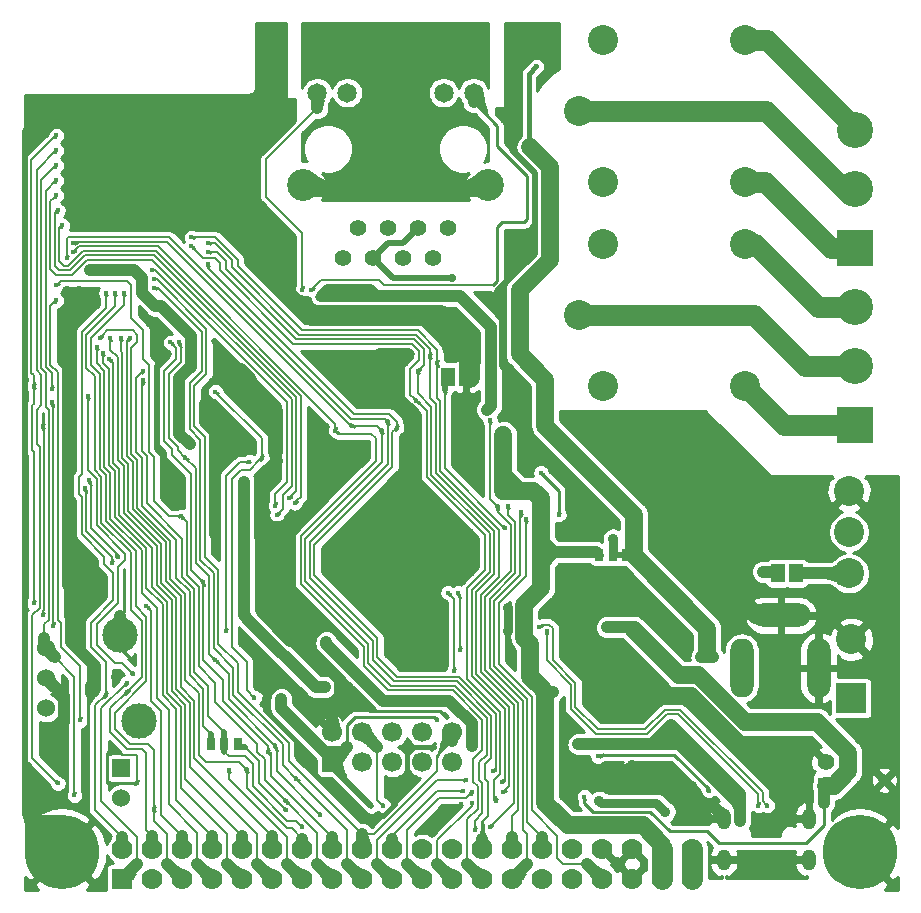
<source format=gbr>
G04 #@! TF.GenerationSoftware,KiCad,Pcbnew,5.1.6-c6e7f7d~87~ubuntu18.04.1*
G04 #@! TF.CreationDate,2022-06-03T15:36:12+03:00*
G04 #@! TF.ProjectId,ESP32-EVB_Rev_K,45535033-322d-4455-9642-5f5265765f4b,K*
G04 #@! TF.SameCoordinates,Original*
G04 #@! TF.FileFunction,Copper,L2,Bot*
G04 #@! TF.FilePolarity,Positive*
%FSLAX46Y46*%
G04 Gerber Fmt 4.6, Leading zero omitted, Abs format (unit mm)*
G04 Created by KiCad (PCBNEW 5.1.6-c6e7f7d~87~ubuntu18.04.1) date 2022-06-03 15:36:12*
%MOMM*%
%LPD*%
G01*
G04 APERTURE LIST*
G04 #@! TA.AperFunction,EtchedComponent*
%ADD10C,0.508000*%
G04 #@! TD*
G04 #@! TA.AperFunction,ComponentPad*
%ADD11R,2.540000X2.540000*%
G04 #@! TD*
G04 #@! TA.AperFunction,ComponentPad*
%ADD12C,2.540000*%
G04 #@! TD*
G04 #@! TA.AperFunction,ComponentPad*
%ADD13O,5.000000X2.000000*%
G04 #@! TD*
G04 #@! TA.AperFunction,ComponentPad*
%ADD14O,2.000000X5.000000*%
G04 #@! TD*
G04 #@! TA.AperFunction,ComponentPad*
%ADD15C,1.700000*%
G04 #@! TD*
G04 #@! TA.AperFunction,ComponentPad*
%ADD16R,1.700000X1.700000*%
G04 #@! TD*
G04 #@! TA.AperFunction,ViaPad*
%ADD17C,1.300000*%
G04 #@! TD*
G04 #@! TA.AperFunction,ComponentPad*
%ADD18C,2.000000*%
G04 #@! TD*
G04 #@! TA.AperFunction,ComponentPad*
%ADD19C,1.778000*%
G04 #@! TD*
G04 #@! TA.AperFunction,ComponentPad*
%ADD20R,1.778000X1.778000*%
G04 #@! TD*
G04 #@! TA.AperFunction,ComponentPad*
%ADD21C,1.650000*%
G04 #@! TD*
G04 #@! TA.AperFunction,ComponentPad*
%ADD22C,2.700000*%
G04 #@! TD*
G04 #@! TA.AperFunction,ComponentPad*
%ADD23C,1.410000*%
G04 #@! TD*
G04 #@! TA.AperFunction,ComponentPad*
%ADD24R,1.400000X1.400000*%
G04 #@! TD*
G04 #@! TA.AperFunction,ComponentPad*
%ADD25C,1.400000*%
G04 #@! TD*
G04 #@! TA.AperFunction,ComponentPad*
%ADD26O,1.200000X1.800000*%
G04 #@! TD*
G04 #@! TA.AperFunction,ComponentPad*
%ADD27R,0.400000X0.400000*%
G04 #@! TD*
G04 #@! TA.AperFunction,ComponentPad*
%ADD28R,1.422400X1.422400*%
G04 #@! TD*
G04 #@! TA.AperFunction,ComponentPad*
%ADD29C,3.048000*%
G04 #@! TD*
G04 #@! TA.AperFunction,ComponentPad*
%ADD30R,3.048000X3.048000*%
G04 #@! TD*
G04 #@! TA.AperFunction,ComponentPad*
%ADD31R,1.524000X1.524000*%
G04 #@! TD*
G04 #@! TA.AperFunction,ComponentPad*
%ADD32C,1.524000*%
G04 #@! TD*
G04 #@! TA.AperFunction,ComponentPad*
%ADD33C,3.000000*%
G04 #@! TD*
G04 #@! TA.AperFunction,SMDPad,CuDef*
%ADD34R,1.168400X1.600200*%
G04 #@! TD*
G04 #@! TA.AperFunction,ComponentPad*
%ADD35C,1.200000*%
G04 #@! TD*
G04 #@! TA.AperFunction,ComponentPad*
%ADD36C,6.300000*%
G04 #@! TD*
G04 #@! TA.AperFunction,SMDPad,CuDef*
%ADD37C,1.000000*%
G04 #@! TD*
G04 #@! TA.AperFunction,SMDPad,CuDef*
%ADD38R,0.762000X1.016000*%
G04 #@! TD*
G04 #@! TA.AperFunction,ViaPad*
%ADD39C,0.900000*%
G04 #@! TD*
G04 #@! TA.AperFunction,ViaPad*
%ADD40C,0.450000*%
G04 #@! TD*
G04 #@! TA.AperFunction,ViaPad*
%ADD41C,0.700000*%
G04 #@! TD*
G04 #@! TA.AperFunction,ViaPad*
%ADD42C,0.800000*%
G04 #@! TD*
G04 #@! TA.AperFunction,Conductor*
%ADD43C,1.778000*%
G04 #@! TD*
G04 #@! TA.AperFunction,Conductor*
%ADD44C,1.016000*%
G04 #@! TD*
G04 #@! TA.AperFunction,Conductor*
%ADD45C,0.762000*%
G04 #@! TD*
G04 #@! TA.AperFunction,Conductor*
%ADD46C,1.524000*%
G04 #@! TD*
G04 #@! TA.AperFunction,Conductor*
%ADD47C,0.406400*%
G04 #@! TD*
G04 #@! TA.AperFunction,Conductor*
%ADD48C,0.508000*%
G04 #@! TD*
G04 #@! TA.AperFunction,Conductor*
%ADD49C,0.254000*%
G04 #@! TD*
G04 #@! TA.AperFunction,Conductor*
%ADD50C,0.203200*%
G04 #@! TD*
G04 #@! TA.AperFunction,Conductor*
%ADD51C,0.025400*%
G04 #@! TD*
G04 APERTURE END LIST*
D10*
X121158000Y-112776000D02*
X120015000Y-112776000D01*
D11*
X140208000Y-124895000D03*
D12*
X140208000Y-119895000D03*
D13*
X134237000Y-117869000D03*
D14*
X137437000Y-122319000D03*
X130937000Y-122319000D03*
D15*
X106426000Y-127762000D03*
X106426000Y-130302000D03*
X103886000Y-127762000D03*
X103886000Y-130302000D03*
X101346000Y-127762000D03*
X101346000Y-130302000D03*
X98806000Y-127762000D03*
X98806000Y-130302000D03*
X96266000Y-127762000D03*
D16*
X96266000Y-130302000D03*
D17*
X77210000Y-83883000D03*
D18*
X79010000Y-82083000D03*
D17*
X80810000Y-83883000D03*
X77210000Y-80283000D03*
X80810000Y-80283000D03*
X79010000Y-80283000D03*
X79010000Y-83883000D03*
X77210000Y-82083000D03*
X80810000Y-82083000D03*
D19*
X101346000Y-137668000D03*
X101346000Y-140208000D03*
X98806000Y-137668000D03*
X98806000Y-140208000D03*
X96266000Y-137668000D03*
X96266000Y-140208000D03*
X93726000Y-137668000D03*
X93726000Y-140208000D03*
X91186000Y-137668000D03*
X91186000Y-140208000D03*
X81026000Y-137668000D03*
X81026000Y-140208000D03*
X78486000Y-137668000D03*
D20*
X78486000Y-140208000D03*
D19*
X83566000Y-140208000D03*
X83566000Y-137668000D03*
X86106000Y-137668000D03*
X86106000Y-140208000D03*
X88646000Y-140208000D03*
X88646000Y-137668000D03*
X114046000Y-137668000D03*
X114046000Y-140208000D03*
X111506000Y-140208000D03*
X111506000Y-137668000D03*
X108966000Y-137668000D03*
X108966000Y-140208000D03*
X103886000Y-140208000D03*
X103886000Y-137668000D03*
X106426000Y-140208000D03*
X106426000Y-137668000D03*
X116586000Y-140208000D03*
X116586000Y-137668000D03*
X119126000Y-140208000D03*
X119126000Y-137668000D03*
X121666000Y-140208000D03*
X121666000Y-137668000D03*
X124206000Y-140208000D03*
X124206000Y-137668000D03*
X126746000Y-140208000D03*
X126746000Y-137668000D03*
D12*
X140000000Y-114315000D03*
X140000000Y-107315000D03*
X140000000Y-110815000D03*
D21*
X105670000Y-73610500D03*
X94990000Y-73610500D03*
D22*
X93800000Y-81409000D03*
X109400000Y-81409000D03*
D21*
X108210000Y-73610500D03*
X97530000Y-73610500D03*
D23*
X97165000Y-87599000D03*
X98435000Y-85059000D03*
X99705000Y-87599000D03*
X100975000Y-85059000D03*
X102245000Y-87599000D03*
X103515000Y-85059000D03*
X104785000Y-87599000D03*
X106055000Y-85059000D03*
D12*
X117176000Y-75184000D03*
X131176000Y-81184000D03*
X131176000Y-69184000D03*
X119176000Y-69184000D03*
X119176000Y-81184000D03*
X117176000Y-92456000D03*
X131176000Y-98456000D03*
X131176000Y-86456000D03*
X119176000Y-86456000D03*
X119176000Y-98456000D03*
D24*
X138046460Y-132326380D03*
D25*
X138043920Y-130314700D03*
D26*
X129400000Y-138553000D03*
X129400000Y-135083000D03*
X136600000Y-135083000D03*
X136600000Y-138553000D03*
D27*
X101249000Y-97544000D03*
X101249000Y-98544000D03*
X100449000Y-99344000D03*
X99449000Y-99344000D03*
X98649000Y-98544000D03*
X98649000Y-97544000D03*
X99449000Y-96744000D03*
X100449000Y-96744000D03*
D28*
X99949000Y-98044000D03*
D29*
X140500000Y-76774000D03*
D30*
X140500000Y-86774000D03*
D29*
X140500000Y-81774000D03*
X140500000Y-91774000D03*
D30*
X140500000Y-101774000D03*
D29*
X140500000Y-96774000D03*
D31*
X78359000Y-130810000D03*
D32*
X78359000Y-133350000D03*
D33*
X79909000Y-126840000D03*
X78309000Y-119540000D03*
D32*
X72009000Y-125730000D03*
X72009000Y-123190000D03*
X72009000Y-120650000D03*
D34*
X135509000Y-114300000D03*
X133985000Y-114300000D03*
X133985000Y-114300000D03*
D35*
X70993000Y-137922000D03*
X75819000Y-137922000D03*
X75057000Y-139573000D03*
X71755000Y-139700000D03*
X75057000Y-136271000D03*
X71755000Y-136271000D03*
X73406000Y-140335000D03*
X73406000Y-135509000D03*
D36*
X73406000Y-137922000D03*
D35*
X138557000Y-137922000D03*
X143383000Y-137922000D03*
X142621000Y-139573000D03*
X139319000Y-139700000D03*
X142621000Y-136271000D03*
X139319000Y-136271000D03*
X140970000Y-140335000D03*
X140970000Y-135509000D03*
D36*
X140970000Y-137922000D03*
D37*
X143002000Y-131826000D03*
D34*
X106045000Y-97663000D03*
X107569000Y-97663000D03*
X107569000Y-97663000D03*
D38*
X118872000Y-112776000D03*
X120015000Y-112776000D03*
X121158000Y-112776000D03*
X88265000Y-128778000D03*
X87122000Y-128778000D03*
X85979000Y-128778000D03*
D39*
X124460000Y-134493000D03*
X128524000Y-121412000D03*
X127508000Y-121412000D03*
D40*
X113538000Y-71374000D03*
D39*
X112141000Y-95758000D03*
X113030000Y-78232000D03*
X118872000Y-133604000D03*
X107823000Y-110871000D03*
X105537000Y-110871000D03*
X103632000Y-110871000D03*
D40*
X79756000Y-132080000D03*
X72644000Y-118745000D03*
X71755000Y-101854000D03*
X71755000Y-117856000D03*
D39*
X135001000Y-133985000D03*
X73914000Y-94361000D03*
X73914000Y-95631000D03*
X75819000Y-124460000D03*
X127508000Y-109728000D03*
D40*
X104902000Y-129032000D03*
D39*
X128524000Y-103251000D03*
X131572000Y-107061000D03*
X135382000Y-107061000D03*
X133985000Y-108458000D03*
X126111000Y-101346000D03*
X91059000Y-69469000D03*
X91059000Y-68199000D03*
X85979000Y-76073000D03*
X83185000Y-76073000D03*
X80391000Y-76073000D03*
X77089000Y-76073000D03*
X75819000Y-83693000D03*
X75565000Y-81280000D03*
X75565000Y-78105000D03*
X75565000Y-74295000D03*
X78740000Y-74295000D03*
X78740000Y-78105000D03*
X81915000Y-78105000D03*
X81915000Y-74295000D03*
X84455000Y-74295000D03*
X90551000Y-124079000D03*
X103632000Y-121158000D03*
X101092000Y-121158000D03*
X102362000Y-119761000D03*
X101092000Y-118491000D03*
X101092000Y-116967000D03*
X99949000Y-114173000D03*
X97536000Y-114173000D03*
X106172000Y-114173000D03*
X107950000Y-114173000D03*
X102743000Y-112649000D03*
X97917000Y-110871000D03*
X100457000Y-110871000D03*
X101219000Y-115443000D03*
X121666000Y-130556000D03*
X121666000Y-131572000D03*
X121666000Y-132588000D03*
X104902000Y-115443000D03*
X73914000Y-108204000D03*
D40*
X86868000Y-96774000D03*
D39*
X85471000Y-99949000D03*
X74168000Y-115570000D03*
X77978000Y-123063000D03*
X76200000Y-123444000D03*
X86360000Y-108458000D03*
X74168000Y-120142000D03*
X74168000Y-119126000D03*
X75184000Y-115570000D03*
X82804000Y-107442000D03*
X82804000Y-108458000D03*
X73914000Y-104394000D03*
X74803000Y-90424000D03*
X103124000Y-101981000D03*
X120396000Y-126111000D03*
X118237000Y-114427000D03*
X117094000Y-114427000D03*
X115951000Y-114427000D03*
X106426000Y-95123000D03*
X111506000Y-85852000D03*
D40*
X111379000Y-88138000D03*
D39*
X91567000Y-104775000D03*
X91694000Y-74676000D03*
X92710000Y-74676000D03*
X92456000Y-88138000D03*
X110236000Y-91186000D03*
X106426000Y-94107000D03*
D40*
X102362000Y-95504000D03*
X102997000Y-95758000D03*
D39*
X98806000Y-104648000D03*
X117856000Y-117475000D03*
X116840000Y-117602000D03*
X118364000Y-125095000D03*
X119380000Y-125095000D03*
X120396000Y-125095000D03*
X103632000Y-118491000D03*
X76200000Y-115570000D03*
X93980000Y-120015000D03*
X74168000Y-118110000D03*
D40*
X86233000Y-94615000D03*
D39*
X123825000Y-109728000D03*
X73914000Y-109474000D03*
X73533000Y-126873000D03*
X102806500Y-100774490D03*
D40*
X89662000Y-97853500D03*
X89662000Y-98488500D03*
D39*
X91313000Y-88138000D03*
X73914000Y-100838000D03*
X135636000Y-130937000D03*
X134620000Y-130937000D03*
X126746000Y-132334000D03*
X125476000Y-132334000D03*
X111125000Y-117221000D03*
X102362000Y-122174000D03*
X97409000Y-123952000D03*
X73279000Y-74549000D03*
X86741000Y-74549000D03*
X83947000Y-78105000D03*
X83947000Y-79883000D03*
X83439000Y-82042000D03*
X83185000Y-83947000D03*
X73787000Y-90424000D03*
D40*
X81407000Y-101219000D03*
X82423000Y-95758000D03*
X91313000Y-90043000D03*
X107188000Y-133858000D03*
D39*
X73914000Y-102997008D03*
D40*
X72513421Y-99822012D03*
D41*
X97155000Y-92456000D03*
D39*
X93472000Y-92075000D03*
X90170000Y-108966000D03*
X90170000Y-110109000D03*
X90170000Y-111252000D03*
X92583000Y-110871000D03*
X92583000Y-112014000D03*
X124333000Y-101346000D03*
X126365000Y-105029000D03*
X123825000Y-105918000D03*
X119888000Y-109601000D03*
D41*
X73914000Y-97917000D03*
D39*
X111127537Y-119222090D03*
X91397690Y-114234759D03*
X129920999Y-128016001D03*
X121539000Y-118872000D03*
X119507000Y-118872000D03*
X120523000Y-118872000D03*
D40*
X117602000Y-133223000D03*
X93726000Y-135763000D03*
X80264000Y-97917000D03*
X72898000Y-81026000D03*
X72517000Y-98679000D03*
D39*
X91948000Y-124968000D03*
D40*
X99568000Y-133985000D03*
X105156000Y-126746000D03*
D39*
X88773016Y-117856000D03*
X84201000Y-103378000D03*
X95631000Y-123952000D03*
X88773000Y-106553000D03*
X88773000Y-107569000D03*
X114935000Y-124333000D03*
X113919000Y-124333000D03*
D40*
X84074000Y-97028000D03*
D39*
X117602000Y-112522000D03*
X110744000Y-102616000D03*
X110743994Y-107315000D03*
X75742800Y-88646000D03*
X88773000Y-111379000D03*
D40*
X113411000Y-111350001D03*
X113411000Y-110744000D03*
D41*
X106426000Y-89281000D03*
D40*
X105791000Y-98806000D03*
X110871000Y-110482834D03*
X78867000Y-124333000D03*
X77851000Y-90551000D03*
X100584000Y-133985000D03*
X70993000Y-116840000D03*
X72898000Y-77216000D03*
X70993000Y-98425000D03*
X112649000Y-109728006D03*
X108331000Y-136017000D03*
X97917000Y-101854000D03*
X100457000Y-102235000D03*
X74295000Y-86360000D03*
X85725000Y-87122000D03*
X103505000Y-97155000D03*
X107315000Y-132715000D03*
X110617000Y-131953000D03*
X74295000Y-87122000D03*
X96520000Y-102235000D03*
X73406000Y-84836000D03*
X109601004Y-101346000D03*
X93066545Y-108355456D03*
X110257913Y-108690079D03*
X73025000Y-83566000D03*
X92583000Y-107950000D03*
X111124960Y-108585000D03*
X77470000Y-94361000D03*
X77343000Y-96139000D03*
X76327000Y-95123000D03*
X76835000Y-95631000D03*
X77089000Y-124587000D03*
X77089000Y-90551000D03*
X78359000Y-94361000D03*
X79121000Y-94361000D03*
D42*
X99441000Y-90297000D03*
X95250000Y-90906600D03*
D39*
X109347000Y-100456994D03*
D42*
X103505000Y-90906600D03*
D40*
X105156000Y-96520000D03*
X84328000Y-85852000D03*
X109601000Y-135763000D03*
X104521000Y-95885000D03*
X85725000Y-86360000D03*
X108077000Y-132842000D03*
X110744000Y-132842000D03*
X94488000Y-90297000D03*
X93726920Y-90291418D03*
D39*
X103505000Y-68580000D03*
X106680000Y-68580000D03*
X99695000Y-68580000D03*
X96520000Y-68580000D03*
X97790000Y-70485000D03*
X95250000Y-70485000D03*
X105410000Y-70485000D03*
X107950000Y-70485000D03*
X103505000Y-72390000D03*
X99695000Y-72390000D03*
X97155000Y-75565000D03*
X99695000Y-76200000D03*
X103505000Y-76200000D03*
X106045000Y-75565000D03*
X101600000Y-78105000D03*
X101600000Y-74295000D03*
X101600000Y-70485000D03*
X99695000Y-80010000D03*
X103505000Y-80010000D03*
X105410000Y-81915000D03*
X97790000Y-81915000D03*
X101600000Y-81915000D03*
X132715000Y-114173000D03*
D40*
X73025000Y-132080000D03*
X72898000Y-78486000D03*
X74422000Y-133096000D03*
X72898000Y-79756000D03*
X84328000Y-86614000D03*
X103378000Y-99695000D03*
X108077000Y-133731000D03*
X110109000Y-133604000D03*
X100965000Y-101473000D03*
X73787000Y-87630000D03*
X112268000Y-109093000D03*
X72898000Y-82296000D03*
X91567000Y-109347000D03*
X80518000Y-117094000D03*
X81026000Y-88646000D03*
X91440000Y-108585000D03*
X81153000Y-134239000D03*
X78613000Y-90551000D03*
X78867000Y-123571000D03*
X86360000Y-98933000D03*
X89662000Y-124841000D03*
X90297000Y-104521000D03*
X95250000Y-134747000D03*
X83820000Y-104521000D03*
X83312000Y-94742000D03*
X91440000Y-128905000D03*
X86360000Y-121666000D03*
X74930000Y-126746000D03*
X87503000Y-130937000D03*
X72898000Y-91186000D03*
X76581000Y-94361000D03*
X89027000Y-130937000D03*
X83439000Y-109474000D03*
X92329000Y-133604000D03*
X72898000Y-89916000D03*
X82550000Y-94742000D03*
X90805000Y-129413000D03*
X85344000Y-115062000D03*
X93218000Y-131699000D03*
X81153000Y-90170000D03*
X81153000Y-89408000D03*
X101727000Y-101981000D03*
X107569000Y-131826000D03*
X109855000Y-131064000D03*
X85725000Y-88138000D03*
D39*
X124968000Y-128143000D03*
X124968000Y-127127000D03*
X130810000Y-135255000D03*
X130810000Y-134239000D03*
X117094000Y-128778000D03*
X108077000Y-128905000D03*
X95758000Y-120142000D03*
D40*
X106045000Y-115951000D03*
X106553000Y-122555000D03*
X106299000Y-124841000D03*
X75311000Y-107061000D03*
X77597000Y-113411000D03*
X75692000Y-106426000D03*
X78105000Y-112903000D03*
X133096000Y-133985000D03*
X113792000Y-118872000D03*
X132334000Y-133985000D03*
X114398614Y-119154386D03*
X89241828Y-104862828D03*
X87249000Y-119189500D03*
D39*
X120015000Y-111379000D03*
D40*
X79375000Y-122809000D03*
X75565000Y-99314000D03*
X128143000Y-132715000D03*
X118745000Y-129794000D03*
X80264000Y-97155000D03*
X92329000Y-134366000D03*
X107061000Y-120777000D03*
X106934000Y-115951000D03*
X113919000Y-105791000D03*
X115443000Y-109347000D03*
D43*
X126746000Y-137668000D02*
X126746000Y-140208000D01*
D44*
X128016000Y-121412000D02*
X128016000Y-120904000D01*
X127508000Y-121412000D02*
X128016000Y-121412000D01*
X128016000Y-121412000D02*
X128524000Y-121412000D01*
D45*
X121158000Y-112776000D02*
X121793000Y-112776000D01*
D46*
X112141000Y-95758000D02*
X112141000Y-90297000D01*
X112141000Y-90297000D02*
X114681000Y-87757000D01*
X114681000Y-87757000D02*
X114681000Y-79883000D01*
X113030000Y-78232000D02*
X114681000Y-79883000D01*
X128016000Y-118999000D02*
X128016000Y-120904000D01*
X121793000Y-112776000D02*
X128016000Y-118999000D01*
X114300000Y-97917000D02*
X112141000Y-95758000D01*
X114300000Y-101854000D02*
X114300000Y-97917000D01*
X121793000Y-109347000D02*
X114300000Y-101854000D01*
X121793000Y-112776000D02*
X121793000Y-109347000D01*
D47*
X112903000Y-72009000D02*
X112903000Y-78105000D01*
X113538000Y-71374000D02*
X112903000Y-72009000D01*
X112903000Y-78105000D02*
X113030000Y-78232000D01*
D45*
X123698000Y-133731000D02*
X124460000Y-134493000D01*
X118872000Y-133604000D02*
X118999000Y-133731000D01*
X118999000Y-133731000D02*
X123698000Y-133731000D01*
D48*
X102743000Y-95504000D02*
X102362000Y-95504000D01*
X102997000Y-95758000D02*
X102743000Y-95504000D01*
X102362000Y-95504000D02*
X100181000Y-95504000D01*
X100181000Y-95504000D02*
X99949000Y-95736000D01*
X99949000Y-95736000D02*
X99949000Y-98044000D01*
D46*
X103124000Y-101981000D02*
X103124000Y-110363000D01*
X103124000Y-110363000D02*
X103632000Y-110871000D01*
D44*
X103182001Y-110421001D02*
X103632000Y-110871000D01*
X103124000Y-109728000D02*
X103124000Y-110363000D01*
X103632000Y-112649000D02*
X103632000Y-110871000D01*
X103124000Y-110363000D02*
X103182001Y-110421001D01*
X97917000Y-110871000D02*
X100457000Y-110871000D01*
D49*
X71755000Y-101854000D02*
X71755000Y-100711000D01*
D50*
X78486000Y-129667000D02*
X78232000Y-129413000D01*
X79756000Y-132080000D02*
X79756000Y-129667000D01*
X79756000Y-129667000D02*
X78486000Y-129667000D01*
D49*
X77216000Y-129540000D02*
X77470000Y-129286000D01*
X77216000Y-132080000D02*
X77216000Y-129540000D01*
X75819000Y-124460000D02*
X75565000Y-124714000D01*
X75565000Y-124714000D02*
X75565000Y-127762000D01*
X75565000Y-127762000D02*
X75438000Y-127889000D01*
X79756000Y-132080000D02*
X77216000Y-132080000D01*
D44*
X135636000Y-133350000D02*
X135001000Y-133985000D01*
X129400000Y-135083000D02*
X129400000Y-134861000D01*
X129400000Y-134861000D02*
X128524000Y-133985000D01*
X73914000Y-109474000D02*
X73914000Y-115316000D01*
X73914000Y-115316000D02*
X74168000Y-115570000D01*
X73533000Y-124714000D02*
X73533000Y-126873000D01*
X75819000Y-124460000D02*
X75819000Y-123825000D01*
X75819000Y-123825000D02*
X76200000Y-123444000D01*
D48*
X107569000Y-97663000D02*
X107823000Y-97663000D01*
X107823000Y-97663000D02*
X108204000Y-97536000D01*
X108204000Y-97536000D02*
X107823000Y-97663000D01*
D47*
X102616000Y-129413000D02*
X102997000Y-129032000D01*
X102997000Y-129032000D02*
X104902000Y-129032000D01*
X93218000Y-129667000D02*
X98425000Y-134874000D01*
X98425000Y-134874000D02*
X100584000Y-134874000D01*
X100584000Y-134874000D02*
X101600000Y-133858000D01*
X101600000Y-133858000D02*
X101600000Y-132461000D01*
X101600000Y-132461000D02*
X102616000Y-131445000D01*
X102616000Y-131445000D02*
X102616000Y-129413000D01*
X93218000Y-128524000D02*
X93218000Y-129667000D01*
X90551000Y-124079000D02*
X90551000Y-125857000D01*
X90551000Y-125857000D02*
X93218000Y-128524000D01*
D44*
X128524000Y-103251000D02*
X128524000Y-104013000D01*
X128524000Y-104013000D02*
X131572000Y-107061000D01*
X135382000Y-107061000D02*
X133985000Y-108458000D01*
X91059000Y-69469000D02*
X91059000Y-68199000D01*
X85979000Y-76073000D02*
X83185000Y-76073000D01*
X80391000Y-76073000D02*
X77089000Y-76073000D01*
X75565000Y-81280000D02*
X75565000Y-78105000D01*
X75565000Y-74295000D02*
X78740000Y-74295000D01*
X78740000Y-78105000D02*
X81915000Y-78105000D01*
X81915000Y-74295000D02*
X84455000Y-74295000D01*
X102362000Y-121158000D02*
X103632000Y-121158000D01*
X101092000Y-118491000D02*
X101092000Y-116967000D01*
X101219000Y-115443000D02*
X99949000Y-114173000D01*
X104902000Y-115443000D02*
X106172000Y-114173000D01*
X103632000Y-112649000D02*
X102743000Y-112649000D01*
X103505000Y-115443000D02*
X101219000Y-115443000D01*
X121666000Y-131572000D02*
X121666000Y-132334000D01*
X121666000Y-132334000D02*
X121666000Y-132588000D01*
X103632000Y-115443000D02*
X103505000Y-115443000D01*
X103505000Y-115443000D02*
X104902000Y-115443000D01*
X96266000Y-127762000D02*
X96266000Y-126238000D01*
X96266000Y-126238000D02*
X96901000Y-125603000D01*
X74168000Y-118110000D02*
X74168000Y-115570000D01*
X86360000Y-108458000D02*
X86360000Y-102362000D01*
X86360000Y-102362000D02*
X85471000Y-101473000D01*
X85471000Y-101473000D02*
X85471000Y-99949000D01*
D48*
X86233000Y-94615000D02*
X86868000Y-95250000D01*
X86868000Y-95250000D02*
X86868000Y-96774000D01*
D44*
X74168000Y-120142000D02*
X76200000Y-122174000D01*
X76200000Y-122174000D02*
X76200000Y-123444000D01*
X86360000Y-108458000D02*
X86360000Y-110998000D01*
X74168000Y-119126000D02*
X74168000Y-120142000D01*
X74168000Y-118110000D02*
X74168000Y-119126000D01*
X75184000Y-115570000D02*
X74168000Y-115570000D01*
X76200000Y-115570000D02*
X75184000Y-115570000D01*
D45*
X82804000Y-107442000D02*
X82804000Y-108458000D01*
D44*
X73914000Y-104394000D02*
X73914000Y-108204000D01*
X73914000Y-108204000D02*
X73914000Y-109474000D01*
D46*
X135636000Y-133357000D02*
X135636000Y-133350000D01*
D44*
X116840000Y-117475000D02*
X115951000Y-116586000D01*
X115951000Y-116586000D02*
X115951000Y-114427000D01*
X118237000Y-114427000D02*
X117094000Y-114427000D01*
X115951000Y-114427000D02*
X117094000Y-114427000D01*
D43*
X105410000Y-92456000D02*
X106426000Y-93472000D01*
X106426000Y-93472000D02*
X106426000Y-94107000D01*
X107823000Y-95123000D02*
X106426000Y-95123000D01*
X106426000Y-95123000D02*
X106426000Y-94107000D01*
D48*
X110617000Y-92329000D02*
X110236000Y-91948000D01*
X110236000Y-91948000D02*
X110236000Y-91186000D01*
X110236000Y-90424000D02*
X110236000Y-91186000D01*
X113411000Y-85852000D02*
X111506000Y-85852000D01*
D45*
X91694000Y-104013000D02*
X91694000Y-100457000D01*
X91567000Y-104775000D02*
X91567000Y-104140000D01*
X91567000Y-104140000D02*
X91694000Y-104013000D01*
D48*
X113411000Y-80391000D02*
X111506000Y-78486000D01*
X111506000Y-78486000D02*
X111506000Y-71628000D01*
X110236000Y-90424000D02*
X113411000Y-87249000D01*
X113411000Y-87249000D02*
X113411000Y-85852000D01*
X113411000Y-85852000D02*
X113411000Y-85725000D01*
X113411000Y-85725000D02*
X113411000Y-80391000D01*
D44*
X92710000Y-74676000D02*
X91694000Y-74676000D01*
D48*
X110998000Y-99568000D02*
X110998000Y-97155000D01*
X110998000Y-97155000D02*
X110617000Y-96774000D01*
X110617000Y-92329000D02*
X110617000Y-96774000D01*
D43*
X107823000Y-97663000D02*
X107823000Y-95123000D01*
D44*
X102362000Y-121158000D02*
X102362000Y-119761000D01*
X102362000Y-119761000D02*
X103632000Y-118491000D01*
D46*
X116840000Y-117475000D02*
X116840000Y-117602000D01*
D44*
X103632000Y-118491000D02*
X103632000Y-115443000D01*
X103632000Y-115443000D02*
X103632000Y-112649000D01*
X96901000Y-123444000D02*
X97028000Y-123444000D01*
X97028000Y-123444000D02*
X96901000Y-123444000D01*
X73533000Y-124714000D02*
X72009000Y-123190000D01*
X96901000Y-123444000D02*
X96901000Y-125603000D01*
D46*
X134237000Y-117869000D02*
X132093000Y-117869000D01*
X132093000Y-117869000D02*
X123825000Y-109728000D01*
D44*
X128524000Y-133985000D02*
X127254000Y-133985000D01*
X127254000Y-133985000D02*
X126365000Y-133985000D01*
D46*
X103124000Y-101981000D02*
X103124000Y-101092000D01*
X102806500Y-100774500D02*
X102806500Y-100774490D01*
X99949000Y-98044000D02*
X100076010Y-98044000D01*
X103124000Y-101092000D02*
X102806500Y-100774500D01*
X102356501Y-100324491D02*
X102806500Y-100774490D01*
X100076010Y-98044000D02*
X102356501Y-100324491D01*
D48*
X86868000Y-96774000D02*
X88582500Y-96774000D01*
X88582500Y-96774000D02*
X89437001Y-97628501D01*
X89437001Y-97628501D02*
X89662000Y-97853500D01*
X91630500Y-100457000D02*
X89886999Y-98713499D01*
X89662000Y-97853500D02*
X89662000Y-98488500D01*
X89886999Y-98713499D02*
X89662000Y-98488500D01*
X91694000Y-100457000D02*
X91630500Y-100457000D01*
D43*
X90863001Y-87688001D02*
X91313000Y-88138000D01*
X82643200Y-82219000D02*
X85394000Y-82219000D01*
X85394000Y-82219000D02*
X90863001Y-87688001D01*
D44*
X73914000Y-95631000D02*
X73914000Y-100838000D01*
X122047000Y-125095000D02*
X122428000Y-124714000D01*
X120396000Y-125095000D02*
X122047000Y-125095000D01*
D46*
X135636000Y-133350000D02*
X135636000Y-130937000D01*
D44*
X135636000Y-130937000D02*
X134620000Y-130937000D01*
D45*
X126746000Y-132334000D02*
X126619000Y-132461000D01*
X126619000Y-133731000D02*
X126365000Y-133985000D01*
X126619000Y-132461000D02*
X126619000Y-133731000D01*
D46*
X116840000Y-120650000D02*
X116840000Y-117475000D01*
X118364000Y-122174000D02*
X116840000Y-120650000D01*
X118364000Y-125095000D02*
X118364000Y-122174000D01*
D44*
X96901000Y-123317000D02*
X96901000Y-123444000D01*
X93980000Y-120396000D02*
X96901000Y-123317000D01*
X93980000Y-120015000D02*
X93980000Y-120396000D01*
X102362000Y-122174000D02*
X102362000Y-121158000D01*
X97409000Y-123952000D02*
X96901000Y-123444000D01*
D49*
X115824000Y-129667000D02*
X115824000Y-127889000D01*
X116713000Y-130556000D02*
X115824000Y-129667000D01*
X121666000Y-130556000D02*
X116713000Y-130556000D01*
D44*
X78309000Y-119540000D02*
X78309000Y-117906000D01*
D48*
X70231000Y-134747000D02*
X73406000Y-137922000D01*
X70231000Y-76835000D02*
X70231000Y-134747000D01*
X72517000Y-74549000D02*
X70231000Y-76835000D01*
X73279000Y-74549000D02*
X72517000Y-74549000D01*
D44*
X83947000Y-78680000D02*
X82643200Y-79983800D01*
X83947000Y-78105000D02*
X83947000Y-78680000D01*
D48*
X82042000Y-106680000D02*
X82804000Y-107442000D01*
X82423000Y-95758000D02*
X81407000Y-96774000D01*
X81407000Y-96774000D02*
X81407000Y-103759000D01*
X81407000Y-103759000D02*
X82042000Y-104394000D01*
X82042000Y-104394000D02*
X82042000Y-106680000D01*
D49*
X78613000Y-117602000D02*
X78613000Y-113919000D01*
X78309000Y-117906000D02*
X78613000Y-117602000D01*
X78309000Y-119540000D02*
X78309000Y-120600000D01*
X78309000Y-120600000D02*
X79248000Y-121539000D01*
X97409000Y-123952000D02*
X99441000Y-125984000D01*
X99441000Y-125984000D02*
X105410000Y-125984000D01*
X105410000Y-125984000D02*
X105791000Y-126365000D01*
D44*
X73914000Y-104394000D02*
X73914000Y-102997008D01*
X73914000Y-100838000D02*
X73914000Y-102997008D01*
D50*
X72644000Y-99952591D02*
X72513421Y-99822012D01*
X71755000Y-102172198D02*
X71881978Y-102299176D01*
X71755000Y-101854000D02*
X71755000Y-102172198D01*
X71881978Y-117410824D02*
X71755000Y-117537802D01*
X71755000Y-117537802D02*
X71755000Y-117856000D01*
X71881978Y-102299176D02*
X71881978Y-117410824D01*
X72644000Y-118745000D02*
X72644000Y-99952591D01*
X99314000Y-92456000D02*
X99314000Y-91948000D01*
X99314000Y-91948000D02*
X99441000Y-91821000D01*
D43*
X99314000Y-92456000D02*
X105410000Y-92456000D01*
D46*
X91313000Y-88774396D02*
X91313000Y-88138000D01*
X93472000Y-91695396D02*
X91313000Y-89536396D01*
X91313000Y-89536396D02*
X91313000Y-88774396D01*
D45*
X93599000Y-91948000D02*
X93472000Y-92075000D01*
X93980000Y-91948000D02*
X93599000Y-91948000D01*
D44*
X90170000Y-108966000D02*
X90170000Y-106172000D01*
X90170000Y-106172000D02*
X91567000Y-104775000D01*
X90170000Y-108966000D02*
X90170000Y-110109000D01*
X90170000Y-110109000D02*
X90170000Y-111252000D01*
X92710000Y-120015000D02*
X93980000Y-120015000D01*
X90170000Y-111252000D02*
X90297000Y-111379000D01*
X90297000Y-111379000D02*
X90297000Y-117602000D01*
X90297000Y-117602000D02*
X92710000Y-120015000D01*
X92583000Y-110871000D02*
X98806000Y-104648000D01*
X92583000Y-110871000D02*
X92583000Y-112014000D01*
X90424000Y-110363000D02*
X92075000Y-110363000D01*
X90170000Y-110109000D02*
X90424000Y-110363000D01*
X93218000Y-110363000D02*
X92583000Y-110998000D01*
X92583000Y-110998000D02*
X92583000Y-112014000D01*
X126365000Y-105029000D02*
X126111000Y-104775000D01*
X126111000Y-104775000D02*
X126111000Y-101346000D01*
X126365000Y-105029000D02*
X124714000Y-105029000D01*
X124714000Y-105029000D02*
X123825000Y-105918000D01*
X123825000Y-109728000D02*
X123825000Y-105918000D01*
D45*
X110998000Y-99568000D02*
X110998000Y-100711000D01*
X119438001Y-109151001D02*
X119888000Y-109601000D01*
X110998000Y-100711000D02*
X119438001Y-109151001D01*
X93472000Y-92075000D02*
X93472000Y-91695396D01*
D43*
X94411800Y-92456000D02*
X99314000Y-92456000D01*
X93522800Y-91567000D02*
X94411800Y-92456000D01*
D44*
X119507000Y-132334000D02*
X121666000Y-132334000D01*
X119761000Y-132588000D02*
X119507000Y-132334000D01*
X125476000Y-132334000D02*
X125222000Y-132588000D01*
X125222000Y-132588000D02*
X119761000Y-132588000D01*
D45*
X111125000Y-119219553D02*
X111127537Y-119222090D01*
X111125000Y-117221000D02*
X111125000Y-119219553D01*
D46*
X126618998Y-124714000D02*
X129471000Y-127566002D01*
X129471000Y-127566002D02*
X129920999Y-128016001D01*
X122428000Y-124714000D02*
X126618998Y-124714000D01*
X132841998Y-130937000D02*
X129920999Y-128016001D01*
X135636000Y-130937000D02*
X132841998Y-130937000D01*
D44*
X121793000Y-119126000D02*
X121539000Y-118872000D01*
X121539000Y-118872000D02*
X120523000Y-118872000D01*
X120523000Y-118872000D02*
X119507000Y-118872000D01*
D48*
X137922000Y-132450840D02*
X137922000Y-133350000D01*
D49*
X117602000Y-133731000D02*
X117602000Y-133223000D01*
X118364000Y-134493000D02*
X117602000Y-133731000D01*
X123190000Y-134493000D02*
X118364000Y-134493000D01*
X124841000Y-136144000D02*
X123190000Y-134493000D01*
X128016000Y-136144000D02*
X124841000Y-136144000D01*
X137922000Y-135636000D02*
X136398000Y-137160000D01*
X136398000Y-137160000D02*
X129032000Y-137160000D01*
X129032000Y-137160000D02*
X128016000Y-136144000D01*
D44*
X137922000Y-132450840D02*
X137922000Y-133731000D01*
X138046460Y-132326380D02*
X137922000Y-132450840D01*
D49*
X137922000Y-133350000D02*
X137922000Y-133731000D01*
X137922000Y-133731000D02*
X137922000Y-135636000D01*
D46*
X125603000Y-122936000D02*
X121793000Y-119126000D01*
X127254000Y-122936000D02*
X125603000Y-122936000D01*
X138691620Y-132326380D02*
X139946380Y-131071620D01*
X139946380Y-131071620D02*
X139946380Y-129532380D01*
X137287000Y-126873000D02*
X131191000Y-126873000D01*
X139946380Y-129532380D02*
X137287000Y-126873000D01*
X138046460Y-132326380D02*
X138691620Y-132326380D01*
X131191000Y-126873000D02*
X127254000Y-122936000D01*
D48*
X87122000Y-128778000D02*
X87122000Y-127762000D01*
X87122000Y-128778000D02*
X87122000Y-129413000D01*
D50*
X80137000Y-98044000D02*
X80264000Y-97917000D01*
X84582000Y-122682000D02*
X84582000Y-115620800D01*
X85725000Y-126365000D02*
X85725000Y-123825000D01*
X83566000Y-114604800D02*
X83566000Y-111379000D01*
X84582000Y-115620800D02*
X83566000Y-114604800D01*
X80543400Y-104394000D02*
X80137000Y-103987600D01*
X83566000Y-111379000D02*
X80543400Y-108356400D01*
X80543400Y-108356400D02*
X80543400Y-104394000D01*
X85725000Y-123825000D02*
X84582000Y-122682000D01*
X87122000Y-127762000D02*
X85725000Y-126365000D01*
X80137000Y-103987600D02*
X80137000Y-98044000D01*
X93218000Y-135255000D02*
X93726000Y-135763000D01*
X89535000Y-132334000D02*
X92456000Y-135255000D01*
X87122000Y-129413000D02*
X87503000Y-129794000D01*
X92456000Y-135255000D02*
X93218000Y-135255000D01*
X87503000Y-129794000D02*
X88900000Y-129794000D01*
X88900000Y-129794000D02*
X89535000Y-130429000D01*
X89535000Y-130429000D02*
X89535000Y-132334000D01*
X72898000Y-81026000D02*
X72008989Y-81915011D01*
X72008989Y-81915011D02*
X72008989Y-96804819D01*
X72008989Y-96804819D02*
X72517000Y-97312830D01*
X72517000Y-97312830D02*
X72517000Y-98360802D01*
X72517000Y-98360802D02*
X72517000Y-98679000D01*
D44*
X96266000Y-130302000D02*
X96266000Y-130048000D01*
X91948000Y-125730000D02*
X91948000Y-124968000D01*
D48*
X99568000Y-133985000D02*
X96266000Y-130683000D01*
X96266000Y-130683000D02*
X96266000Y-130302000D01*
D49*
X105156000Y-126746000D02*
X104902000Y-126492000D01*
X104902000Y-126492000D02*
X98171000Y-126492000D01*
X98171000Y-126492000D02*
X97536000Y-127127000D01*
X97536000Y-127127000D02*
X97536000Y-129032000D01*
D44*
X97155000Y-129413000D02*
X95631000Y-129413000D01*
X95631000Y-129413000D02*
X91948000Y-125730000D01*
X96266000Y-130048000D02*
X95631000Y-129413000D01*
X96266000Y-130302000D02*
X97155000Y-129413000D01*
X97155000Y-129413000D02*
X97536000Y-129032000D01*
X95631000Y-123952000D02*
X94869016Y-123952000D01*
X94869016Y-123952000D02*
X89223015Y-118305999D01*
X89223015Y-118305999D02*
X88773016Y-117856000D01*
X83312000Y-102489000D02*
X84201000Y-103378000D01*
X88773000Y-106553000D02*
X88773000Y-107569000D01*
X84074000Y-97028000D02*
X83312000Y-97790000D01*
X83312000Y-97790000D02*
X83312000Y-102489000D01*
X113919000Y-124333000D02*
X114427000Y-124333000D01*
X114427000Y-124333000D02*
X114935000Y-124333000D01*
D43*
X124206000Y-137668000D02*
X124206000Y-140208000D01*
D45*
X118618000Y-112522000D02*
X118872000Y-112776000D01*
D44*
X117602000Y-112522000D02*
X118618000Y-112522000D01*
D46*
X110744000Y-102616000D02*
X110744000Y-104775000D01*
X110744000Y-106045000D02*
X111564001Y-106865001D01*
X111564001Y-106865001D02*
X112014000Y-107315000D01*
X110744000Y-104775000D02*
X110744000Y-106045000D01*
X112014000Y-107315000D02*
X110743994Y-107315000D01*
X110744000Y-107314994D02*
X110743994Y-107315000D01*
X110744000Y-105791000D02*
X110744000Y-107314994D01*
D44*
X115062000Y-112522000D02*
X113919000Y-111379000D01*
D46*
X113919000Y-112522000D02*
X113919000Y-111379000D01*
D44*
X113919000Y-112522000D02*
X115697000Y-112522000D01*
X115697000Y-112522000D02*
X117602000Y-112522000D01*
X115062000Y-112522000D02*
X113919000Y-113665000D01*
X115697000Y-112522000D02*
X115062000Y-112522000D01*
D46*
X113919000Y-113665000D02*
X113919000Y-112522000D01*
D48*
X113919000Y-123952000D02*
X113855500Y-123888500D01*
X113919000Y-124333000D02*
X113919000Y-123952000D01*
D46*
X114300000Y-124333000D02*
X113855500Y-123888500D01*
X114300000Y-133731000D02*
X114300000Y-124333000D01*
X124206000Y-137287000D02*
X122555000Y-135636000D01*
X122555000Y-135636000D02*
X116205000Y-135636000D01*
X124206000Y-137668000D02*
X124206000Y-137287000D01*
X116205000Y-135636000D02*
X114300000Y-133731000D01*
D44*
X80137000Y-89281000D02*
X79502000Y-88646000D01*
X80137000Y-90551000D02*
X80137000Y-89281000D01*
X81280000Y-91694000D02*
X80137000Y-90551000D01*
X84074000Y-97028000D02*
X84298999Y-96803001D01*
X84298999Y-96803001D02*
X84298999Y-94204999D01*
X84298999Y-94204999D02*
X81788000Y-91694000D01*
X81788000Y-91694000D02*
X81280000Y-91694000D01*
X75742800Y-88646000D02*
X79502000Y-88646000D01*
D46*
X113919000Y-115570000D02*
X113919000Y-113665000D01*
X113855500Y-123888500D02*
X113030000Y-123063000D01*
X113030000Y-123063000D02*
X113030000Y-120269000D01*
X113030000Y-120269000D02*
X112522000Y-119761000D01*
X112522000Y-116967000D02*
X113919000Y-115570000D01*
X112522000Y-119761000D02*
X112522000Y-116967000D01*
D44*
X88773000Y-107569000D02*
X88773000Y-111379000D01*
X88773000Y-117855984D02*
X88773016Y-117856000D01*
X88773000Y-111379000D02*
X88773000Y-117855984D01*
D46*
X113284000Y-107315000D02*
X112014000Y-107315000D01*
X113919000Y-111379000D02*
X113919000Y-107950000D01*
X113919000Y-107950000D02*
X113284000Y-107315000D01*
D48*
X99705000Y-87599000D02*
X101387000Y-89281000D01*
X101387000Y-89281000D02*
X106426000Y-89281000D01*
X103515000Y-85059000D02*
X102214000Y-86360000D01*
X102214000Y-86360000D02*
X100944000Y-86360000D01*
X100944000Y-86360000D02*
X99705000Y-87599000D01*
X105791000Y-98806000D02*
X105791000Y-97917000D01*
X105791000Y-97917000D02*
X106045000Y-97663000D01*
D50*
X110646001Y-110257835D02*
X110871000Y-110482834D01*
X105791000Y-105402834D02*
X110646001Y-110257835D01*
X105791000Y-98806000D02*
X105791000Y-105402834D01*
D43*
X140500000Y-91774000D02*
X137367000Y-91774000D01*
X137367000Y-91774000D02*
X132049000Y-86456000D01*
X132049000Y-86456000D02*
X131176000Y-86456000D01*
X140500000Y-101774000D02*
X134494000Y-101774000D01*
X134494000Y-101774000D02*
X131176000Y-98456000D01*
X140500000Y-96774000D02*
X136271000Y-96774000D01*
X136271000Y-96774000D02*
X131953000Y-92456000D01*
X131953000Y-92456000D02*
X117176000Y-92456000D01*
X140500000Y-81774000D02*
X139559000Y-81774000D01*
X139559000Y-81774000D02*
X132969000Y-75184000D01*
X132969000Y-75184000D02*
X117176000Y-75184000D01*
X140500000Y-86774000D02*
X138463000Y-86774000D01*
X138463000Y-86774000D02*
X132873000Y-81184000D01*
X132873000Y-81184000D02*
X131176000Y-81184000D01*
X140500000Y-76774000D02*
X140500000Y-76619000D01*
X140500000Y-76619000D02*
X133065000Y-69184000D01*
X133065000Y-69184000D02*
X131176000Y-69184000D01*
D50*
X80518000Y-136017000D02*
X80518000Y-129540000D01*
X80518000Y-129540000D02*
X80137000Y-129159000D01*
X80137000Y-129159000D02*
X78867000Y-129159000D01*
X78867000Y-129159000D02*
X77470000Y-127762000D01*
X81026000Y-136525000D02*
X80518000Y-136017000D01*
D44*
X81026000Y-137668000D02*
X81026000Y-136525000D01*
D50*
X78867000Y-124333000D02*
X77470000Y-125730000D01*
X77470000Y-125730000D02*
X77470000Y-127762000D01*
X79172765Y-112470235D02*
X79172765Y-117399765D01*
X76707989Y-106146589D02*
X76707989Y-110005459D01*
X76136500Y-105575100D02*
X76707989Y-106146589D01*
X76136500Y-97599500D02*
X76136500Y-105575100D01*
X79172765Y-117399765D02*
X80136901Y-118363901D01*
X76707989Y-110005459D02*
X79172765Y-112470235D01*
X77851000Y-91694000D02*
X75438000Y-94107000D01*
X75438000Y-94107000D02*
X75438000Y-96901000D01*
X80136901Y-123063099D02*
X78867000Y-124333000D01*
X77851000Y-90551000D02*
X77851000Y-91694000D01*
X75438000Y-96901000D02*
X76136500Y-97599500D01*
X80136901Y-118363901D02*
X80136901Y-123063099D01*
X100584000Y-133985000D02*
X100076000Y-133477000D01*
X100076000Y-133477000D02*
X100076000Y-129032000D01*
D44*
X100076000Y-129032000D02*
X98806000Y-127762000D01*
X117856000Y-138938000D02*
X119126000Y-140208000D01*
D50*
X70993000Y-97536000D02*
X70993000Y-98425000D01*
X72898000Y-77216000D02*
X70768001Y-79345999D01*
X70768001Y-97311001D02*
X70993000Y-97536000D01*
X70768001Y-79345999D02*
X70768001Y-97311001D01*
X70993000Y-104140000D02*
X70993000Y-116840000D01*
X70993000Y-104013000D02*
X70993000Y-104140000D01*
X70866000Y-103886000D02*
X70993000Y-104013000D01*
X70866000Y-100076000D02*
X70866000Y-103886000D01*
X70993000Y-98425000D02*
X70993000Y-99949000D01*
X70993000Y-99949000D02*
X70866000Y-100076000D01*
X115316000Y-136525000D02*
X113157000Y-134366000D01*
X113157000Y-134366000D02*
X113157000Y-124764800D01*
X112649000Y-114528600D02*
X112649000Y-109728006D01*
X115316000Y-138430000D02*
X115316000Y-136525000D01*
X110363000Y-121970800D02*
X110363000Y-116814600D01*
X115824000Y-138938000D02*
X115316000Y-138430000D01*
X110363000Y-116814600D02*
X112649000Y-114528600D01*
X117856000Y-138938000D02*
X115824000Y-138938000D01*
X113157000Y-124764800D02*
X110363000Y-121970800D01*
X97917000Y-101854000D02*
X100076000Y-101854000D01*
X100076000Y-101854000D02*
X100457000Y-102235000D01*
X100457000Y-102553198D02*
X100457000Y-102235000D01*
X93979989Y-114934989D02*
X93979989Y-111379011D01*
X99313978Y-120268978D02*
X93979989Y-114934989D01*
X99313978Y-121919978D02*
X99313978Y-120268978D01*
X93979989Y-111379011D02*
X100457000Y-104902000D01*
X108966000Y-132080000D02*
X108712000Y-131826000D01*
X108966000Y-134620000D02*
X108966000Y-132080000D01*
X108712000Y-131826000D02*
X108712000Y-130302022D01*
X108712000Y-130302022D02*
X109347000Y-129667022D01*
X109347000Y-129667022D02*
X109347000Y-126542800D01*
X109347000Y-126542800D02*
X106629200Y-123825000D01*
X108331000Y-136017000D02*
X108331000Y-135255000D01*
X106629200Y-123825000D02*
X101219000Y-123825000D01*
X100457000Y-104902000D02*
X100457000Y-102553198D01*
X108331000Y-135255000D02*
X108966000Y-134620000D01*
X101219000Y-123825000D02*
X99313978Y-121919978D01*
X82295956Y-86232956D02*
X97692001Y-101629001D01*
X97692001Y-101629001D02*
X97917000Y-101854000D01*
X74295000Y-86360000D02*
X74422044Y-86232956D01*
X74422044Y-86232956D02*
X82295956Y-86232956D01*
X87249000Y-88519000D02*
X93217989Y-94487989D01*
X103154819Y-94487989D02*
X104013011Y-95346181D01*
X104013011Y-96646989D02*
X103729999Y-96930001D01*
X103729999Y-96930001D02*
X103505000Y-97155000D01*
X104013011Y-95346181D02*
X104013011Y-96646989D01*
X93217989Y-94487989D02*
X103154819Y-94487989D01*
X87249000Y-87884000D02*
X87249000Y-88519000D01*
X85725000Y-87122000D02*
X86487000Y-87122000D01*
X86487000Y-87122000D02*
X87249000Y-87884000D01*
D44*
X101346000Y-137668000D02*
X101346000Y-136779000D01*
D50*
X103505000Y-97473198D02*
X103505000Y-97155000D01*
X103505000Y-99060000D02*
X103505000Y-97473198D01*
X110617000Y-131953000D02*
X110871000Y-131699000D01*
X110871000Y-125831600D02*
X108077000Y-123037600D01*
X110871000Y-131699000D02*
X110871000Y-125831600D01*
X108077000Y-123037600D02*
X108077000Y-115747800D01*
X108077000Y-115747800D02*
X109604576Y-114220224D01*
X109604576Y-110920752D02*
X104647967Y-105964143D01*
X109604576Y-114220224D02*
X109604576Y-110920752D01*
X104647967Y-105964143D02*
X104647967Y-100202967D01*
X104647967Y-100202967D02*
X103505000Y-99060000D01*
X101346000Y-136525000D02*
X101346000Y-136779000D01*
X105156000Y-132715000D02*
X101346000Y-136525000D01*
X107315000Y-132715000D02*
X105156000Y-132715000D01*
D44*
X108966000Y-140208000D02*
X107696000Y-138938000D01*
D50*
X99949000Y-104775000D02*
X99949000Y-102870000D01*
X93598978Y-111125022D02*
X99949000Y-104775000D01*
X93598978Y-115188978D02*
X93598978Y-111125022D01*
X98932967Y-120522967D02*
X93598978Y-115188978D01*
X98932967Y-122173967D02*
X98932967Y-120522967D01*
X99949000Y-102870000D02*
X99568000Y-102489000D01*
X108585000Y-132334000D02*
X108204000Y-131953000D01*
X107696000Y-138938000D02*
X107696000Y-135128000D01*
X96774000Y-102489000D02*
X96744999Y-102459999D01*
X99568000Y-102489000D02*
X96774000Y-102489000D01*
X108204000Y-131953000D02*
X108204000Y-130048000D01*
X96744999Y-102459999D02*
X96520000Y-102235000D01*
X108204000Y-130048000D02*
X108966000Y-129286000D01*
X107696000Y-135128000D02*
X108585000Y-134239000D01*
X108585000Y-134239000D02*
X108585000Y-132334000D01*
X106451400Y-124206000D02*
X100965000Y-124206000D01*
X100965000Y-124206000D02*
X98932967Y-122173967D01*
X108966000Y-129286000D02*
X108966000Y-126720600D01*
X108966000Y-126720600D02*
X106451400Y-124206000D01*
X74295000Y-87122000D02*
X74803033Y-86613967D01*
X96520000Y-101916802D02*
X96520000Y-102235000D01*
X81499457Y-86613967D02*
X96520000Y-101634510D01*
X96520000Y-101634510D02*
X96520000Y-101916802D01*
X74803033Y-86613967D02*
X81499457Y-86613967D01*
D44*
X111506000Y-137668000D02*
X111506000Y-136652000D01*
D50*
X109601004Y-101346000D02*
X109601004Y-108033170D01*
X109601004Y-108033170D02*
X110032914Y-108465080D01*
X110032914Y-108465080D02*
X110257913Y-108690079D01*
X73406000Y-84836000D02*
X73152055Y-85089945D01*
X93599022Y-99252362D02*
X93599022Y-107822979D01*
X75158622Y-86994978D02*
X81341638Y-86994978D01*
X73152055Y-87884055D02*
X73532978Y-88264978D01*
X73532978Y-88264978D02*
X73888622Y-88264978D01*
X73152055Y-85089945D02*
X73152055Y-87884055D01*
X81341638Y-86994978D02*
X93599022Y-99252362D01*
X93599022Y-107822979D02*
X93291544Y-108130457D01*
X93291544Y-108130457D02*
X93066545Y-108355456D01*
X73888622Y-88264978D02*
X75158622Y-86994978D01*
X110261400Y-109118400D02*
X110261400Y-108693566D01*
X111506000Y-134874000D02*
X112014000Y-134366000D01*
X109220000Y-116281200D02*
X111375402Y-114125798D01*
X111506000Y-136652000D02*
X111506000Y-134874000D01*
X110261400Y-108693566D02*
X110257913Y-108690079D01*
X111375402Y-110232402D02*
X110261400Y-109118400D01*
X112014000Y-134366000D02*
X112014000Y-125298200D01*
X112014000Y-125298200D02*
X109220000Y-122504200D01*
X111375402Y-114125798D02*
X111375402Y-110232402D01*
X109220000Y-122504200D02*
X109220000Y-116281200D01*
X93218000Y-107315000D02*
X93218000Y-107314989D01*
D44*
X111506000Y-140208000D02*
X112776000Y-138938000D01*
D50*
X93218000Y-107315000D02*
X93218000Y-107315011D01*
X93218000Y-107315011D02*
X92583000Y-107950000D01*
X109601000Y-116459000D02*
X111760000Y-114300000D01*
X112776000Y-138938000D02*
X112776000Y-136398000D01*
X112395000Y-136017000D02*
X112395000Y-125120400D01*
X112776000Y-136398000D02*
X112395000Y-136017000D01*
X109601000Y-122326400D02*
X109601000Y-116459000D01*
X112395000Y-125120400D02*
X109601000Y-122326400D01*
X73151989Y-88645989D02*
X74086381Y-88645989D01*
X73025000Y-83566000D02*
X72771044Y-83819956D01*
X93218000Y-99410170D02*
X93218000Y-107315000D01*
X72771044Y-83819956D02*
X72771044Y-88265044D01*
X75356381Y-87375989D02*
X81183819Y-87375989D01*
X72771044Y-88265044D02*
X73151989Y-88645989D01*
X81183819Y-87375989D02*
X93218000Y-99410170D01*
X74086381Y-88645989D02*
X75356381Y-87375989D01*
X111124960Y-109346960D02*
X111760000Y-109982000D01*
X111124960Y-108585000D02*
X111124960Y-109346960D01*
X111760000Y-114300000D02*
X111760000Y-109982000D01*
D44*
X88646000Y-136525000D02*
X88646000Y-137668000D01*
D50*
X77470000Y-95377000D02*
X77470000Y-94361000D01*
X83820000Y-125437900D02*
X82677000Y-124294900D01*
X82677000Y-124294900D02*
X82677000Y-116586000D01*
X82677000Y-116586000D02*
X81407000Y-115316000D01*
X78105000Y-96012000D02*
X77470000Y-95377000D01*
X83820000Y-131699000D02*
X83820000Y-125437900D01*
X81407000Y-115316000D02*
X81407000Y-112010320D01*
X81407000Y-112010320D02*
X78613055Y-109216375D01*
X78613055Y-109216375D02*
X78613055Y-105257655D01*
X78613055Y-105257655D02*
X78105000Y-104749600D01*
X88646000Y-136525000D02*
X83820000Y-131699000D01*
X78105000Y-104749600D02*
X78105000Y-96012000D01*
D44*
X87376000Y-138938000D02*
X88646000Y-140208000D01*
D50*
X77724000Y-104927400D02*
X77724000Y-96520000D01*
X83439000Y-125603000D02*
X82296000Y-124460000D01*
X83439000Y-132461000D02*
X83439000Y-125603000D01*
X87376000Y-136398000D02*
X83439000Y-132461000D01*
X77724000Y-96520000D02*
X77343000Y-96139000D01*
X87376000Y-138938000D02*
X87376000Y-136398000D01*
X82296000Y-124460000D02*
X82296000Y-116763800D01*
X82296000Y-116763800D02*
X81026000Y-115493800D01*
X81026000Y-115493800D02*
X81026000Y-112168150D01*
X81026000Y-112168150D02*
X78232044Y-109374194D01*
X78232044Y-109374194D02*
X78232044Y-105435444D01*
X78232044Y-105435444D02*
X77724000Y-104927400D01*
D44*
X84836000Y-138938000D02*
X86106000Y-140208000D01*
D50*
X76962000Y-97155000D02*
X76327000Y-96520000D01*
X76962000Y-105283000D02*
X76962000Y-97155000D01*
X76327000Y-96520000D02*
X76327000Y-95123000D01*
X82423000Y-125857000D02*
X81407033Y-124841033D01*
X84836000Y-136271000D02*
X82423000Y-133858000D01*
X82423000Y-133858000D02*
X82423000Y-125857000D01*
X81407033Y-117221033D02*
X80137000Y-115951000D01*
X81407033Y-124841033D02*
X81407033Y-117221033D01*
X77470022Y-105791022D02*
X76962000Y-105283000D01*
X84836000Y-138938000D02*
X84836000Y-136271000D01*
X80137000Y-115951000D02*
X80137000Y-112356810D01*
X80137000Y-112356810D02*
X77470022Y-109689832D01*
X77470022Y-109689832D02*
X77470022Y-105791022D01*
D44*
X86106000Y-136525000D02*
X86106000Y-137668000D01*
D50*
X76835000Y-95949198D02*
X76835000Y-95631000D01*
X76835000Y-96489170D02*
X76835000Y-95949198D01*
X77343000Y-96997170D02*
X76835000Y-96489170D01*
X83058000Y-125780800D02*
X81915000Y-124637800D01*
X83058000Y-133477000D02*
X83058000Y-125780800D01*
X86106000Y-136525000D02*
X83058000Y-133477000D01*
X77851033Y-105613233D02*
X77343000Y-105105200D01*
X81915000Y-124637800D02*
X81915000Y-116941600D01*
X81915000Y-116941600D02*
X80518000Y-115544600D01*
X80518000Y-115544600D02*
X80518000Y-112198980D01*
X80518000Y-112198980D02*
X77851033Y-109532013D01*
X77851033Y-109532013D02*
X77851033Y-105613233D01*
X77343000Y-105105200D02*
X77343000Y-96997170D01*
X78486000Y-136652000D02*
X76200000Y-134366000D01*
X76200000Y-134366000D02*
X76200000Y-125476000D01*
X76200000Y-125476000D02*
X77089000Y-124587000D01*
D44*
X78486000Y-137668000D02*
X78486000Y-136652000D01*
D50*
X77089000Y-121793000D02*
X77089000Y-124587000D01*
X75057000Y-107823000D02*
X75057000Y-110998000D01*
X75057000Y-110998000D02*
X76962000Y-112903000D01*
X76962000Y-112903000D02*
X76962000Y-113538000D01*
X76962000Y-113538000D02*
X77724000Y-114300000D01*
X74803000Y-107569000D02*
X75057000Y-107823000D01*
X74803000Y-106172000D02*
X74803000Y-107569000D01*
X75057000Y-105918000D02*
X74803000Y-106172000D01*
X75057000Y-93853000D02*
X75057000Y-105918000D01*
X77089000Y-90551000D02*
X77089000Y-91821000D01*
X77089000Y-91821000D02*
X75057000Y-93853000D01*
X77724000Y-114300000D02*
X77724000Y-116586000D01*
X77724000Y-116586000D02*
X75819000Y-118491000D01*
X75819000Y-120523000D02*
X77089000Y-121793000D01*
X75819000Y-118491000D02*
X75819000Y-120523000D01*
X81788000Y-115138200D02*
X81788000Y-111852490D01*
X81788000Y-111852490D02*
X78994066Y-109058556D01*
X83058000Y-116408200D02*
X81788000Y-115138200D01*
X78994066Y-105079866D02*
X78486000Y-104571800D01*
X83058000Y-124129800D02*
X83058000Y-116408200D01*
X84201000Y-125272800D02*
X83058000Y-124129800D01*
X78994066Y-109058556D02*
X78994066Y-105079866D01*
X89916000Y-138938000D02*
X89916000Y-136398000D01*
X89916000Y-136398000D02*
X84201000Y-130683000D01*
X84201000Y-130683000D02*
X84201000Y-125272800D01*
X78486000Y-104571800D02*
X78486000Y-95631000D01*
X78486000Y-95631000D02*
X78359000Y-95504000D01*
X78359000Y-95504000D02*
X78359000Y-94361000D01*
D44*
X89916000Y-138938000D02*
X91186000Y-140208000D01*
X91186000Y-136525000D02*
X91186000Y-137668000D01*
D50*
X78867000Y-94615000D02*
X79121000Y-94361000D01*
X83439000Y-123952000D02*
X83439000Y-116230400D01*
X83439000Y-116230400D02*
X82169000Y-114960400D01*
X84582000Y-125095000D02*
X83439000Y-123952000D01*
X84582000Y-129921000D02*
X84582000Y-125095000D01*
X79375077Y-104902077D02*
X78867000Y-104394000D01*
X91186000Y-136525000D02*
X84582000Y-129921000D01*
X82169000Y-114960400D02*
X82169000Y-111694660D01*
X82169000Y-111694660D02*
X79375077Y-108900737D01*
X79375077Y-108900737D02*
X79375077Y-104902077D01*
X78867000Y-104394000D02*
X78867000Y-94615000D01*
D44*
X109347006Y-100456994D02*
X109347000Y-100456994D01*
X109669999Y-100134001D02*
X109347006Y-100456994D01*
X109669999Y-93413999D02*
X109669999Y-100134001D01*
D45*
X95250000Y-90906600D02*
X95351600Y-90805000D01*
D44*
X107061000Y-90805000D02*
X109669999Y-93413999D01*
X99441000Y-90297000D02*
X98933000Y-90805000D01*
X98933000Y-90805000D02*
X98425000Y-90805000D01*
X95351600Y-90805000D02*
X98425000Y-90805000D01*
X99949000Y-90805000D02*
X100076000Y-90805000D01*
X99441000Y-90297000D02*
X99949000Y-90805000D01*
X98425000Y-90805000D02*
X100076000Y-90805000D01*
X100076000Y-90805000D02*
X107061000Y-90805000D01*
X95859600Y-90297000D02*
X95351600Y-90805000D01*
X99441000Y-90297000D02*
X95859600Y-90297000D01*
D50*
X88265000Y-87757000D02*
X88265000Y-88265000D01*
X105156000Y-96201802D02*
X105156000Y-96520000D01*
X93725967Y-93725967D02*
X103470457Y-93725967D01*
X84328000Y-85852000D02*
X86360000Y-85852000D01*
X103470457Y-93725967D02*
X105156000Y-95411510D01*
X88265000Y-88265000D02*
X93725967Y-93725967D01*
X105156000Y-95411510D02*
X105156000Y-96201802D01*
X86360000Y-85852000D02*
X88265000Y-87757000D01*
X105156000Y-99441000D02*
X105156000Y-96520000D01*
X105409989Y-99694989D02*
X105156000Y-99441000D01*
X105409989Y-105648505D02*
X105409989Y-99694989D01*
X110366598Y-110605114D02*
X105409989Y-105648505D01*
X110366598Y-114575802D02*
X110366598Y-110605114D01*
X108839000Y-116103400D02*
X110366598Y-114575802D01*
X109601000Y-135763000D02*
X111633000Y-133731000D01*
X111633000Y-133731000D02*
X111633000Y-125476000D01*
X111633000Y-125476000D02*
X108839000Y-122682000D01*
X108839000Y-122682000D02*
X108839000Y-116103400D01*
X104521000Y-95566802D02*
X104521000Y-95885000D01*
X93471978Y-94106978D02*
X103312638Y-94106978D01*
X87757000Y-87819802D02*
X87757000Y-88392000D01*
X86297198Y-86360000D02*
X87757000Y-87819802D01*
X87757000Y-88392000D02*
X93471978Y-94106978D01*
X104521000Y-95315340D02*
X104521000Y-95566802D01*
X103312638Y-94106978D02*
X104521000Y-95315340D01*
X85725000Y-86360000D02*
X86297198Y-86360000D01*
D44*
X103886000Y-140208000D02*
X102616000Y-138938000D01*
D50*
X104521000Y-96203198D02*
X104521000Y-95885000D01*
X104521000Y-99441000D02*
X104521000Y-96203198D01*
X110744000Y-132842000D02*
X111252000Y-132334000D01*
X111252000Y-125653800D02*
X108458000Y-122859800D01*
X111252000Y-132334000D02*
X111252000Y-125653800D01*
X108458000Y-122859800D02*
X108458000Y-115925600D01*
X108458000Y-115925600D02*
X109985587Y-114398013D01*
X109985587Y-110762933D02*
X105028978Y-105806324D01*
X109985587Y-114398013D02*
X109985587Y-110762933D01*
X105028978Y-105806324D02*
X105028978Y-99948978D01*
X105028978Y-99948978D02*
X104521000Y-99441000D01*
X102616000Y-136017000D02*
X102616000Y-138938000D01*
X105283000Y-133350000D02*
X102616000Y-136017000D01*
X107569000Y-133350000D02*
X105283000Y-133350000D01*
X108077000Y-132842000D02*
X107569000Y-133350000D01*
D49*
X112776000Y-84328000D02*
X112522000Y-84582000D01*
X112776000Y-80645000D02*
X112776000Y-84328000D01*
X110236000Y-78105000D02*
X112776000Y-80645000D01*
X110236000Y-76454000D02*
X110236000Y-78105000D01*
X108210000Y-74428000D02*
X110236000Y-76454000D01*
X110236000Y-89535000D02*
X110236000Y-84963000D01*
X109855000Y-89916000D02*
X110236000Y-89535000D01*
X110617000Y-84582000D02*
X110236000Y-84963000D01*
X112522000Y-84582000D02*
X110617000Y-84582000D01*
D44*
X108210000Y-73610500D02*
X108210000Y-74428000D01*
D50*
X95275411Y-89509589D02*
X94488000Y-90297000D01*
X109855000Y-89916000D02*
X100632783Y-89916000D01*
X100226372Y-89509589D02*
X95275411Y-89509589D01*
X100632783Y-89916000D02*
X100226372Y-89509589D01*
D44*
X94990000Y-74936000D02*
X94990000Y-73610500D01*
D50*
X94990000Y-74936000D02*
X90678000Y-79248000D01*
X90678000Y-82423000D02*
X93726920Y-85471920D01*
X90678000Y-79248000D02*
X90678000Y-82423000D01*
X93726920Y-85471920D02*
X93726920Y-90291418D01*
D44*
X93800000Y-81409000D02*
X94306000Y-81915000D01*
X94306000Y-81915000D02*
X97790000Y-81915000D01*
X101600000Y-70485000D02*
X103505000Y-68580000D01*
X103505000Y-68580000D02*
X106680000Y-68580000D01*
X99695000Y-68580000D02*
X96520000Y-68580000D01*
X97790000Y-70485000D02*
X95250000Y-70485000D01*
X105410000Y-70485000D02*
X107950000Y-70485000D01*
X103505000Y-72390000D02*
X103505000Y-76200000D01*
X99695000Y-72390000D02*
X99695000Y-76200000D01*
X99695000Y-76200000D02*
X103505000Y-76200000D01*
X101600000Y-78105000D02*
X101600000Y-74295000D01*
X99695000Y-80010000D02*
X103505000Y-80010000D01*
X105410000Y-81915000D02*
X108894000Y-81915000D01*
X108894000Y-81915000D02*
X109400000Y-81409000D01*
X97790000Y-81915000D02*
X101600000Y-81915000D01*
X140000000Y-114315000D02*
X139985000Y-114300000D01*
X139985000Y-114300000D02*
X135509000Y-114300000D01*
D45*
X132715000Y-114173000D02*
X133858000Y-114173000D01*
X133858000Y-114173000D02*
X133985000Y-114300000D01*
D44*
X132715000Y-114173000D02*
X133985000Y-114173000D01*
D50*
X71247000Y-100457000D02*
X71247000Y-103378000D01*
X71246967Y-97120457D02*
X71628000Y-97501490D01*
X72898000Y-78486000D02*
X71246967Y-80137033D01*
X71247000Y-103378000D02*
X71500967Y-103631967D01*
X72800001Y-131855001D02*
X73025000Y-132080000D01*
X71500967Y-103631967D02*
X71500967Y-117221033D01*
X71500967Y-117221033D02*
X70866000Y-117856000D01*
X70866000Y-129921000D02*
X72800001Y-131855001D01*
X71628000Y-100076000D02*
X71247000Y-100457000D01*
X71628000Y-97501490D02*
X71628000Y-100076000D01*
X70866000Y-117856000D02*
X70866000Y-129921000D01*
X71246967Y-80137033D02*
X71246967Y-97120457D01*
D44*
X72009000Y-120650000D02*
X71882000Y-120523000D01*
X71882000Y-120523000D02*
X71882000Y-119761000D01*
X72009000Y-120650000D02*
X72771000Y-121412000D01*
D50*
X72771000Y-121412000D02*
X74422000Y-123063000D01*
X74422000Y-123063000D02*
X74422000Y-133096000D01*
X71882000Y-118618000D02*
X71882000Y-119761000D01*
X72898000Y-79756000D02*
X71627978Y-81026022D01*
X72262989Y-118237011D02*
X71882000Y-118618000D01*
X72262989Y-100445084D02*
X72262989Y-118237011D01*
X72009011Y-97343671D02*
X72009011Y-100191106D01*
X72009011Y-100191106D02*
X72262989Y-100445084D01*
X71627978Y-96962638D02*
X72009011Y-97343671D01*
X71627978Y-81026022D02*
X71627978Y-96962638D01*
D44*
X106426000Y-140208000D02*
X105156000Y-138938000D01*
D50*
X103602999Y-99919999D02*
X103378000Y-99695000D01*
X110490000Y-131318000D02*
X110490000Y-126009400D01*
X109982000Y-131826000D02*
X110490000Y-131318000D01*
X109982000Y-133477000D02*
X109982000Y-131826000D01*
X110109000Y-133604000D02*
X109982000Y-133477000D01*
X110490000Y-126009400D02*
X107696000Y-123215400D01*
X107696000Y-123215400D02*
X107696000Y-115570000D01*
X107696000Y-115570000D02*
X109223565Y-114042435D01*
X109223565Y-114042435D02*
X109223565Y-111078571D01*
X104266956Y-100583956D02*
X103602999Y-99919999D01*
X109223565Y-111078571D02*
X104266956Y-106121962D01*
X104266956Y-106121962D02*
X104266956Y-100583956D01*
X103153001Y-99470001D02*
X103378000Y-99695000D01*
X102870000Y-99187000D02*
X103153001Y-99470001D01*
X86741000Y-88011000D02*
X86741000Y-88646000D01*
X86360000Y-87630000D02*
X86741000Y-88011000D01*
X85344000Y-87630000D02*
X86360000Y-87630000D01*
X84328000Y-86614000D02*
X85344000Y-87630000D01*
X86741000Y-88646000D02*
X92964000Y-94869000D01*
X92964000Y-94869000D02*
X102997000Y-94869000D01*
X102997000Y-94869000D02*
X103632000Y-95504000D01*
X103632000Y-95504000D02*
X103632000Y-96266000D01*
X103632000Y-96266000D02*
X102870000Y-97028000D01*
X102870000Y-97028000D02*
X102870000Y-99187000D01*
X105156000Y-136906000D02*
X105156000Y-138938000D01*
X108077000Y-133985000D02*
X105156000Y-136906000D01*
X108077000Y-133731000D02*
X108077000Y-133985000D01*
D44*
X108966000Y-137668000D02*
X108966000Y-136779000D01*
D50*
X100965000Y-101791198D02*
X100965000Y-101473000D01*
X94361000Y-111633000D02*
X100965000Y-105029000D01*
X100965000Y-105029000D02*
X100965000Y-101791198D01*
X94361000Y-114681000D02*
X94361000Y-111633000D01*
X99694989Y-121665989D02*
X99694989Y-120014989D01*
X109474000Y-131953000D02*
X109220000Y-131699000D01*
X101473000Y-123444000D02*
X99694989Y-121665989D01*
X109474000Y-134874000D02*
X109474000Y-131953000D01*
X108966000Y-135382000D02*
X109474000Y-134874000D01*
X99694989Y-120014989D02*
X94361000Y-114681000D01*
X109220000Y-131699000D02*
X109220000Y-130429000D01*
X109220000Y-130429000D02*
X109728000Y-129921000D01*
X109728000Y-129921000D02*
X109728000Y-126365000D01*
X108966000Y-136779000D02*
X108966000Y-135382000D01*
X109728000Y-126365000D02*
X106807000Y-123444000D01*
X106807000Y-123444000D02*
X101473000Y-123444000D01*
X100740001Y-101248001D02*
X100965000Y-101473000D01*
X73914055Y-85851945D02*
X82453775Y-85851945D01*
X82453775Y-85851945D02*
X97849831Y-101248001D01*
X97849831Y-101248001D02*
X100740001Y-101248001D01*
X73787000Y-87630000D02*
X73787000Y-85979000D01*
X73787000Y-85979000D02*
X73914055Y-85851945D01*
D44*
X114046000Y-137668000D02*
X114046000Y-136652000D01*
D50*
X72673001Y-82520999D02*
X72898000Y-82296000D01*
X75514200Y-87757000D02*
X74244200Y-89027000D01*
X81026000Y-87757000D02*
X75514200Y-87757000D01*
X92837000Y-106934000D02*
X92837000Y-99568000D01*
X72390033Y-88519033D02*
X72390033Y-82803967D01*
X74244200Y-89027000D02*
X72898000Y-89027000D01*
X92075000Y-108839000D02*
X92075000Y-107696000D01*
X72390033Y-82803967D02*
X72673001Y-82520999D01*
X92837000Y-99568000D02*
X81026000Y-87757000D01*
X72898000Y-89027000D02*
X72390033Y-88519033D01*
X92075000Y-107696000D02*
X92837000Y-106934000D01*
X91567000Y-109347000D02*
X92075000Y-108839000D01*
X112141000Y-109220000D02*
X112268000Y-109093000D01*
X112776000Y-135382000D02*
X112776000Y-124942600D01*
X114046000Y-136652000D02*
X112776000Y-135382000D01*
X112776000Y-124942600D02*
X109982000Y-122148600D01*
X109982000Y-122148600D02*
X109982000Y-116636800D01*
X112141000Y-114477800D02*
X112141000Y-109220000D01*
X109982000Y-116636800D02*
X112141000Y-114477800D01*
D44*
X83566000Y-137668000D02*
X83566000Y-136525000D01*
D50*
X81788000Y-134747000D02*
X83566000Y-136525000D01*
X80518000Y-117094000D02*
X80899000Y-117475000D01*
X80899000Y-117475000D02*
X80899000Y-125095000D01*
X81788000Y-125984000D02*
X81788000Y-134747000D01*
X80899000Y-125095000D02*
X81788000Y-125984000D01*
X92456000Y-99822000D02*
X81280000Y-88646000D01*
X91440000Y-108585000D02*
X91440000Y-107569000D01*
X91440000Y-107569000D02*
X92456000Y-106553000D01*
X92456000Y-106553000D02*
X92456000Y-99822000D01*
X81280000Y-88646000D02*
X81026000Y-88646000D01*
D44*
X82296000Y-138938000D02*
X83566000Y-140208000D01*
D50*
X82296000Y-136398000D02*
X82296000Y-138938000D01*
X81153000Y-134239000D02*
X81153000Y-135255000D01*
X81153000Y-135255000D02*
X82296000Y-136398000D01*
X79632680Y-112391320D02*
X79632680Y-117097680D01*
X77089000Y-109847640D02*
X79632680Y-112391320D01*
X76581000Y-97409000D02*
X76581000Y-105460800D01*
X79632680Y-117097680D02*
X80517912Y-117982912D01*
X76581000Y-105460800D02*
X77089000Y-105968800D01*
X77851000Y-127508000D02*
X79121000Y-128778000D01*
X78613000Y-90551000D02*
X78613000Y-91567000D01*
X78613000Y-91567000D02*
X75819011Y-94360989D01*
X77089000Y-105968800D02*
X77089000Y-109847640D01*
X75819011Y-96647011D02*
X76581000Y-97409000D01*
X77851000Y-126112900D02*
X77851000Y-127508000D01*
X75819011Y-94360989D02*
X75819011Y-96647011D01*
X80517912Y-117982912D02*
X80517912Y-123445988D01*
X80517912Y-123445988D02*
X77851000Y-126112900D01*
X79121000Y-128778000D02*
X80645000Y-128778000D01*
X80645000Y-128778000D02*
X81153000Y-129286000D01*
X81153000Y-129286000D02*
X81153000Y-134239000D01*
X76708000Y-125730000D02*
X76708000Y-133604000D01*
D44*
X79756000Y-138938000D02*
X78486000Y-140208000D01*
D50*
X79756000Y-138938000D02*
X79756000Y-136652000D01*
X76708000Y-125730000D02*
X78867000Y-123571000D01*
X76708000Y-133604000D02*
X79756000Y-136652000D01*
X90297000Y-102870000D02*
X90297000Y-104521000D01*
X86360000Y-98933000D02*
X90297000Y-102870000D01*
X90072001Y-104745999D02*
X90297000Y-104521000D01*
X89281000Y-105537000D02*
X90072001Y-104745999D01*
X88519000Y-105537000D02*
X89281000Y-105537000D01*
X87757000Y-106299000D02*
X88519000Y-105537000D01*
X89662000Y-124841000D02*
X89027000Y-124206000D01*
X89027000Y-124206000D02*
X89027000Y-121793000D01*
X89027000Y-121793000D02*
X87757000Y-120523000D01*
X87757000Y-120523000D02*
X87757000Y-106299000D01*
X84709011Y-105410011D02*
X83820000Y-104521000D01*
X86360000Y-121666000D02*
X85852000Y-121158000D01*
X85852000Y-121158000D02*
X85852000Y-114554000D01*
X85852000Y-114554000D02*
X84709011Y-113411011D01*
X84709011Y-113411011D02*
X84709011Y-105410011D01*
X91567000Y-131064000D02*
X95250000Y-134747000D01*
X91567000Y-129032000D02*
X91567000Y-131064000D01*
X91440000Y-128905000D02*
X91567000Y-129032000D01*
X83439000Y-94869000D02*
X83312000Y-94742000D01*
X82423000Y-97409000D02*
X83439000Y-96393000D01*
X83820000Y-104521000D02*
X83185000Y-103886000D01*
X83185000Y-103886000D02*
X83185000Y-103632000D01*
X83439000Y-96393000D02*
X83439000Y-94869000D01*
X82423000Y-102870000D02*
X82423000Y-97409000D01*
X83185000Y-103632000D02*
X82423000Y-102870000D01*
X87503000Y-124968000D02*
X91440000Y-128905000D01*
X87503000Y-122809000D02*
X87503000Y-124968000D01*
X86360000Y-121666000D02*
X87503000Y-122809000D01*
D44*
X92456000Y-138938000D02*
X93726000Y-140208000D01*
D50*
X92456000Y-136652000D02*
X92456000Y-138938000D01*
X87503000Y-131699000D02*
X92456000Y-136652000D01*
X87503000Y-130937000D02*
X87503000Y-131699000D01*
X74930000Y-126427802D02*
X74930000Y-126746000D01*
X74930000Y-122174000D02*
X74930000Y-126427802D01*
X72390000Y-91694000D02*
X72390000Y-96647000D01*
X73279000Y-120523000D02*
X74930000Y-122174000D01*
X73279000Y-118491000D02*
X73279000Y-120523000D01*
X72898000Y-91186000D02*
X72390000Y-91694000D01*
X72390000Y-96647000D02*
X73025000Y-97282000D01*
X73025000Y-97282000D02*
X73025000Y-118237000D01*
X73025000Y-118237000D02*
X73279000Y-118491000D01*
D44*
X93726000Y-137668000D02*
X93726000Y-136779000D01*
D50*
X77216000Y-93726000D02*
X76805999Y-94136001D01*
X79375000Y-93726000D02*
X77216000Y-93726000D01*
X79756088Y-94107088D02*
X79375000Y-93726000D01*
X79756088Y-94742088D02*
X79756088Y-94107088D01*
X84963000Y-129667000D02*
X84963000Y-124460000D01*
X79248000Y-104216200D02*
X79248000Y-95250176D01*
X85598000Y-130302000D02*
X84963000Y-129667000D01*
X79756088Y-104724288D02*
X79248000Y-104216200D01*
X89027000Y-130937000D02*
X88392000Y-130302000D01*
X84963000Y-124460000D02*
X83820000Y-123317000D01*
X76805999Y-94136001D02*
X76581000Y-94361000D01*
X88392000Y-130302000D02*
X85598000Y-130302000D01*
X83820000Y-123317000D02*
X83820000Y-116052600D01*
X79248000Y-95250176D02*
X79756088Y-94742088D01*
X83820000Y-116052600D02*
X82550000Y-114782600D01*
X82550000Y-114782600D02*
X82550000Y-111536830D01*
X82550000Y-111536830D02*
X79756088Y-108742918D01*
X79756088Y-108742918D02*
X79756088Y-104724288D01*
X89027000Y-132080000D02*
X89027000Y-130937000D01*
X89027000Y-132461000D02*
X89027000Y-132080000D01*
X93726000Y-136779000D02*
X92837000Y-135890000D01*
X92837000Y-135890000D02*
X92456000Y-135890000D01*
X92456000Y-135890000D02*
X89027000Y-132461000D01*
D44*
X94996000Y-138938000D02*
X96266000Y-140208000D01*
D50*
X92329000Y-133604000D02*
X94996000Y-136271000D01*
X94996000Y-136271000D02*
X94996000Y-138938000D01*
X79248000Y-89916000D02*
X78867000Y-89535000D01*
X79248000Y-92710000D02*
X79248000Y-89916000D01*
X81153000Y-108204000D02*
X81153000Y-104444800D01*
X80264000Y-96139000D02*
X80264000Y-93726000D01*
X83439000Y-109474000D02*
X82423000Y-109474000D01*
X80772000Y-96647000D02*
X80264000Y-96139000D01*
X82423000Y-109474000D02*
X81153000Y-108204000D01*
X80264000Y-93726000D02*
X79248000Y-92710000D01*
X80772000Y-104063800D02*
X80772000Y-96647000D01*
X78867000Y-89535000D02*
X73279000Y-89535000D01*
X81153000Y-104444800D02*
X80772000Y-104063800D01*
X73279000Y-89535000D02*
X72898000Y-89916000D01*
X89916000Y-129413000D02*
X89916000Y-128778000D01*
X90551000Y-130048000D02*
X89916000Y-129413000D01*
X90551000Y-131826000D02*
X90551000Y-130048000D01*
X92329000Y-133604000D02*
X90551000Y-131826000D01*
X89916000Y-128778000D02*
X86360000Y-125222000D01*
X86360000Y-125222000D02*
X86360000Y-123571000D01*
X86360000Y-123571000D02*
X84963000Y-122174000D01*
X83947000Y-109982000D02*
X83439000Y-109474000D01*
X83947000Y-114427000D02*
X83947000Y-109982000D01*
X84963000Y-122174000D02*
X84963000Y-115443000D01*
X84963000Y-115443000D02*
X83947000Y-114427000D01*
D44*
X96266000Y-136652000D02*
X96266000Y-137668000D01*
D50*
X91059000Y-131445000D02*
X96266000Y-136652000D01*
X91059000Y-129667000D02*
X91059000Y-131445000D01*
X90805000Y-129413000D02*
X91059000Y-129667000D01*
X83058000Y-95250000D02*
X82550000Y-94742000D01*
X83058000Y-96139000D02*
X83058000Y-95250000D01*
X82042000Y-97155000D02*
X83058000Y-96139000D01*
X82042000Y-103124000D02*
X82042000Y-97155000D01*
X82677000Y-103759000D02*
X82042000Y-103124000D01*
X85344000Y-115062000D02*
X84328000Y-114046000D01*
X84328000Y-114046000D02*
X84328000Y-105918000D01*
X82677000Y-104267000D02*
X82677000Y-103759000D01*
X84328000Y-105918000D02*
X82677000Y-104267000D01*
X90805000Y-128905000D02*
X90805000Y-129413000D01*
X85344000Y-115062000D02*
X85344000Y-121666000D01*
X85344000Y-121666000D02*
X86995000Y-123317000D01*
X86995000Y-123317000D02*
X86995000Y-125095000D01*
X86995000Y-125095000D02*
X90805000Y-128905000D01*
D44*
X97536000Y-138938000D02*
X98806000Y-140208000D01*
D50*
X97536000Y-136017000D02*
X97536000Y-138938000D01*
X93218000Y-131699000D02*
X97536000Y-136017000D01*
X92075000Y-130556000D02*
X93218000Y-131699000D01*
X92075000Y-128778000D02*
X92075000Y-130556000D01*
X87884000Y-124587000D02*
X92075000Y-128778000D01*
X87884000Y-122301000D02*
X87884000Y-124587000D01*
X85216989Y-93852989D02*
X85216989Y-97155011D01*
X85090022Y-102997022D02*
X85090022Y-113157022D01*
X84201000Y-98171000D02*
X84201000Y-102108000D01*
X85216989Y-97155011D02*
X84201000Y-98171000D01*
X81534000Y-90170000D02*
X85216989Y-93852989D01*
X86233000Y-120650000D02*
X87884000Y-122301000D01*
X84201000Y-102108000D02*
X85090022Y-102997022D01*
X81153000Y-90170000D02*
X81534000Y-90170000D01*
X85090022Y-113157022D02*
X86233000Y-114300000D01*
X86233000Y-114300000D02*
X86233000Y-120650000D01*
X106426000Y-128524000D02*
X105156000Y-129794000D01*
X105156000Y-129794000D02*
X105156000Y-131064000D01*
D44*
X106426000Y-127762000D02*
X106426000Y-128524000D01*
D50*
X98806000Y-136398000D02*
X99822000Y-136398000D01*
X99822000Y-136398000D02*
X105156000Y-131064000D01*
D44*
X98806000Y-136398000D02*
X98806000Y-137668000D01*
D50*
X92583000Y-130175000D02*
X98806000Y-136398000D01*
X92583000Y-128651000D02*
X92583000Y-130175000D01*
X88265000Y-124333000D02*
X92583000Y-128651000D01*
X88265000Y-121920000D02*
X88265000Y-124333000D01*
X85598000Y-97409000D02*
X84582011Y-98424989D01*
X85598000Y-93599000D02*
X85598000Y-97409000D01*
X81407000Y-89408000D02*
X85598000Y-93599000D01*
X81153000Y-89408000D02*
X81407000Y-89408000D01*
X85471033Y-102743033D02*
X85471033Y-112903033D01*
X84582011Y-98424989D02*
X84582011Y-101854011D01*
X86614000Y-120269000D02*
X88265000Y-121920000D01*
X85471033Y-112903033D02*
X86614000Y-114046000D01*
X84582011Y-101854011D02*
X85471033Y-102743033D01*
X86614000Y-114046000D02*
X86614000Y-120269000D01*
X101346000Y-105283000D02*
X101346000Y-102362000D01*
X101346000Y-102362000D02*
X101727000Y-101981000D01*
X101340708Y-105288292D02*
X101346000Y-105283000D01*
D44*
X101346000Y-140208000D02*
X100076000Y-138938000D01*
D50*
X110109000Y-126187200D02*
X106984800Y-123063000D01*
X94742011Y-114427011D02*
X94742011Y-111886989D01*
X110109000Y-130810000D02*
X110109000Y-126187200D01*
X109855000Y-131064000D02*
X110109000Y-130810000D01*
X106984800Y-123063000D02*
X101727000Y-123063000D01*
X101727000Y-123063000D02*
X100076000Y-121412000D01*
X100076000Y-121412000D02*
X100076000Y-119761000D01*
X100076000Y-119761000D02*
X94742011Y-114427011D01*
X94742011Y-111886989D02*
X101346000Y-105283000D01*
X100076000Y-136906000D02*
X100076000Y-138938000D01*
X105156000Y-131826000D02*
X100076000Y-136906000D01*
X107569000Y-131826000D02*
X105156000Y-131826000D01*
X101092000Y-100838000D02*
X101727000Y-101473000D01*
X85725000Y-88456198D02*
X98106802Y-100838000D01*
X101727000Y-101662802D02*
X101727000Y-101981000D01*
X98106802Y-100838000D02*
X101092000Y-100838000D01*
X101727000Y-101473000D02*
X101727000Y-101662802D01*
X85725000Y-88138000D02*
X85725000Y-88456198D01*
D44*
X130810000Y-134239000D02*
X130556000Y-133731000D01*
X130556000Y-133731000D02*
X130556000Y-133350000D01*
X130810000Y-134239000D02*
X130810000Y-133858000D01*
X130810000Y-133858000D02*
X130556000Y-133350000D01*
X125349000Y-128143000D02*
X124968000Y-128143000D01*
X124968000Y-128143000D02*
X124968000Y-127127000D01*
X130810000Y-134239000D02*
X130810000Y-135255000D01*
D46*
X125349000Y-128143000D02*
X125984000Y-128778000D01*
X125984000Y-128778000D02*
X130556000Y-133350000D01*
D44*
X108077000Y-127000000D02*
X108077000Y-128905000D01*
X106426000Y-125349000D02*
X108077000Y-127000000D01*
D50*
X106299000Y-124841000D02*
X106426000Y-124968000D01*
X106426000Y-124968000D02*
X106426000Y-125349000D01*
X106553000Y-116459000D02*
X106553000Y-122555000D01*
X106045000Y-115951000D02*
X106553000Y-116459000D01*
D44*
X106172000Y-125095000D02*
X106426000Y-125349000D01*
X100584000Y-125095000D02*
X106172000Y-125095000D01*
X95758000Y-120269000D02*
X100584000Y-125095000D01*
X95758000Y-120142000D02*
X95758000Y-120269000D01*
X130810000Y-132969000D02*
X130810000Y-134239000D01*
X124968000Y-127127000D02*
X130810000Y-132969000D01*
X123317000Y-128778000D02*
X121793000Y-128778000D01*
X124968000Y-127127000D02*
X123317000Y-128778000D01*
X125984000Y-128778000D02*
X121793000Y-128778000D01*
X121793000Y-128778000D02*
X117094000Y-128778000D01*
D50*
X75311000Y-107061000D02*
X75438000Y-107188000D01*
X75438000Y-107188000D02*
X75438000Y-110744000D01*
X75438000Y-110744000D02*
X77597000Y-112903000D01*
X77597000Y-112903000D02*
X77597000Y-113411000D01*
X75819000Y-106553000D02*
X75692000Y-106426000D01*
X75819000Y-110490000D02*
X75819000Y-106553000D01*
X75819000Y-110490000D02*
X78105000Y-112776000D01*
X78105000Y-112776000D02*
X78105000Y-112903000D01*
X124405390Y-125857000D02*
X125712220Y-125857000D01*
X122754390Y-127508000D02*
X124405390Y-125857000D01*
X132715000Y-133604000D02*
X133096000Y-133985000D01*
X132715000Y-132859780D02*
X132715000Y-133604000D01*
X118724607Y-127508000D02*
X122754390Y-127508000D01*
X114020600Y-118643400D02*
X114604800Y-118643400D01*
X113792000Y-118872000D02*
X114020600Y-118643400D01*
X114604800Y-118643400D02*
X114935000Y-118973600D01*
X114935000Y-118973600D02*
X114935000Y-121666000D01*
X116840000Y-125623393D02*
X118724607Y-127508000D01*
X114935000Y-121666000D02*
X116840000Y-123571000D01*
X125712220Y-125857000D02*
X132715000Y-132859780D01*
X116840000Y-123571000D02*
X116840000Y-125623393D01*
X114398614Y-119154386D02*
X114398614Y-121670634D01*
X114398614Y-121670634D02*
X116458989Y-123731009D01*
X122935989Y-127889011D02*
X124586989Y-126238011D01*
X125552211Y-126238011D02*
X132334000Y-133019800D01*
X132334000Y-133666802D02*
X132334000Y-133985000D01*
X132334000Y-133019800D02*
X132334000Y-133666802D01*
X118566788Y-127889011D02*
X122935989Y-127889011D01*
X124586989Y-126238011D02*
X125552211Y-126238011D01*
X116458989Y-123731009D02*
X116458989Y-125781212D01*
X116458989Y-125781212D02*
X118566788Y-127889011D01*
X88431172Y-104862828D02*
X87249000Y-106045000D01*
X87249000Y-106045000D02*
X87249000Y-119189500D01*
X89241828Y-104862828D02*
X88431172Y-104862828D01*
D45*
X120015000Y-112776000D02*
X120015000Y-111379000D01*
D50*
X76297999Y-110206999D02*
X76297999Y-106295399D01*
X78105000Y-116840000D02*
X78105000Y-113792000D01*
X78105000Y-113792000D02*
X78740000Y-113157000D01*
X76327000Y-118618000D02*
X78105000Y-116840000D01*
X75565000Y-105562400D02*
X75565000Y-99314000D01*
X79375000Y-122809000D02*
X78486000Y-121920000D01*
X78740000Y-112649000D02*
X76297999Y-110206999D01*
X78740000Y-113157000D02*
X78740000Y-112649000D01*
X77851000Y-121920000D02*
X76327000Y-120396000D01*
X78486000Y-121920000D02*
X77851000Y-121920000D01*
X76327000Y-120396000D02*
X76327000Y-118618000D01*
X76297999Y-106295399D02*
X75565000Y-105562400D01*
D49*
X125222000Y-129667000D02*
X128143000Y-132588000D01*
X118872000Y-129667000D02*
X125222000Y-129667000D01*
X128143000Y-132588000D02*
X128143000Y-132715000D01*
X118745000Y-129794000D02*
X118872000Y-129667000D01*
D48*
X85979000Y-128778000D02*
X85979000Y-127889000D01*
D50*
X79629000Y-97790000D02*
X80264000Y-97155000D01*
X84201000Y-122936000D02*
X84201000Y-115824000D01*
X84201000Y-115824000D02*
X83058000Y-114681000D01*
X85979000Y-127889000D02*
X85344000Y-127254000D01*
X79629000Y-104038400D02*
X79629000Y-97790000D01*
X85344000Y-124079000D02*
X84201000Y-122936000D01*
X85344000Y-127254000D02*
X85344000Y-124079000D01*
X83058000Y-114681000D02*
X83058000Y-111506000D01*
X83058000Y-111506000D02*
X80162400Y-108610400D01*
X80162400Y-108610400D02*
X80162400Y-104571800D01*
X80162400Y-104571800D02*
X79629000Y-104038400D01*
D48*
X88265000Y-128778000D02*
X88519000Y-129032000D01*
X88519000Y-129032000D02*
X88900000Y-129032000D01*
D50*
X90043000Y-130175000D02*
X90043000Y-132080000D01*
X88900000Y-129032000D02*
X90043000Y-130175000D01*
X90043000Y-132080000D02*
X92329000Y-134366000D01*
X107061000Y-116078000D02*
X106934000Y-115951000D01*
X107061000Y-120777000D02*
X107061000Y-116078000D01*
D49*
X113919000Y-105791000D02*
X115443000Y-107315000D01*
X115443000Y-107315000D02*
X115443000Y-109347000D01*
G36*
X72872620Y-138724788D02*
G01*
X70967131Y-140630277D01*
X71319794Y-141097000D01*
X70231000Y-141097000D01*
X70231000Y-140008206D01*
X70697723Y-140360869D01*
X70764608Y-140293984D01*
X70866996Y-140318597D01*
X71485592Y-139700000D01*
X71471450Y-139685858D01*
X71740858Y-139416450D01*
X71755000Y-139430592D01*
X72373597Y-138811996D01*
X72348984Y-138709608D01*
X72447888Y-138610704D01*
X72872620Y-138724788D01*
G37*
X72872620Y-138724788D02*
X70967131Y-140630277D01*
X71319794Y-141097000D01*
X70231000Y-141097000D01*
X70231000Y-140008206D01*
X70697723Y-140360869D01*
X70764608Y-140293984D01*
X70866996Y-140318597D01*
X71485592Y-139700000D01*
X71471450Y-139685858D01*
X71740858Y-139416450D01*
X71755000Y-139430592D01*
X72373597Y-138811996D01*
X72348984Y-138709608D01*
X72447888Y-138610704D01*
X72872620Y-138724788D01*
G36*
X77247995Y-138329727D02*
G01*
X77400880Y-138558535D01*
X77595465Y-138753120D01*
X77678411Y-138808543D01*
X77597000Y-138808543D01*
X77497415Y-138818351D01*
X77401657Y-138847399D01*
X77313405Y-138894571D01*
X77236052Y-138958052D01*
X77172571Y-139035405D01*
X77125399Y-139123657D01*
X77096351Y-139219415D01*
X77086543Y-139319000D01*
X77086543Y-141097000D01*
X75492206Y-141097000D01*
X75844869Y-140630277D01*
X75675597Y-140461005D01*
X75675597Y-140461004D01*
X75057000Y-139842408D01*
X74773450Y-139558858D01*
X75042858Y-139289450D01*
X75326408Y-139573000D01*
X75945004Y-140191597D01*
X75945005Y-140191597D01*
X76114277Y-140360869D01*
X76591056Y-140000608D01*
X76935373Y-139339294D01*
X77144058Y-138623515D01*
X77183430Y-138173853D01*
X77247995Y-138329727D01*
G37*
X77247995Y-138329727D02*
X77400880Y-138558535D01*
X77595465Y-138753120D01*
X77678411Y-138808543D01*
X77597000Y-138808543D01*
X77497415Y-138818351D01*
X77401657Y-138847399D01*
X77313405Y-138894571D01*
X77236052Y-138958052D01*
X77172571Y-139035405D01*
X77125399Y-139123657D01*
X77096351Y-139219415D01*
X77086543Y-139319000D01*
X77086543Y-141097000D01*
X75492206Y-141097000D01*
X75844869Y-140630277D01*
X75675597Y-140461005D01*
X75675597Y-140461004D01*
X75057000Y-139842408D01*
X74773450Y-139558858D01*
X75042858Y-139289450D01*
X75326408Y-139573000D01*
X75945004Y-140191597D01*
X75945005Y-140191597D01*
X76114277Y-140360869D01*
X76591056Y-140000608D01*
X76935373Y-139339294D01*
X77144058Y-138623515D01*
X77183430Y-138173853D01*
X77247995Y-138329727D01*
G36*
X127916259Y-100663865D02*
G01*
X128117933Y-100965691D01*
X128666309Y-101514067D01*
X128968135Y-101715741D01*
X133260197Y-106007803D01*
X133279443Y-106023597D01*
X133301399Y-106035333D01*
X133325224Y-106042560D01*
X133350000Y-106045000D01*
X138563757Y-106045000D01*
X138512173Y-106096584D01*
X138631322Y-106215733D01*
X138347081Y-106349555D01*
X138190492Y-106690575D01*
X138103441Y-107055590D01*
X138089275Y-107430574D01*
X138148537Y-107801118D01*
X138278949Y-108152980D01*
X138347081Y-108280445D01*
X138631324Y-108414268D01*
X139730592Y-107315000D01*
X139716450Y-107300858D01*
X139985858Y-107031450D01*
X140000000Y-107045592D01*
X140014142Y-107031450D01*
X140283550Y-107300858D01*
X140269408Y-107315000D01*
X141368676Y-108414268D01*
X141652919Y-108280445D01*
X141809508Y-107939425D01*
X141896559Y-107574410D01*
X141910725Y-107199426D01*
X141851463Y-106828882D01*
X141721051Y-106477020D01*
X141652919Y-106349555D01*
X141368678Y-106215733D01*
X141487827Y-106096584D01*
X141436243Y-106045000D01*
X144145000Y-106045000D01*
X144145000Y-135835794D01*
X143678277Y-135483131D01*
X143509005Y-135652403D01*
X143509004Y-135652403D01*
X143196546Y-135964862D01*
X142621000Y-136540408D01*
X142002403Y-137159004D01*
X142002403Y-137159005D01*
X141239408Y-137922000D01*
X142002403Y-138684995D01*
X142002403Y-138684996D01*
X142621000Y-139303592D01*
X142890408Y-139573000D01*
X143509004Y-140191597D01*
X143509005Y-140191597D01*
X143678277Y-140360869D01*
X144145000Y-140008206D01*
X144145000Y-141097000D01*
X143056206Y-141097000D01*
X143408869Y-140630277D01*
X143239597Y-140461005D01*
X143239597Y-140461004D01*
X142621000Y-139842408D01*
X142056905Y-139278313D01*
X141732996Y-138954403D01*
X141732995Y-138954403D01*
X140970000Y-138191408D01*
X140955858Y-138205550D01*
X140686450Y-137936142D01*
X140700592Y-137922000D01*
X140686450Y-137907858D01*
X140955858Y-137638450D01*
X140970000Y-137652592D01*
X141732995Y-136889597D01*
X141732996Y-136889597D01*
X142351592Y-136271000D01*
X142621000Y-136001592D01*
X143239597Y-135382996D01*
X143239597Y-135382995D01*
X143408869Y-135213723D01*
X143048608Y-134736944D01*
X142387294Y-134392627D01*
X141671515Y-134183942D01*
X140928776Y-134118909D01*
X140187622Y-134200027D01*
X139476535Y-134424178D01*
X138891392Y-134736944D01*
X138557000Y-135179487D01*
X138557000Y-134524210D01*
X138643896Y-134452896D01*
X138770860Y-134298190D01*
X138865202Y-134121687D01*
X138923298Y-133930171D01*
X138938000Y-133780902D01*
X138938000Y-133578257D01*
X138940583Y-133578003D01*
X139179979Y-133505383D01*
X139400608Y-133387455D01*
X139593990Y-133228750D01*
X139633761Y-133180290D01*
X140172345Y-132641706D01*
X142455702Y-132641706D01*
X142495171Y-132847688D01*
X142704230Y-132926934D01*
X142924733Y-132963872D01*
X143148206Y-132957082D01*
X143366060Y-132906825D01*
X143508829Y-132847688D01*
X143548298Y-132641706D01*
X143002000Y-132095408D01*
X142455702Y-132641706D01*
X140172345Y-132641706D01*
X140800300Y-132013752D01*
X140848750Y-131973990D01*
X140888512Y-131925540D01*
X140888515Y-131925537D01*
X140942505Y-131859749D01*
X141007455Y-131780608D01*
X141024492Y-131748733D01*
X141864128Y-131748733D01*
X141870918Y-131972206D01*
X141921175Y-132190060D01*
X141980312Y-132332829D01*
X142186294Y-132372298D01*
X142732592Y-131826000D01*
X143271408Y-131826000D01*
X143817706Y-132372298D01*
X144023688Y-132332829D01*
X144102934Y-132123770D01*
X144139872Y-131903267D01*
X144133082Y-131679794D01*
X144082825Y-131461940D01*
X144023688Y-131319171D01*
X143817706Y-131279702D01*
X143271408Y-131826000D01*
X142732592Y-131826000D01*
X142186294Y-131279702D01*
X141980312Y-131319171D01*
X141901066Y-131528230D01*
X141864128Y-131748733D01*
X141024492Y-131748733D01*
X141125383Y-131559979D01*
X141198003Y-131320583D01*
X141214773Y-131150313D01*
X141222524Y-131071620D01*
X141216484Y-131010294D01*
X142455702Y-131010294D01*
X143002000Y-131556592D01*
X143548298Y-131010294D01*
X143508829Y-130804312D01*
X143299770Y-130725066D01*
X143079267Y-130688128D01*
X142855794Y-130694918D01*
X142637940Y-130745175D01*
X142495171Y-130804312D01*
X142455702Y-131010294D01*
X141216484Y-131010294D01*
X141216380Y-131009240D01*
X141216380Y-129594752D01*
X141222523Y-129532379D01*
X141216380Y-129470006D01*
X141216380Y-129470000D01*
X141198128Y-129284684D01*
X141198003Y-129283416D01*
X141167978Y-129184438D01*
X141125383Y-129044021D01*
X141007455Y-128823392D01*
X140848750Y-128630010D01*
X140800294Y-128590243D01*
X138879773Y-126669722D01*
X138938000Y-126675457D01*
X141478000Y-126675457D01*
X141577585Y-126665649D01*
X141673343Y-126636601D01*
X141761595Y-126589429D01*
X141838948Y-126525948D01*
X141902429Y-126448595D01*
X141949601Y-126360343D01*
X141978649Y-126264585D01*
X141988457Y-126165000D01*
X141988457Y-123625000D01*
X141978649Y-123525415D01*
X141949601Y-123429657D01*
X141902429Y-123341405D01*
X141838948Y-123264052D01*
X141761595Y-123200571D01*
X141673343Y-123153399D01*
X141577585Y-123124351D01*
X141478000Y-123114543D01*
X139072000Y-123114543D01*
X139072000Y-122509500D01*
X137627500Y-122509500D01*
X137627500Y-125282907D01*
X137879183Y-125393071D01*
X138186963Y-125284289D01*
X138427543Y-125129665D01*
X138427543Y-126165000D01*
X138433278Y-126223228D01*
X138229141Y-126019091D01*
X138189370Y-125970630D01*
X137995988Y-125811925D01*
X137775359Y-125693997D01*
X137535963Y-125621377D01*
X137349380Y-125603000D01*
X137349373Y-125603000D01*
X137287000Y-125596857D01*
X137224627Y-125603000D01*
X131717052Y-125603000D01*
X131375799Y-125261747D01*
X131516878Y-125218951D01*
X131778852Y-125078923D01*
X132008476Y-124890476D01*
X132196923Y-124660853D01*
X132336951Y-124398879D01*
X132423180Y-124114620D01*
X132445000Y-123893078D01*
X132445000Y-122509500D01*
X135802000Y-122509500D01*
X135802000Y-124009500D01*
X135870581Y-124324812D01*
X135999358Y-124620686D01*
X136183383Y-124885752D01*
X136415584Y-125109823D01*
X136687037Y-125284289D01*
X136994817Y-125393071D01*
X137246500Y-125282907D01*
X137246500Y-122509500D01*
X135802000Y-122509500D01*
X132445000Y-122509500D01*
X132445000Y-120744922D01*
X132433534Y-120628500D01*
X135802000Y-120628500D01*
X135802000Y-122128500D01*
X137246500Y-122128500D01*
X137246500Y-119355093D01*
X137627500Y-119355093D01*
X137627500Y-122128500D01*
X139072000Y-122128500D01*
X139072000Y-121300411D01*
X139108733Y-121263678D01*
X139242555Y-121547919D01*
X139583575Y-121704508D01*
X139948590Y-121791559D01*
X140323574Y-121805725D01*
X140694118Y-121746463D01*
X141045980Y-121616051D01*
X141173445Y-121547919D01*
X141307268Y-121263676D01*
X140208000Y-120164408D01*
X140193858Y-120178550D01*
X139924450Y-119909142D01*
X139938592Y-119895000D01*
X140477408Y-119895000D01*
X141576676Y-120994268D01*
X141860919Y-120860445D01*
X142017508Y-120519425D01*
X142104559Y-120154410D01*
X142118725Y-119779426D01*
X142059463Y-119408882D01*
X141929051Y-119057020D01*
X141860919Y-118929555D01*
X141576676Y-118795732D01*
X140477408Y-119895000D01*
X139938592Y-119895000D01*
X138839324Y-118795732D01*
X138555081Y-118929555D01*
X138398492Y-119270575D01*
X138353187Y-119460545D01*
X138186963Y-119353711D01*
X137879183Y-119244929D01*
X137627500Y-119355093D01*
X137246500Y-119355093D01*
X136994817Y-119244929D01*
X136687037Y-119353711D01*
X136415584Y-119528177D01*
X136183383Y-119752248D01*
X135999358Y-120017314D01*
X135870581Y-120313188D01*
X135802000Y-120628500D01*
X132433534Y-120628500D01*
X132423180Y-120523380D01*
X132336951Y-120239121D01*
X132196923Y-119977147D01*
X132008476Y-119747524D01*
X131778853Y-119559077D01*
X131516879Y-119419049D01*
X131232620Y-119332820D01*
X130937000Y-119303704D01*
X130641381Y-119332820D01*
X130357122Y-119419049D01*
X130095148Y-119559077D01*
X129865525Y-119747524D01*
X129677078Y-119977147D01*
X129537050Y-120239121D01*
X129450821Y-120523380D01*
X129429001Y-120744922D01*
X129429001Y-120949843D01*
X129372860Y-120844810D01*
X129286000Y-120738971D01*
X129286000Y-119061373D01*
X129292143Y-118999000D01*
X129286000Y-118936627D01*
X129286000Y-118936620D01*
X129267623Y-118750037D01*
X129266495Y-118746316D01*
X129245594Y-118677416D01*
X129195003Y-118510641D01*
X129088392Y-118311183D01*
X131162929Y-118311183D01*
X131271711Y-118618963D01*
X131446177Y-118890416D01*
X131670248Y-119122617D01*
X131935314Y-119306642D01*
X132231188Y-119435419D01*
X132546500Y-119504000D01*
X134046500Y-119504000D01*
X134046500Y-118059500D01*
X134427500Y-118059500D01*
X134427500Y-119504000D01*
X135927500Y-119504000D01*
X136242812Y-119435419D01*
X136538686Y-119306642D01*
X136803752Y-119122617D01*
X137027823Y-118890416D01*
X137202289Y-118618963D01*
X137235031Y-118526324D01*
X139108732Y-118526324D01*
X140208000Y-119625592D01*
X141307268Y-118526324D01*
X141173445Y-118242081D01*
X140832425Y-118085492D01*
X140467410Y-117998441D01*
X140092426Y-117984275D01*
X139721882Y-118043537D01*
X139370020Y-118173949D01*
X139242555Y-118242081D01*
X139108732Y-118526324D01*
X137235031Y-118526324D01*
X137311071Y-118311183D01*
X137200907Y-118059500D01*
X134427500Y-118059500D01*
X134046500Y-118059500D01*
X131273093Y-118059500D01*
X131162929Y-118311183D01*
X129088392Y-118311183D01*
X129077075Y-118290012D01*
X128918370Y-118096630D01*
X128869915Y-118056864D01*
X128239868Y-117426817D01*
X131162929Y-117426817D01*
X131273093Y-117678500D01*
X134046500Y-117678500D01*
X134046500Y-116234000D01*
X134427500Y-116234000D01*
X134427500Y-117678500D01*
X137200907Y-117678500D01*
X137311071Y-117426817D01*
X137202289Y-117119037D01*
X137027823Y-116847584D01*
X136803752Y-116615383D01*
X136538686Y-116431358D01*
X136242812Y-116302581D01*
X135927500Y-116234000D01*
X134427500Y-116234000D01*
X134046500Y-116234000D01*
X132546500Y-116234000D01*
X132231188Y-116302581D01*
X131935314Y-116431358D01*
X131670248Y-116615383D01*
X131446177Y-116847584D01*
X131271711Y-117119037D01*
X131162929Y-117426817D01*
X128239868Y-117426817D01*
X124986051Y-114173000D01*
X131694085Y-114173000D01*
X131713702Y-114372171D01*
X131771798Y-114563687D01*
X131866140Y-114740190D01*
X131993104Y-114894896D01*
X132147810Y-115021860D01*
X132324313Y-115116202D01*
X132515829Y-115174298D01*
X132665098Y-115189000D01*
X132899099Y-115189000D01*
X132900151Y-115199685D01*
X132929199Y-115295443D01*
X132976371Y-115383695D01*
X133039852Y-115461048D01*
X133117205Y-115524529D01*
X133205457Y-115571701D01*
X133301215Y-115600749D01*
X133400800Y-115610557D01*
X134569200Y-115610557D01*
X134668785Y-115600749D01*
X134747000Y-115577023D01*
X134825215Y-115600749D01*
X134924800Y-115610557D01*
X136093200Y-115610557D01*
X136192785Y-115600749D01*
X136288543Y-115571701D01*
X136376795Y-115524529D01*
X136454148Y-115461048D01*
X136517629Y-115383695D01*
X136553813Y-115316000D01*
X138130425Y-115316000D01*
X138210820Y-115320745D01*
X138283960Y-115330142D01*
X138351697Y-115343909D01*
X138414563Y-115361760D01*
X138473291Y-115383571D01*
X138528636Y-115409382D01*
X138581368Y-115439437D01*
X138632196Y-115474170D01*
X138681653Y-115514134D01*
X138737165Y-115566637D01*
X138866591Y-115696063D01*
X139157801Y-115890643D01*
X139481377Y-116024672D01*
X139824882Y-116093000D01*
X140175118Y-116093000D01*
X140518623Y-116024672D01*
X140842199Y-115890643D01*
X141133409Y-115696063D01*
X141381063Y-115448409D01*
X141575643Y-115157199D01*
X141709672Y-114833623D01*
X141778000Y-114490118D01*
X141778000Y-114139882D01*
X141709672Y-113796377D01*
X141575643Y-113472801D01*
X141381063Y-113181591D01*
X141133409Y-112933937D01*
X140842199Y-112739357D01*
X140518623Y-112605328D01*
X140315882Y-112565000D01*
X140518623Y-112524672D01*
X140842199Y-112390643D01*
X141133409Y-112196063D01*
X141381063Y-111948409D01*
X141575643Y-111657199D01*
X141709672Y-111333623D01*
X141778000Y-110990118D01*
X141778000Y-110639882D01*
X141709672Y-110296377D01*
X141575643Y-109972801D01*
X141381063Y-109681591D01*
X141133409Y-109433937D01*
X140842199Y-109239357D01*
X140581167Y-109131235D01*
X140837980Y-109036051D01*
X140965445Y-108967919D01*
X141099268Y-108683676D01*
X140000000Y-107584408D01*
X138900732Y-108683676D01*
X139034555Y-108967919D01*
X139375575Y-109124508D01*
X139413333Y-109133513D01*
X139157801Y-109239357D01*
X138866591Y-109433937D01*
X138618937Y-109681591D01*
X138424357Y-109972801D01*
X138290328Y-110296377D01*
X138222000Y-110639882D01*
X138222000Y-110990118D01*
X138290328Y-111333623D01*
X138424357Y-111657199D01*
X138618937Y-111948409D01*
X138866591Y-112196063D01*
X139157801Y-112390643D01*
X139481377Y-112524672D01*
X139684118Y-112565000D01*
X139481377Y-112605328D01*
X139157801Y-112739357D01*
X138866591Y-112933937D01*
X138737651Y-113062877D01*
X138683325Y-113114045D01*
X138636037Y-113151728D01*
X138587877Y-113183786D01*
X138538194Y-113210928D01*
X138486111Y-113233702D01*
X138430681Y-113252397D01*
X138370958Y-113267045D01*
X138306083Y-113277445D01*
X138235365Y-113283216D01*
X138143286Y-113284000D01*
X136553813Y-113284000D01*
X136517629Y-113216305D01*
X136454148Y-113138952D01*
X136376795Y-113075471D01*
X136288543Y-113028299D01*
X136192785Y-112999251D01*
X136093200Y-112989443D01*
X134924800Y-112989443D01*
X134825215Y-112999251D01*
X134747000Y-113022977D01*
X134668785Y-112999251D01*
X134569200Y-112989443D01*
X133400800Y-112989443D01*
X133301215Y-112999251D01*
X133205457Y-113028299D01*
X133117205Y-113075471D01*
X133039852Y-113138952D01*
X133025041Y-113157000D01*
X132665098Y-113157000D01*
X132515829Y-113171702D01*
X132324313Y-113229798D01*
X132147810Y-113324140D01*
X131993104Y-113451104D01*
X131866140Y-113605810D01*
X131771798Y-113782313D01*
X131713702Y-113973829D01*
X131694085Y-114173000D01*
X124986051Y-114173000D01*
X123063000Y-112249950D01*
X123063000Y-109409372D01*
X123069143Y-109346999D01*
X123063000Y-109284626D01*
X123063000Y-109284620D01*
X123044623Y-109098037D01*
X123043495Y-109094316D01*
X123018243Y-109011074D01*
X122972003Y-108858641D01*
X122854075Y-108638012D01*
X122695370Y-108444630D01*
X122646914Y-108404863D01*
X115570000Y-101327950D01*
X115570000Y-100584000D01*
X127836394Y-100584000D01*
X127916259Y-100663865D01*
G37*
X127916259Y-100663865D02*
X128117933Y-100965691D01*
X128666309Y-101514067D01*
X128968135Y-101715741D01*
X133260197Y-106007803D01*
X133279443Y-106023597D01*
X133301399Y-106035333D01*
X133325224Y-106042560D01*
X133350000Y-106045000D01*
X138563757Y-106045000D01*
X138512173Y-106096584D01*
X138631322Y-106215733D01*
X138347081Y-106349555D01*
X138190492Y-106690575D01*
X138103441Y-107055590D01*
X138089275Y-107430574D01*
X138148537Y-107801118D01*
X138278949Y-108152980D01*
X138347081Y-108280445D01*
X138631324Y-108414268D01*
X139730592Y-107315000D01*
X139716450Y-107300858D01*
X139985858Y-107031450D01*
X140000000Y-107045592D01*
X140014142Y-107031450D01*
X140283550Y-107300858D01*
X140269408Y-107315000D01*
X141368676Y-108414268D01*
X141652919Y-108280445D01*
X141809508Y-107939425D01*
X141896559Y-107574410D01*
X141910725Y-107199426D01*
X141851463Y-106828882D01*
X141721051Y-106477020D01*
X141652919Y-106349555D01*
X141368678Y-106215733D01*
X141487827Y-106096584D01*
X141436243Y-106045000D01*
X144145000Y-106045000D01*
X144145000Y-135835794D01*
X143678277Y-135483131D01*
X143509005Y-135652403D01*
X143509004Y-135652403D01*
X143196546Y-135964862D01*
X142621000Y-136540408D01*
X142002403Y-137159004D01*
X142002403Y-137159005D01*
X141239408Y-137922000D01*
X142002403Y-138684995D01*
X142002403Y-138684996D01*
X142621000Y-139303592D01*
X142890408Y-139573000D01*
X143509004Y-140191597D01*
X143509005Y-140191597D01*
X143678277Y-140360869D01*
X144145000Y-140008206D01*
X144145000Y-141097000D01*
X143056206Y-141097000D01*
X143408869Y-140630277D01*
X143239597Y-140461005D01*
X143239597Y-140461004D01*
X142621000Y-139842408D01*
X142056905Y-139278313D01*
X141732996Y-138954403D01*
X141732995Y-138954403D01*
X140970000Y-138191408D01*
X140955858Y-138205550D01*
X140686450Y-137936142D01*
X140700592Y-137922000D01*
X140686450Y-137907858D01*
X140955858Y-137638450D01*
X140970000Y-137652592D01*
X141732995Y-136889597D01*
X141732996Y-136889597D01*
X142351592Y-136271000D01*
X142621000Y-136001592D01*
X143239597Y-135382996D01*
X143239597Y-135382995D01*
X143408869Y-135213723D01*
X143048608Y-134736944D01*
X142387294Y-134392627D01*
X141671515Y-134183942D01*
X140928776Y-134118909D01*
X140187622Y-134200027D01*
X139476535Y-134424178D01*
X138891392Y-134736944D01*
X138557000Y-135179487D01*
X138557000Y-134524210D01*
X138643896Y-134452896D01*
X138770860Y-134298190D01*
X138865202Y-134121687D01*
X138923298Y-133930171D01*
X138938000Y-133780902D01*
X138938000Y-133578257D01*
X138940583Y-133578003D01*
X139179979Y-133505383D01*
X139400608Y-133387455D01*
X139593990Y-133228750D01*
X139633761Y-133180290D01*
X140172345Y-132641706D01*
X142455702Y-132641706D01*
X142495171Y-132847688D01*
X142704230Y-132926934D01*
X142924733Y-132963872D01*
X143148206Y-132957082D01*
X143366060Y-132906825D01*
X143508829Y-132847688D01*
X143548298Y-132641706D01*
X143002000Y-132095408D01*
X142455702Y-132641706D01*
X140172345Y-132641706D01*
X140800300Y-132013752D01*
X140848750Y-131973990D01*
X140888512Y-131925540D01*
X140888515Y-131925537D01*
X140942505Y-131859749D01*
X141007455Y-131780608D01*
X141024492Y-131748733D01*
X141864128Y-131748733D01*
X141870918Y-131972206D01*
X141921175Y-132190060D01*
X141980312Y-132332829D01*
X142186294Y-132372298D01*
X142732592Y-131826000D01*
X143271408Y-131826000D01*
X143817706Y-132372298D01*
X144023688Y-132332829D01*
X144102934Y-132123770D01*
X144139872Y-131903267D01*
X144133082Y-131679794D01*
X144082825Y-131461940D01*
X144023688Y-131319171D01*
X143817706Y-131279702D01*
X143271408Y-131826000D01*
X142732592Y-131826000D01*
X142186294Y-131279702D01*
X141980312Y-131319171D01*
X141901066Y-131528230D01*
X141864128Y-131748733D01*
X141024492Y-131748733D01*
X141125383Y-131559979D01*
X141198003Y-131320583D01*
X141214773Y-131150313D01*
X141222524Y-131071620D01*
X141216484Y-131010294D01*
X142455702Y-131010294D01*
X143002000Y-131556592D01*
X143548298Y-131010294D01*
X143508829Y-130804312D01*
X143299770Y-130725066D01*
X143079267Y-130688128D01*
X142855794Y-130694918D01*
X142637940Y-130745175D01*
X142495171Y-130804312D01*
X142455702Y-131010294D01*
X141216484Y-131010294D01*
X141216380Y-131009240D01*
X141216380Y-129594752D01*
X141222523Y-129532379D01*
X141216380Y-129470006D01*
X141216380Y-129470000D01*
X141198128Y-129284684D01*
X141198003Y-129283416D01*
X141167978Y-129184438D01*
X141125383Y-129044021D01*
X141007455Y-128823392D01*
X140848750Y-128630010D01*
X140800294Y-128590243D01*
X138879773Y-126669722D01*
X138938000Y-126675457D01*
X141478000Y-126675457D01*
X141577585Y-126665649D01*
X141673343Y-126636601D01*
X141761595Y-126589429D01*
X141838948Y-126525948D01*
X141902429Y-126448595D01*
X141949601Y-126360343D01*
X141978649Y-126264585D01*
X141988457Y-126165000D01*
X141988457Y-123625000D01*
X141978649Y-123525415D01*
X141949601Y-123429657D01*
X141902429Y-123341405D01*
X141838948Y-123264052D01*
X141761595Y-123200571D01*
X141673343Y-123153399D01*
X141577585Y-123124351D01*
X141478000Y-123114543D01*
X139072000Y-123114543D01*
X139072000Y-122509500D01*
X137627500Y-122509500D01*
X137627500Y-125282907D01*
X137879183Y-125393071D01*
X138186963Y-125284289D01*
X138427543Y-125129665D01*
X138427543Y-126165000D01*
X138433278Y-126223228D01*
X138229141Y-126019091D01*
X138189370Y-125970630D01*
X137995988Y-125811925D01*
X137775359Y-125693997D01*
X137535963Y-125621377D01*
X137349380Y-125603000D01*
X137349373Y-125603000D01*
X137287000Y-125596857D01*
X137224627Y-125603000D01*
X131717052Y-125603000D01*
X131375799Y-125261747D01*
X131516878Y-125218951D01*
X131778852Y-125078923D01*
X132008476Y-124890476D01*
X132196923Y-124660853D01*
X132336951Y-124398879D01*
X132423180Y-124114620D01*
X132445000Y-123893078D01*
X132445000Y-122509500D01*
X135802000Y-122509500D01*
X135802000Y-124009500D01*
X135870581Y-124324812D01*
X135999358Y-124620686D01*
X136183383Y-124885752D01*
X136415584Y-125109823D01*
X136687037Y-125284289D01*
X136994817Y-125393071D01*
X137246500Y-125282907D01*
X137246500Y-122509500D01*
X135802000Y-122509500D01*
X132445000Y-122509500D01*
X132445000Y-120744922D01*
X132433534Y-120628500D01*
X135802000Y-120628500D01*
X135802000Y-122128500D01*
X137246500Y-122128500D01*
X137246500Y-119355093D01*
X137627500Y-119355093D01*
X137627500Y-122128500D01*
X139072000Y-122128500D01*
X139072000Y-121300411D01*
X139108733Y-121263678D01*
X139242555Y-121547919D01*
X139583575Y-121704508D01*
X139948590Y-121791559D01*
X140323574Y-121805725D01*
X140694118Y-121746463D01*
X141045980Y-121616051D01*
X141173445Y-121547919D01*
X141307268Y-121263676D01*
X140208000Y-120164408D01*
X140193858Y-120178550D01*
X139924450Y-119909142D01*
X139938592Y-119895000D01*
X140477408Y-119895000D01*
X141576676Y-120994268D01*
X141860919Y-120860445D01*
X142017508Y-120519425D01*
X142104559Y-120154410D01*
X142118725Y-119779426D01*
X142059463Y-119408882D01*
X141929051Y-119057020D01*
X141860919Y-118929555D01*
X141576676Y-118795732D01*
X140477408Y-119895000D01*
X139938592Y-119895000D01*
X138839324Y-118795732D01*
X138555081Y-118929555D01*
X138398492Y-119270575D01*
X138353187Y-119460545D01*
X138186963Y-119353711D01*
X137879183Y-119244929D01*
X137627500Y-119355093D01*
X137246500Y-119355093D01*
X136994817Y-119244929D01*
X136687037Y-119353711D01*
X136415584Y-119528177D01*
X136183383Y-119752248D01*
X135999358Y-120017314D01*
X135870581Y-120313188D01*
X135802000Y-120628500D01*
X132433534Y-120628500D01*
X132423180Y-120523380D01*
X132336951Y-120239121D01*
X132196923Y-119977147D01*
X132008476Y-119747524D01*
X131778853Y-119559077D01*
X131516879Y-119419049D01*
X131232620Y-119332820D01*
X130937000Y-119303704D01*
X130641381Y-119332820D01*
X130357122Y-119419049D01*
X130095148Y-119559077D01*
X129865525Y-119747524D01*
X129677078Y-119977147D01*
X129537050Y-120239121D01*
X129450821Y-120523380D01*
X129429001Y-120744922D01*
X129429001Y-120949843D01*
X129372860Y-120844810D01*
X129286000Y-120738971D01*
X129286000Y-119061373D01*
X129292143Y-118999000D01*
X129286000Y-118936627D01*
X129286000Y-118936620D01*
X129267623Y-118750037D01*
X129266495Y-118746316D01*
X129245594Y-118677416D01*
X129195003Y-118510641D01*
X129088392Y-118311183D01*
X131162929Y-118311183D01*
X131271711Y-118618963D01*
X131446177Y-118890416D01*
X131670248Y-119122617D01*
X131935314Y-119306642D01*
X132231188Y-119435419D01*
X132546500Y-119504000D01*
X134046500Y-119504000D01*
X134046500Y-118059500D01*
X134427500Y-118059500D01*
X134427500Y-119504000D01*
X135927500Y-119504000D01*
X136242812Y-119435419D01*
X136538686Y-119306642D01*
X136803752Y-119122617D01*
X137027823Y-118890416D01*
X137202289Y-118618963D01*
X137235031Y-118526324D01*
X139108732Y-118526324D01*
X140208000Y-119625592D01*
X141307268Y-118526324D01*
X141173445Y-118242081D01*
X140832425Y-118085492D01*
X140467410Y-117998441D01*
X140092426Y-117984275D01*
X139721882Y-118043537D01*
X139370020Y-118173949D01*
X139242555Y-118242081D01*
X139108732Y-118526324D01*
X137235031Y-118526324D01*
X137311071Y-118311183D01*
X137200907Y-118059500D01*
X134427500Y-118059500D01*
X134046500Y-118059500D01*
X131273093Y-118059500D01*
X131162929Y-118311183D01*
X129088392Y-118311183D01*
X129077075Y-118290012D01*
X128918370Y-118096630D01*
X128869915Y-118056864D01*
X128239868Y-117426817D01*
X131162929Y-117426817D01*
X131273093Y-117678500D01*
X134046500Y-117678500D01*
X134046500Y-116234000D01*
X134427500Y-116234000D01*
X134427500Y-117678500D01*
X137200907Y-117678500D01*
X137311071Y-117426817D01*
X137202289Y-117119037D01*
X137027823Y-116847584D01*
X136803752Y-116615383D01*
X136538686Y-116431358D01*
X136242812Y-116302581D01*
X135927500Y-116234000D01*
X134427500Y-116234000D01*
X134046500Y-116234000D01*
X132546500Y-116234000D01*
X132231188Y-116302581D01*
X131935314Y-116431358D01*
X131670248Y-116615383D01*
X131446177Y-116847584D01*
X131271711Y-117119037D01*
X131162929Y-117426817D01*
X128239868Y-117426817D01*
X124986051Y-114173000D01*
X131694085Y-114173000D01*
X131713702Y-114372171D01*
X131771798Y-114563687D01*
X131866140Y-114740190D01*
X131993104Y-114894896D01*
X132147810Y-115021860D01*
X132324313Y-115116202D01*
X132515829Y-115174298D01*
X132665098Y-115189000D01*
X132899099Y-115189000D01*
X132900151Y-115199685D01*
X132929199Y-115295443D01*
X132976371Y-115383695D01*
X133039852Y-115461048D01*
X133117205Y-115524529D01*
X133205457Y-115571701D01*
X133301215Y-115600749D01*
X133400800Y-115610557D01*
X134569200Y-115610557D01*
X134668785Y-115600749D01*
X134747000Y-115577023D01*
X134825215Y-115600749D01*
X134924800Y-115610557D01*
X136093200Y-115610557D01*
X136192785Y-115600749D01*
X136288543Y-115571701D01*
X136376795Y-115524529D01*
X136454148Y-115461048D01*
X136517629Y-115383695D01*
X136553813Y-115316000D01*
X138130425Y-115316000D01*
X138210820Y-115320745D01*
X138283960Y-115330142D01*
X138351697Y-115343909D01*
X138414563Y-115361760D01*
X138473291Y-115383571D01*
X138528636Y-115409382D01*
X138581368Y-115439437D01*
X138632196Y-115474170D01*
X138681653Y-115514134D01*
X138737165Y-115566637D01*
X138866591Y-115696063D01*
X139157801Y-115890643D01*
X139481377Y-116024672D01*
X139824882Y-116093000D01*
X140175118Y-116093000D01*
X140518623Y-116024672D01*
X140842199Y-115890643D01*
X141133409Y-115696063D01*
X141381063Y-115448409D01*
X141575643Y-115157199D01*
X141709672Y-114833623D01*
X141778000Y-114490118D01*
X141778000Y-114139882D01*
X141709672Y-113796377D01*
X141575643Y-113472801D01*
X141381063Y-113181591D01*
X141133409Y-112933937D01*
X140842199Y-112739357D01*
X140518623Y-112605328D01*
X140315882Y-112565000D01*
X140518623Y-112524672D01*
X140842199Y-112390643D01*
X141133409Y-112196063D01*
X141381063Y-111948409D01*
X141575643Y-111657199D01*
X141709672Y-111333623D01*
X141778000Y-110990118D01*
X141778000Y-110639882D01*
X141709672Y-110296377D01*
X141575643Y-109972801D01*
X141381063Y-109681591D01*
X141133409Y-109433937D01*
X140842199Y-109239357D01*
X140581167Y-109131235D01*
X140837980Y-109036051D01*
X140965445Y-108967919D01*
X141099268Y-108683676D01*
X140000000Y-107584408D01*
X138900732Y-108683676D01*
X139034555Y-108967919D01*
X139375575Y-109124508D01*
X139413333Y-109133513D01*
X139157801Y-109239357D01*
X138866591Y-109433937D01*
X138618937Y-109681591D01*
X138424357Y-109972801D01*
X138290328Y-110296377D01*
X138222000Y-110639882D01*
X138222000Y-110990118D01*
X138290328Y-111333623D01*
X138424357Y-111657199D01*
X138618937Y-111948409D01*
X138866591Y-112196063D01*
X139157801Y-112390643D01*
X139481377Y-112524672D01*
X139684118Y-112565000D01*
X139481377Y-112605328D01*
X139157801Y-112739357D01*
X138866591Y-112933937D01*
X138737651Y-113062877D01*
X138683325Y-113114045D01*
X138636037Y-113151728D01*
X138587877Y-113183786D01*
X138538194Y-113210928D01*
X138486111Y-113233702D01*
X138430681Y-113252397D01*
X138370958Y-113267045D01*
X138306083Y-113277445D01*
X138235365Y-113283216D01*
X138143286Y-113284000D01*
X136553813Y-113284000D01*
X136517629Y-113216305D01*
X136454148Y-113138952D01*
X136376795Y-113075471D01*
X136288543Y-113028299D01*
X136192785Y-112999251D01*
X136093200Y-112989443D01*
X134924800Y-112989443D01*
X134825215Y-112999251D01*
X134747000Y-113022977D01*
X134668785Y-112999251D01*
X134569200Y-112989443D01*
X133400800Y-112989443D01*
X133301215Y-112999251D01*
X133205457Y-113028299D01*
X133117205Y-113075471D01*
X133039852Y-113138952D01*
X133025041Y-113157000D01*
X132665098Y-113157000D01*
X132515829Y-113171702D01*
X132324313Y-113229798D01*
X132147810Y-113324140D01*
X131993104Y-113451104D01*
X131866140Y-113605810D01*
X131771798Y-113782313D01*
X131713702Y-113973829D01*
X131694085Y-114173000D01*
X124986051Y-114173000D01*
X123063000Y-112249950D01*
X123063000Y-109409372D01*
X123069143Y-109346999D01*
X123063000Y-109284626D01*
X123063000Y-109284620D01*
X123044623Y-109098037D01*
X123043495Y-109094316D01*
X123018243Y-109011074D01*
X122972003Y-108858641D01*
X122854075Y-108638012D01*
X122695370Y-108444630D01*
X122646914Y-108404863D01*
X115570000Y-101327950D01*
X115570000Y-100584000D01*
X127836394Y-100584000D01*
X127916259Y-100663865D01*
G36*
X121949550Y-137653858D02*
G01*
X121935408Y-137668000D01*
X122761902Y-138494495D01*
X122809000Y-138477701D01*
X122809001Y-139398299D01*
X122761902Y-139381505D01*
X121935408Y-140208000D01*
X121949550Y-140222142D01*
X121680142Y-140491550D01*
X121666000Y-140477408D01*
X121651858Y-140491550D01*
X121382450Y-140222142D01*
X121396592Y-140208000D01*
X120570098Y-139381505D01*
X120324742Y-139468991D01*
X120319902Y-139480268D01*
X120211120Y-139317465D01*
X120016535Y-139122880D01*
X119854719Y-139014758D01*
X119865009Y-139009258D01*
X119952495Y-138763902D01*
X120839505Y-138763902D01*
X120901583Y-138938000D01*
X120839505Y-139112098D01*
X121666000Y-139938592D01*
X122492495Y-139112098D01*
X122430417Y-138938000D01*
X122492495Y-138763902D01*
X121666000Y-137937408D01*
X120839505Y-138763902D01*
X119952495Y-138763902D01*
X119126000Y-137937408D01*
X119111858Y-137951550D01*
X118842450Y-137682142D01*
X118856592Y-137668000D01*
X118842450Y-137653858D01*
X119111858Y-137384450D01*
X119126000Y-137398592D01*
X119140142Y-137384450D01*
X119409550Y-137653858D01*
X119395408Y-137668000D01*
X120221902Y-138494495D01*
X120396000Y-138432417D01*
X120570098Y-138494495D01*
X121396592Y-137668000D01*
X121382450Y-137653858D01*
X121651858Y-137384450D01*
X121666000Y-137398592D01*
X121680142Y-137384450D01*
X121949550Y-137653858D01*
G37*
X121949550Y-137653858D02*
X121935408Y-137668000D01*
X122761902Y-138494495D01*
X122809000Y-138477701D01*
X122809001Y-139398299D01*
X122761902Y-139381505D01*
X121935408Y-140208000D01*
X121949550Y-140222142D01*
X121680142Y-140491550D01*
X121666000Y-140477408D01*
X121651858Y-140491550D01*
X121382450Y-140222142D01*
X121396592Y-140208000D01*
X120570098Y-139381505D01*
X120324742Y-139468991D01*
X120319902Y-139480268D01*
X120211120Y-139317465D01*
X120016535Y-139122880D01*
X119854719Y-139014758D01*
X119865009Y-139009258D01*
X119952495Y-138763902D01*
X120839505Y-138763902D01*
X120901583Y-138938000D01*
X120839505Y-139112098D01*
X121666000Y-139938592D01*
X122492495Y-139112098D01*
X122430417Y-138938000D01*
X122492495Y-138763902D01*
X121666000Y-137937408D01*
X120839505Y-138763902D01*
X119952495Y-138763902D01*
X119126000Y-137937408D01*
X119111858Y-137951550D01*
X118842450Y-137682142D01*
X118856592Y-137668000D01*
X118842450Y-137653858D01*
X119111858Y-137384450D01*
X119126000Y-137398592D01*
X119140142Y-137384450D01*
X119409550Y-137653858D01*
X119395408Y-137668000D01*
X120221902Y-138494495D01*
X120396000Y-138432417D01*
X120570098Y-138494495D01*
X121396592Y-137668000D01*
X121382450Y-137653858D01*
X121651858Y-137384450D01*
X121666000Y-137398592D01*
X121680142Y-137384450D01*
X121949550Y-137653858D01*
G36*
X128437246Y-137463271D02*
G01*
X128412607Y-137489378D01*
X128282604Y-137696682D01*
X128195542Y-137925365D01*
X128154767Y-138166639D01*
X128315338Y-138362500D01*
X129209500Y-138362500D01*
X129209500Y-138342500D01*
X129590500Y-138342500D01*
X129590500Y-138362500D01*
X130484662Y-138362500D01*
X130645233Y-138166639D01*
X130604458Y-137925365D01*
X130554827Y-137795000D01*
X135445173Y-137795000D01*
X135395542Y-137925365D01*
X135354767Y-138166639D01*
X135515338Y-138362500D01*
X136409500Y-138362500D01*
X136409500Y-138342500D01*
X136790500Y-138342500D01*
X136790500Y-138362500D01*
X136810500Y-138362500D01*
X136810500Y-138743500D01*
X136790500Y-138743500D01*
X136790500Y-138763500D01*
X136409500Y-138763500D01*
X136409500Y-138743500D01*
X135515338Y-138743500D01*
X135354767Y-138939361D01*
X135395542Y-139180635D01*
X135482604Y-139409318D01*
X135612607Y-139616622D01*
X135780555Y-139794580D01*
X135979994Y-139936354D01*
X136220961Y-140028395D01*
X136409498Y-139912257D01*
X136409498Y-140081000D01*
X129590502Y-140081000D01*
X129590502Y-139912257D01*
X129779039Y-140028395D01*
X130020006Y-139936354D01*
X130219445Y-139794580D01*
X130387393Y-139616622D01*
X130517396Y-139409318D01*
X130604458Y-139180635D01*
X130645233Y-138939361D01*
X130484662Y-138743500D01*
X129590500Y-138743500D01*
X129590500Y-138763500D01*
X129209500Y-138763500D01*
X129209500Y-138743500D01*
X128315338Y-138743500D01*
X128154767Y-138939361D01*
X128195542Y-139180635D01*
X128282604Y-139409318D01*
X128412607Y-139616622D01*
X128580555Y-139794580D01*
X128779994Y-139936354D01*
X129020961Y-140028395D01*
X129209498Y-139912257D01*
X129209498Y-140081000D01*
X128301192Y-140081000D01*
X128270000Y-140077928D01*
X128238809Y-140081000D01*
X128238808Y-140081000D01*
X128145518Y-140090188D01*
X128143000Y-140090952D01*
X128143000Y-137530408D01*
X128129545Y-137462765D01*
X128122786Y-137394140D01*
X128102769Y-137328153D01*
X128089314Y-137260510D01*
X128062921Y-137196792D01*
X128042904Y-137130805D01*
X128010397Y-137069988D01*
X127986661Y-137012686D01*
X128437246Y-137463271D01*
G37*
X128437246Y-137463271D02*
X128412607Y-137489378D01*
X128282604Y-137696682D01*
X128195542Y-137925365D01*
X128154767Y-138166639D01*
X128315338Y-138362500D01*
X129209500Y-138362500D01*
X129209500Y-138342500D01*
X129590500Y-138342500D01*
X129590500Y-138362500D01*
X130484662Y-138362500D01*
X130645233Y-138166639D01*
X130604458Y-137925365D01*
X130554827Y-137795000D01*
X135445173Y-137795000D01*
X135395542Y-137925365D01*
X135354767Y-138166639D01*
X135515338Y-138362500D01*
X136409500Y-138362500D01*
X136409500Y-138342500D01*
X136790500Y-138342500D01*
X136790500Y-138362500D01*
X136810500Y-138362500D01*
X136810500Y-138743500D01*
X136790500Y-138743500D01*
X136790500Y-138763500D01*
X136409500Y-138763500D01*
X136409500Y-138743500D01*
X135515338Y-138743500D01*
X135354767Y-138939361D01*
X135395542Y-139180635D01*
X135482604Y-139409318D01*
X135612607Y-139616622D01*
X135780555Y-139794580D01*
X135979994Y-139936354D01*
X136220961Y-140028395D01*
X136409498Y-139912257D01*
X136409498Y-140081000D01*
X129590502Y-140081000D01*
X129590502Y-139912257D01*
X129779039Y-140028395D01*
X130020006Y-139936354D01*
X130219445Y-139794580D01*
X130387393Y-139616622D01*
X130517396Y-139409318D01*
X130604458Y-139180635D01*
X130645233Y-138939361D01*
X130484662Y-138743500D01*
X129590500Y-138743500D01*
X129590500Y-138763500D01*
X129209500Y-138763500D01*
X129209500Y-138743500D01*
X128315338Y-138743500D01*
X128154767Y-138939361D01*
X128195542Y-139180635D01*
X128282604Y-139409318D01*
X128412607Y-139616622D01*
X128580555Y-139794580D01*
X128779994Y-139936354D01*
X129020961Y-140028395D01*
X129209498Y-139912257D01*
X129209498Y-140081000D01*
X128301192Y-140081000D01*
X128270000Y-140077928D01*
X128238809Y-140081000D01*
X128238808Y-140081000D01*
X128145518Y-140090188D01*
X128143000Y-140090952D01*
X128143000Y-137530408D01*
X128129545Y-137462765D01*
X128122786Y-137394140D01*
X128102769Y-137328153D01*
X128089314Y-137260510D01*
X128062921Y-137196792D01*
X128042904Y-137130805D01*
X128010397Y-137069988D01*
X127986661Y-137012686D01*
X128437246Y-137463271D01*
G36*
X70258686Y-97651315D02*
G01*
X70334864Y-97744139D01*
X70358128Y-97763231D01*
X70383400Y-97788503D01*
X70383400Y-98017965D01*
X70343424Y-98077794D01*
X70288168Y-98211192D01*
X70260000Y-98352806D01*
X70260000Y-98497194D01*
X70288168Y-98638808D01*
X70343424Y-98772206D01*
X70383400Y-98832035D01*
X70383401Y-99703132D01*
X70356684Y-99735687D01*
X70300079Y-99841589D01*
X70279688Y-99908808D01*
X70265221Y-99956498D01*
X70253451Y-100076000D01*
X70256400Y-100105941D01*
X70256401Y-103856049D01*
X70253451Y-103886000D01*
X70265221Y-104005502D01*
X70295249Y-104104486D01*
X70300080Y-104120412D01*
X70356685Y-104226314D01*
X70383400Y-104258867D01*
X70383401Y-116432964D01*
X70343424Y-116492794D01*
X70288168Y-116626192D01*
X70260000Y-116767806D01*
X70260000Y-116912194D01*
X70288168Y-117053808D01*
X70343424Y-117187206D01*
X70423641Y-117307260D01*
X70488139Y-117371758D01*
X70456132Y-117403765D01*
X70432862Y-117422862D01*
X70356684Y-117515687D01*
X70300079Y-117621589D01*
X70282815Y-117678500D01*
X70265221Y-117736498D01*
X70253451Y-117856000D01*
X70256400Y-117885942D01*
X70256401Y-129891048D01*
X70253451Y-129921000D01*
X70265221Y-130040502D01*
X70299234Y-130152622D01*
X70300080Y-130155412D01*
X70356685Y-130261314D01*
X70432863Y-130354138D01*
X70456127Y-130373230D01*
X72306131Y-132223236D01*
X72320168Y-132293808D01*
X72375424Y-132427206D01*
X72455641Y-132547260D01*
X72557740Y-132649359D01*
X72677794Y-132729576D01*
X72811192Y-132784832D01*
X72952806Y-132813000D01*
X73097194Y-132813000D01*
X73238808Y-132784832D01*
X73372206Y-132729576D01*
X73492260Y-132649359D01*
X73594359Y-132547260D01*
X73674576Y-132427206D01*
X73729832Y-132293808D01*
X73758000Y-132152194D01*
X73758000Y-132007806D01*
X73729832Y-131866192D01*
X73674576Y-131732794D01*
X73594359Y-131612740D01*
X73492260Y-131510641D01*
X73372206Y-131430424D01*
X73238808Y-131375168D01*
X73168236Y-131361131D01*
X71475600Y-129668497D01*
X71475600Y-126883696D01*
X71638555Y-126951195D01*
X71883916Y-127000000D01*
X72134084Y-127000000D01*
X72379445Y-126951195D01*
X72610571Y-126855459D01*
X72818578Y-126716473D01*
X72995473Y-126539578D01*
X73134459Y-126331571D01*
X73230195Y-126100445D01*
X73279000Y-125855084D01*
X73279000Y-125604916D01*
X73230195Y-125359555D01*
X73134459Y-125128429D01*
X72995473Y-124920422D01*
X72818578Y-124743527D01*
X72610571Y-124604541D01*
X72427336Y-124528642D01*
X72669095Y-124428876D01*
X72672359Y-124427132D01*
X72744284Y-124194691D01*
X72664559Y-124114966D01*
X72933966Y-123845559D01*
X73013691Y-123925284D01*
X73246132Y-123853359D01*
X73351775Y-123599260D01*
X73405817Y-123329434D01*
X73406179Y-123054250D01*
X73370492Y-122873597D01*
X73812400Y-123315505D01*
X73812401Y-132688964D01*
X73772424Y-132748794D01*
X73717168Y-132882192D01*
X73689000Y-133023806D01*
X73689000Y-133168194D01*
X73717168Y-133309808D01*
X73772424Y-133443206D01*
X73852641Y-133563260D01*
X73954740Y-133665359D01*
X74074794Y-133745576D01*
X74208192Y-133800832D01*
X74349806Y-133829000D01*
X74494194Y-133829000D01*
X74635808Y-133800832D01*
X74769206Y-133745576D01*
X74889260Y-133665359D01*
X74991359Y-133563260D01*
X75071576Y-133443206D01*
X75126832Y-133309808D01*
X75155000Y-133168194D01*
X75155000Y-133023806D01*
X75126832Y-132882192D01*
X75071576Y-132748794D01*
X75031600Y-132688965D01*
X75031600Y-127473151D01*
X75143808Y-127450832D01*
X75277206Y-127395576D01*
X75397260Y-127315359D01*
X75499359Y-127213260D01*
X75579576Y-127093206D01*
X75590401Y-127067073D01*
X75590400Y-134336058D01*
X75587451Y-134366000D01*
X75599221Y-134485502D01*
X75602068Y-134494886D01*
X75634079Y-134600411D01*
X75690684Y-134706313D01*
X75766862Y-134799138D01*
X75790132Y-134818235D01*
X77479325Y-136507429D01*
X77470001Y-136602098D01*
X77470001Y-136708344D01*
X77400880Y-136777465D01*
X77247995Y-137006273D01*
X77142686Y-137260510D01*
X77141730Y-137265316D01*
X77127973Y-137139622D01*
X76903822Y-136428535D01*
X76591056Y-135843392D01*
X76114277Y-135483131D01*
X75945005Y-135652403D01*
X75945004Y-135652403D01*
X75632546Y-135964862D01*
X75057000Y-136540408D01*
X74438403Y-137159004D01*
X74438403Y-137159005D01*
X74208788Y-137388620D01*
X74094704Y-136963888D01*
X74168995Y-136889597D01*
X74168996Y-136889597D01*
X74787592Y-136271000D01*
X75057000Y-136001592D01*
X75675597Y-135382996D01*
X75675597Y-135382995D01*
X75844869Y-135213723D01*
X75484608Y-134736944D01*
X74823294Y-134392627D01*
X74107515Y-134183942D01*
X73364776Y-134118909D01*
X72623622Y-134200027D01*
X71912535Y-134424178D01*
X71541213Y-134622654D01*
X71276536Y-134607926D01*
X71009645Y-134585239D01*
X70795052Y-134557849D01*
X70634948Y-134526607D01*
X70535265Y-134494886D01*
X70477029Y-134459150D01*
X70459207Y-134450062D01*
X70435382Y-134442835D01*
X70410606Y-134440395D01*
X70385830Y-134442835D01*
X70362005Y-134450062D01*
X70340049Y-134461798D01*
X70320803Y-134477592D01*
X70231000Y-134567395D01*
X70231000Y-97599517D01*
X70258686Y-97651315D01*
G37*
X70258686Y-97651315D02*
X70334864Y-97744139D01*
X70358128Y-97763231D01*
X70383400Y-97788503D01*
X70383400Y-98017965D01*
X70343424Y-98077794D01*
X70288168Y-98211192D01*
X70260000Y-98352806D01*
X70260000Y-98497194D01*
X70288168Y-98638808D01*
X70343424Y-98772206D01*
X70383400Y-98832035D01*
X70383401Y-99703132D01*
X70356684Y-99735687D01*
X70300079Y-99841589D01*
X70279688Y-99908808D01*
X70265221Y-99956498D01*
X70253451Y-100076000D01*
X70256400Y-100105941D01*
X70256401Y-103856049D01*
X70253451Y-103886000D01*
X70265221Y-104005502D01*
X70295249Y-104104486D01*
X70300080Y-104120412D01*
X70356685Y-104226314D01*
X70383400Y-104258867D01*
X70383401Y-116432964D01*
X70343424Y-116492794D01*
X70288168Y-116626192D01*
X70260000Y-116767806D01*
X70260000Y-116912194D01*
X70288168Y-117053808D01*
X70343424Y-117187206D01*
X70423641Y-117307260D01*
X70488139Y-117371758D01*
X70456132Y-117403765D01*
X70432862Y-117422862D01*
X70356684Y-117515687D01*
X70300079Y-117621589D01*
X70282815Y-117678500D01*
X70265221Y-117736498D01*
X70253451Y-117856000D01*
X70256400Y-117885942D01*
X70256401Y-129891048D01*
X70253451Y-129921000D01*
X70265221Y-130040502D01*
X70299234Y-130152622D01*
X70300080Y-130155412D01*
X70356685Y-130261314D01*
X70432863Y-130354138D01*
X70456127Y-130373230D01*
X72306131Y-132223236D01*
X72320168Y-132293808D01*
X72375424Y-132427206D01*
X72455641Y-132547260D01*
X72557740Y-132649359D01*
X72677794Y-132729576D01*
X72811192Y-132784832D01*
X72952806Y-132813000D01*
X73097194Y-132813000D01*
X73238808Y-132784832D01*
X73372206Y-132729576D01*
X73492260Y-132649359D01*
X73594359Y-132547260D01*
X73674576Y-132427206D01*
X73729832Y-132293808D01*
X73758000Y-132152194D01*
X73758000Y-132007806D01*
X73729832Y-131866192D01*
X73674576Y-131732794D01*
X73594359Y-131612740D01*
X73492260Y-131510641D01*
X73372206Y-131430424D01*
X73238808Y-131375168D01*
X73168236Y-131361131D01*
X71475600Y-129668497D01*
X71475600Y-126883696D01*
X71638555Y-126951195D01*
X71883916Y-127000000D01*
X72134084Y-127000000D01*
X72379445Y-126951195D01*
X72610571Y-126855459D01*
X72818578Y-126716473D01*
X72995473Y-126539578D01*
X73134459Y-126331571D01*
X73230195Y-126100445D01*
X73279000Y-125855084D01*
X73279000Y-125604916D01*
X73230195Y-125359555D01*
X73134459Y-125128429D01*
X72995473Y-124920422D01*
X72818578Y-124743527D01*
X72610571Y-124604541D01*
X72427336Y-124528642D01*
X72669095Y-124428876D01*
X72672359Y-124427132D01*
X72744284Y-124194691D01*
X72664559Y-124114966D01*
X72933966Y-123845559D01*
X73013691Y-123925284D01*
X73246132Y-123853359D01*
X73351775Y-123599260D01*
X73405817Y-123329434D01*
X73406179Y-123054250D01*
X73370492Y-122873597D01*
X73812400Y-123315505D01*
X73812401Y-132688964D01*
X73772424Y-132748794D01*
X73717168Y-132882192D01*
X73689000Y-133023806D01*
X73689000Y-133168194D01*
X73717168Y-133309808D01*
X73772424Y-133443206D01*
X73852641Y-133563260D01*
X73954740Y-133665359D01*
X74074794Y-133745576D01*
X74208192Y-133800832D01*
X74349806Y-133829000D01*
X74494194Y-133829000D01*
X74635808Y-133800832D01*
X74769206Y-133745576D01*
X74889260Y-133665359D01*
X74991359Y-133563260D01*
X75071576Y-133443206D01*
X75126832Y-133309808D01*
X75155000Y-133168194D01*
X75155000Y-133023806D01*
X75126832Y-132882192D01*
X75071576Y-132748794D01*
X75031600Y-132688965D01*
X75031600Y-127473151D01*
X75143808Y-127450832D01*
X75277206Y-127395576D01*
X75397260Y-127315359D01*
X75499359Y-127213260D01*
X75579576Y-127093206D01*
X75590401Y-127067073D01*
X75590400Y-134336058D01*
X75587451Y-134366000D01*
X75599221Y-134485502D01*
X75602068Y-134494886D01*
X75634079Y-134600411D01*
X75690684Y-134706313D01*
X75766862Y-134799138D01*
X75790132Y-134818235D01*
X77479325Y-136507429D01*
X77470001Y-136602098D01*
X77470001Y-136708344D01*
X77400880Y-136777465D01*
X77247995Y-137006273D01*
X77142686Y-137260510D01*
X77141730Y-137265316D01*
X77127973Y-137139622D01*
X76903822Y-136428535D01*
X76591056Y-135843392D01*
X76114277Y-135483131D01*
X75945005Y-135652403D01*
X75945004Y-135652403D01*
X75632546Y-135964862D01*
X75057000Y-136540408D01*
X74438403Y-137159004D01*
X74438403Y-137159005D01*
X74208788Y-137388620D01*
X74094704Y-136963888D01*
X74168995Y-136889597D01*
X74168996Y-136889597D01*
X74787592Y-136271000D01*
X75057000Y-136001592D01*
X75675597Y-135382996D01*
X75675597Y-135382995D01*
X75844869Y-135213723D01*
X75484608Y-134736944D01*
X74823294Y-134392627D01*
X74107515Y-134183942D01*
X73364776Y-134118909D01*
X72623622Y-134200027D01*
X71912535Y-134424178D01*
X71541213Y-134622654D01*
X71276536Y-134607926D01*
X71009645Y-134585239D01*
X70795052Y-134557849D01*
X70634948Y-134526607D01*
X70535265Y-134494886D01*
X70477029Y-134459150D01*
X70459207Y-134450062D01*
X70435382Y-134442835D01*
X70410606Y-134440395D01*
X70385830Y-134442835D01*
X70362005Y-134450062D01*
X70340049Y-134461798D01*
X70320803Y-134477592D01*
X70231000Y-134567395D01*
X70231000Y-97599517D01*
X70258686Y-97651315D01*
G36*
X118066571Y-113567595D02*
G01*
X118130052Y-113644948D01*
X118207405Y-113708429D01*
X118295657Y-113755601D01*
X118391415Y-113784649D01*
X118491000Y-113794457D01*
X119253000Y-113794457D01*
X119352585Y-113784649D01*
X119443500Y-113757070D01*
X119534415Y-113784649D01*
X119634000Y-113794457D01*
X120396000Y-113794457D01*
X120495585Y-113784649D01*
X120586500Y-113757070D01*
X120677415Y-113784649D01*
X120777000Y-113794457D01*
X121015407Y-113794457D01*
X126746000Y-119525051D01*
X126746001Y-120738970D01*
X126659140Y-120844810D01*
X126564798Y-121021313D01*
X126506702Y-121212829D01*
X126487085Y-121412000D01*
X126506702Y-121611171D01*
X126523334Y-121666000D01*
X126129052Y-121666000D01*
X122646916Y-118183866D01*
X122501987Y-118064926D01*
X122281359Y-117946998D01*
X122041963Y-117874377D01*
X121793000Y-117849857D01*
X121659763Y-117862979D01*
X121588902Y-117856000D01*
X121539000Y-117851085D01*
X121489098Y-117856000D01*
X119457098Y-117856000D01*
X119307829Y-117870702D01*
X119116313Y-117928798D01*
X118939810Y-118023140D01*
X118785104Y-118150104D01*
X118658140Y-118304810D01*
X118563798Y-118481313D01*
X118505702Y-118672829D01*
X118486085Y-118872000D01*
X118505702Y-119071171D01*
X118563798Y-119262687D01*
X118658140Y-119439190D01*
X118785104Y-119593896D01*
X118939810Y-119720860D01*
X119116313Y-119815202D01*
X119307829Y-119873298D01*
X119457098Y-119888000D01*
X120775433Y-119888000D01*
X120850866Y-119979916D01*
X124660868Y-123789920D01*
X124700630Y-123838370D01*
X124749080Y-123878132D01*
X124749083Y-123878135D01*
X124796338Y-123916916D01*
X124894012Y-123997075D01*
X125103552Y-124109076D01*
X125114641Y-124115003D01*
X125354037Y-124187623D01*
X125603000Y-124212144D01*
X125665380Y-124206000D01*
X126727950Y-124206000D01*
X130248868Y-127726920D01*
X130288630Y-127775370D01*
X130337080Y-127815132D01*
X130337083Y-127815135D01*
X130385390Y-127854779D01*
X130482012Y-127934075D01*
X130668722Y-128033873D01*
X130702641Y-128052003D01*
X130942037Y-128124623D01*
X131191000Y-128149144D01*
X131253380Y-128143000D01*
X136760950Y-128143000D01*
X137650445Y-129032495D01*
X137648042Y-129032986D01*
X137417539Y-129128463D01*
X137353242Y-129354614D01*
X138043920Y-130045292D01*
X138058062Y-130031150D01*
X138327470Y-130300558D01*
X138313328Y-130314700D01*
X138327470Y-130328842D01*
X138058062Y-130598250D01*
X138043920Y-130584108D01*
X138029778Y-130598250D01*
X137760370Y-130328842D01*
X137774512Y-130314700D01*
X137083834Y-129624022D01*
X136857683Y-129688319D01*
X136758275Y-129931778D01*
X136708274Y-130189953D01*
X136709601Y-130452921D01*
X136762206Y-130710578D01*
X136857683Y-130941081D01*
X137083832Y-131005377D01*
X136961094Y-131128115D01*
X137047522Y-131214543D01*
X136985512Y-131265432D01*
X136922031Y-131342785D01*
X136874859Y-131431037D01*
X136845811Y-131526795D01*
X136836003Y-131626380D01*
X136836003Y-131941711D01*
X136794837Y-132077417D01*
X136770316Y-132326380D01*
X136794837Y-132575343D01*
X136836003Y-132711049D01*
X136836003Y-133026380D01*
X136845811Y-133125965D01*
X136874859Y-133221723D01*
X136906001Y-133279985D01*
X136906001Y-133652596D01*
X136790500Y-133723744D01*
X136790500Y-134892500D01*
X136810500Y-134892500D01*
X136810500Y-135273500D01*
X136790500Y-135273500D01*
X136790500Y-135293500D01*
X136409500Y-135293500D01*
X136409500Y-135273500D01*
X135515338Y-135273500D01*
X135354767Y-135469361D01*
X135392662Y-135693594D01*
X135382732Y-135686959D01*
X135235685Y-135626051D01*
X135079581Y-135595000D01*
X134920419Y-135595000D01*
X134764315Y-135626051D01*
X134617268Y-135686959D01*
X134484930Y-135775385D01*
X134372385Y-135887930D01*
X134283959Y-136020268D01*
X134223051Y-136167315D01*
X134192000Y-136323419D01*
X134192000Y-136482581D01*
X134200438Y-136525000D01*
X131799562Y-136525000D01*
X131808000Y-136482581D01*
X131808000Y-136323419D01*
X131776949Y-136167315D01*
X131716041Y-136020268D01*
X131627615Y-135887930D01*
X131615144Y-135875459D01*
X131658860Y-135822190D01*
X131753202Y-135645687D01*
X131811298Y-135454171D01*
X131826000Y-135304902D01*
X131826000Y-134513619D01*
X131866740Y-134554359D01*
X131986794Y-134634576D01*
X132120192Y-134689832D01*
X132261806Y-134718000D01*
X132406194Y-134718000D01*
X132547808Y-134689832D01*
X132681206Y-134634576D01*
X132715000Y-134611996D01*
X132748794Y-134634576D01*
X132882192Y-134689832D01*
X133023806Y-134718000D01*
X133168194Y-134718000D01*
X133275585Y-134696639D01*
X135354767Y-134696639D01*
X135515338Y-134892500D01*
X136409500Y-134892500D01*
X136409500Y-133723744D01*
X136220961Y-133607605D01*
X135979994Y-133699646D01*
X135780555Y-133841420D01*
X135612607Y-134019378D01*
X135482604Y-134226682D01*
X135395542Y-134455365D01*
X135354767Y-134696639D01*
X133275585Y-134696639D01*
X133309808Y-134689832D01*
X133443206Y-134634576D01*
X133563260Y-134554359D01*
X133665359Y-134452260D01*
X133745576Y-134332206D01*
X133800832Y-134198808D01*
X133829000Y-134057194D01*
X133829000Y-133912806D01*
X133800832Y-133771192D01*
X133745576Y-133637794D01*
X133665359Y-133517740D01*
X133563260Y-133415641D01*
X133443206Y-133335424D01*
X133324600Y-133286295D01*
X133324600Y-132889718D01*
X133327549Y-132859779D01*
X133322991Y-132813503D01*
X133315779Y-132740278D01*
X133280921Y-132625368D01*
X133224316Y-132519466D01*
X133148138Y-132426642D01*
X133124880Y-132407555D01*
X126164455Y-125447132D01*
X126145358Y-125423862D01*
X126052534Y-125347684D01*
X125946632Y-125291079D01*
X125831722Y-125256221D01*
X125811040Y-125254184D01*
X125712220Y-125244451D01*
X125682279Y-125247400D01*
X124435331Y-125247400D01*
X124405390Y-125244451D01*
X124285887Y-125256221D01*
X124197917Y-125282907D01*
X124170978Y-125291079D01*
X124065076Y-125347684D01*
X123972252Y-125423862D01*
X123953164Y-125447121D01*
X122501887Y-126898400D01*
X118977111Y-126898400D01*
X117449600Y-125370890D01*
X117449600Y-123600941D01*
X117452549Y-123571000D01*
X117440779Y-123451497D01*
X117405921Y-123336587D01*
X117365638Y-123261223D01*
X117349316Y-123230686D01*
X117273138Y-123137862D01*
X117249874Y-123118770D01*
X115544600Y-121413497D01*
X115544600Y-119003538D01*
X115547549Y-118973599D01*
X115544356Y-118941179D01*
X115535779Y-118854098D01*
X115500921Y-118739188D01*
X115444316Y-118633286D01*
X115368138Y-118540462D01*
X115344874Y-118521370D01*
X115057035Y-118233531D01*
X115037938Y-118210262D01*
X114945114Y-118134084D01*
X114839212Y-118077479D01*
X114724302Y-118042621D01*
X114604800Y-118030851D01*
X114574859Y-118033800D01*
X114050538Y-118033800D01*
X114020599Y-118030851D01*
X113990660Y-118033800D01*
X113990659Y-118033800D01*
X113901098Y-118042621D01*
X113792000Y-118075716D01*
X113792000Y-117493050D01*
X114772915Y-116512136D01*
X114821370Y-116472370D01*
X114980075Y-116278988D01*
X115098003Y-116058359D01*
X115152470Y-115878806D01*
X115170623Y-115818964D01*
X115175260Y-115771884D01*
X115189000Y-115632380D01*
X115189000Y-115632374D01*
X115195143Y-115570001D01*
X115189000Y-115507628D01*
X115189000Y-113831840D01*
X115482841Y-113538000D01*
X118050752Y-113538000D01*
X118066571Y-113567595D01*
G37*
X118066571Y-113567595D02*
X118130052Y-113644948D01*
X118207405Y-113708429D01*
X118295657Y-113755601D01*
X118391415Y-113784649D01*
X118491000Y-113794457D01*
X119253000Y-113794457D01*
X119352585Y-113784649D01*
X119443500Y-113757070D01*
X119534415Y-113784649D01*
X119634000Y-113794457D01*
X120396000Y-113794457D01*
X120495585Y-113784649D01*
X120586500Y-113757070D01*
X120677415Y-113784649D01*
X120777000Y-113794457D01*
X121015407Y-113794457D01*
X126746000Y-119525051D01*
X126746001Y-120738970D01*
X126659140Y-120844810D01*
X126564798Y-121021313D01*
X126506702Y-121212829D01*
X126487085Y-121412000D01*
X126506702Y-121611171D01*
X126523334Y-121666000D01*
X126129052Y-121666000D01*
X122646916Y-118183866D01*
X122501987Y-118064926D01*
X122281359Y-117946998D01*
X122041963Y-117874377D01*
X121793000Y-117849857D01*
X121659763Y-117862979D01*
X121588902Y-117856000D01*
X121539000Y-117851085D01*
X121489098Y-117856000D01*
X119457098Y-117856000D01*
X119307829Y-117870702D01*
X119116313Y-117928798D01*
X118939810Y-118023140D01*
X118785104Y-118150104D01*
X118658140Y-118304810D01*
X118563798Y-118481313D01*
X118505702Y-118672829D01*
X118486085Y-118872000D01*
X118505702Y-119071171D01*
X118563798Y-119262687D01*
X118658140Y-119439190D01*
X118785104Y-119593896D01*
X118939810Y-119720860D01*
X119116313Y-119815202D01*
X119307829Y-119873298D01*
X119457098Y-119888000D01*
X120775433Y-119888000D01*
X120850866Y-119979916D01*
X124660868Y-123789920D01*
X124700630Y-123838370D01*
X124749080Y-123878132D01*
X124749083Y-123878135D01*
X124796338Y-123916916D01*
X124894012Y-123997075D01*
X125103552Y-124109076D01*
X125114641Y-124115003D01*
X125354037Y-124187623D01*
X125603000Y-124212144D01*
X125665380Y-124206000D01*
X126727950Y-124206000D01*
X130248868Y-127726920D01*
X130288630Y-127775370D01*
X130337080Y-127815132D01*
X130337083Y-127815135D01*
X130385390Y-127854779D01*
X130482012Y-127934075D01*
X130668722Y-128033873D01*
X130702641Y-128052003D01*
X130942037Y-128124623D01*
X131191000Y-128149144D01*
X131253380Y-128143000D01*
X136760950Y-128143000D01*
X137650445Y-129032495D01*
X137648042Y-129032986D01*
X137417539Y-129128463D01*
X137353242Y-129354614D01*
X138043920Y-130045292D01*
X138058062Y-130031150D01*
X138327470Y-130300558D01*
X138313328Y-130314700D01*
X138327470Y-130328842D01*
X138058062Y-130598250D01*
X138043920Y-130584108D01*
X138029778Y-130598250D01*
X137760370Y-130328842D01*
X137774512Y-130314700D01*
X137083834Y-129624022D01*
X136857683Y-129688319D01*
X136758275Y-129931778D01*
X136708274Y-130189953D01*
X136709601Y-130452921D01*
X136762206Y-130710578D01*
X136857683Y-130941081D01*
X137083832Y-131005377D01*
X136961094Y-131128115D01*
X137047522Y-131214543D01*
X136985512Y-131265432D01*
X136922031Y-131342785D01*
X136874859Y-131431037D01*
X136845811Y-131526795D01*
X136836003Y-131626380D01*
X136836003Y-131941711D01*
X136794837Y-132077417D01*
X136770316Y-132326380D01*
X136794837Y-132575343D01*
X136836003Y-132711049D01*
X136836003Y-133026380D01*
X136845811Y-133125965D01*
X136874859Y-133221723D01*
X136906001Y-133279985D01*
X136906001Y-133652596D01*
X136790500Y-133723744D01*
X136790500Y-134892500D01*
X136810500Y-134892500D01*
X136810500Y-135273500D01*
X136790500Y-135273500D01*
X136790500Y-135293500D01*
X136409500Y-135293500D01*
X136409500Y-135273500D01*
X135515338Y-135273500D01*
X135354767Y-135469361D01*
X135392662Y-135693594D01*
X135382732Y-135686959D01*
X135235685Y-135626051D01*
X135079581Y-135595000D01*
X134920419Y-135595000D01*
X134764315Y-135626051D01*
X134617268Y-135686959D01*
X134484930Y-135775385D01*
X134372385Y-135887930D01*
X134283959Y-136020268D01*
X134223051Y-136167315D01*
X134192000Y-136323419D01*
X134192000Y-136482581D01*
X134200438Y-136525000D01*
X131799562Y-136525000D01*
X131808000Y-136482581D01*
X131808000Y-136323419D01*
X131776949Y-136167315D01*
X131716041Y-136020268D01*
X131627615Y-135887930D01*
X131615144Y-135875459D01*
X131658860Y-135822190D01*
X131753202Y-135645687D01*
X131811298Y-135454171D01*
X131826000Y-135304902D01*
X131826000Y-134513619D01*
X131866740Y-134554359D01*
X131986794Y-134634576D01*
X132120192Y-134689832D01*
X132261806Y-134718000D01*
X132406194Y-134718000D01*
X132547808Y-134689832D01*
X132681206Y-134634576D01*
X132715000Y-134611996D01*
X132748794Y-134634576D01*
X132882192Y-134689832D01*
X133023806Y-134718000D01*
X133168194Y-134718000D01*
X133275585Y-134696639D01*
X135354767Y-134696639D01*
X135515338Y-134892500D01*
X136409500Y-134892500D01*
X136409500Y-133723744D01*
X136220961Y-133607605D01*
X135979994Y-133699646D01*
X135780555Y-133841420D01*
X135612607Y-134019378D01*
X135482604Y-134226682D01*
X135395542Y-134455365D01*
X135354767Y-134696639D01*
X133275585Y-134696639D01*
X133309808Y-134689832D01*
X133443206Y-134634576D01*
X133563260Y-134554359D01*
X133665359Y-134452260D01*
X133745576Y-134332206D01*
X133800832Y-134198808D01*
X133829000Y-134057194D01*
X133829000Y-133912806D01*
X133800832Y-133771192D01*
X133745576Y-133637794D01*
X133665359Y-133517740D01*
X133563260Y-133415641D01*
X133443206Y-133335424D01*
X133324600Y-133286295D01*
X133324600Y-132889718D01*
X133327549Y-132859779D01*
X133322991Y-132813503D01*
X133315779Y-132740278D01*
X133280921Y-132625368D01*
X133224316Y-132519466D01*
X133148138Y-132426642D01*
X133124880Y-132407555D01*
X126164455Y-125447132D01*
X126145358Y-125423862D01*
X126052534Y-125347684D01*
X125946632Y-125291079D01*
X125831722Y-125256221D01*
X125811040Y-125254184D01*
X125712220Y-125244451D01*
X125682279Y-125247400D01*
X124435331Y-125247400D01*
X124405390Y-125244451D01*
X124285887Y-125256221D01*
X124197917Y-125282907D01*
X124170978Y-125291079D01*
X124065076Y-125347684D01*
X123972252Y-125423862D01*
X123953164Y-125447121D01*
X122501887Y-126898400D01*
X118977111Y-126898400D01*
X117449600Y-125370890D01*
X117449600Y-123600941D01*
X117452549Y-123571000D01*
X117440779Y-123451497D01*
X117405921Y-123336587D01*
X117365638Y-123261223D01*
X117349316Y-123230686D01*
X117273138Y-123137862D01*
X117249874Y-123118770D01*
X115544600Y-121413497D01*
X115544600Y-119003538D01*
X115547549Y-118973599D01*
X115544356Y-118941179D01*
X115535779Y-118854098D01*
X115500921Y-118739188D01*
X115444316Y-118633286D01*
X115368138Y-118540462D01*
X115344874Y-118521370D01*
X115057035Y-118233531D01*
X115037938Y-118210262D01*
X114945114Y-118134084D01*
X114839212Y-118077479D01*
X114724302Y-118042621D01*
X114604800Y-118030851D01*
X114574859Y-118033800D01*
X114050538Y-118033800D01*
X114020599Y-118030851D01*
X113990660Y-118033800D01*
X113990659Y-118033800D01*
X113901098Y-118042621D01*
X113792000Y-118075716D01*
X113792000Y-117493050D01*
X114772915Y-116512136D01*
X114821370Y-116472370D01*
X114980075Y-116278988D01*
X115098003Y-116058359D01*
X115152470Y-115878806D01*
X115170623Y-115818964D01*
X115175260Y-115771884D01*
X115189000Y-115632380D01*
X115189000Y-115632374D01*
X115195143Y-115570001D01*
X115189000Y-115507628D01*
X115189000Y-113831840D01*
X115482841Y-113538000D01*
X118050752Y-113538000D01*
X118066571Y-113567595D01*
G36*
X104746132Y-136453765D02*
G01*
X104722862Y-136472862D01*
X104683558Y-136520755D01*
X104547727Y-136429995D01*
X104293490Y-136324686D01*
X104023592Y-136271000D01*
X103748408Y-136271000D01*
X103478510Y-136324686D01*
X103225600Y-136429445D01*
X103225600Y-136269503D01*
X105535505Y-133959600D01*
X107240296Y-133959600D01*
X104746132Y-136453765D01*
G37*
X104746132Y-136453765D02*
X104722862Y-136472862D01*
X104683558Y-136520755D01*
X104547727Y-136429995D01*
X104293490Y-136324686D01*
X104023592Y-136271000D01*
X103748408Y-136271000D01*
X103478510Y-136324686D01*
X103225600Y-136429445D01*
X103225600Y-136269503D01*
X105535505Y-133959600D01*
X107240296Y-133959600D01*
X104746132Y-136453765D01*
G36*
X94877292Y-130096133D02*
G01*
X94905543Y-130130557D01*
X94905543Y-131152000D01*
X94915351Y-131251585D01*
X94944399Y-131347343D01*
X94991571Y-131435595D01*
X95055052Y-131512948D01*
X95132405Y-131576429D01*
X95220657Y-131623601D01*
X95316415Y-131652649D01*
X95416000Y-131662457D01*
X96167827Y-131662457D01*
X96744611Y-132239241D01*
X96744614Y-132239245D01*
X96744618Y-132239248D01*
X99055648Y-134550279D01*
X99142607Y-134621644D01*
X99274984Y-134692401D01*
X99418621Y-134735973D01*
X99567999Y-134750686D01*
X99717378Y-134735973D01*
X99861015Y-134692401D01*
X99993392Y-134621644D01*
X100098096Y-134535715D01*
X100116740Y-134554359D01*
X100236794Y-134634576D01*
X100370192Y-134689832D01*
X100511806Y-134718000D01*
X100639897Y-134718000D01*
X99597266Y-135760631D01*
X99527896Y-135676104D01*
X99373190Y-135549140D01*
X99196686Y-135454798D01*
X99005170Y-135396702D01*
X98806000Y-135377085D01*
X98661428Y-135391324D01*
X93192600Y-129922497D01*
X93192600Y-128680941D01*
X93195549Y-128650999D01*
X93183779Y-128531497D01*
X93171127Y-128489790D01*
X93148921Y-128416588D01*
X93092856Y-128311697D01*
X94877292Y-130096133D01*
G37*
X94877292Y-130096133D02*
X94905543Y-130130557D01*
X94905543Y-131152000D01*
X94915351Y-131251585D01*
X94944399Y-131347343D01*
X94991571Y-131435595D01*
X95055052Y-131512948D01*
X95132405Y-131576429D01*
X95220657Y-131623601D01*
X95316415Y-131652649D01*
X95416000Y-131662457D01*
X96167827Y-131662457D01*
X96744611Y-132239241D01*
X96744614Y-132239245D01*
X96744618Y-132239248D01*
X99055648Y-134550279D01*
X99142607Y-134621644D01*
X99274984Y-134692401D01*
X99418621Y-134735973D01*
X99567999Y-134750686D01*
X99717378Y-134735973D01*
X99861015Y-134692401D01*
X99993392Y-134621644D01*
X100098096Y-134535715D01*
X100116740Y-134554359D01*
X100236794Y-134634576D01*
X100370192Y-134689832D01*
X100511806Y-134718000D01*
X100639897Y-134718000D01*
X99597266Y-135760631D01*
X99527896Y-135676104D01*
X99373190Y-135549140D01*
X99196686Y-135454798D01*
X99005170Y-135396702D01*
X98806000Y-135377085D01*
X98661428Y-135391324D01*
X93192600Y-129922497D01*
X93192600Y-128680941D01*
X93195549Y-128650999D01*
X93183779Y-128531497D01*
X93171127Y-128489790D01*
X93148921Y-128416588D01*
X93092856Y-128311697D01*
X94877292Y-130096133D01*
G36*
X115849390Y-125751261D02*
G01*
X115846440Y-125781212D01*
X115858210Y-125900714D01*
X115886327Y-125993398D01*
X115893069Y-126015624D01*
X115949674Y-126121526D01*
X116025852Y-126214350D01*
X116049116Y-126233442D01*
X117577673Y-127762000D01*
X117044098Y-127762000D01*
X116894829Y-127776702D01*
X116703313Y-127834798D01*
X116526810Y-127929140D01*
X116372104Y-128056104D01*
X116245140Y-128210810D01*
X116150798Y-128387313D01*
X116092702Y-128578829D01*
X116073085Y-128778000D01*
X116092702Y-128977171D01*
X116150798Y-129168687D01*
X116245140Y-129345190D01*
X116372104Y-129499896D01*
X116526810Y-129626860D01*
X116703313Y-129721202D01*
X116894829Y-129779298D01*
X117044098Y-129794000D01*
X118012000Y-129794000D01*
X118012000Y-129866194D01*
X118040168Y-130007808D01*
X118095424Y-130141206D01*
X118175641Y-130261260D01*
X118277740Y-130363359D01*
X118397794Y-130443576D01*
X118531192Y-130498832D01*
X118672806Y-130527000D01*
X118817194Y-130527000D01*
X118958808Y-130498832D01*
X119092206Y-130443576D01*
X119212260Y-130363359D01*
X119237212Y-130338407D01*
X119249600Y-130330741D01*
X119272214Y-130317180D01*
X119298146Y-130302000D01*
X120883998Y-130302000D01*
X120881789Y-130302077D01*
X120861438Y-130304440D01*
X120837613Y-130311667D01*
X120815657Y-130323403D01*
X120796411Y-130339197D01*
X120780617Y-130358443D01*
X120768881Y-130380399D01*
X120761654Y-130404224D01*
X120759214Y-130429000D01*
X120759214Y-130683000D01*
X120760867Y-130703422D01*
X120767259Y-130727484D01*
X120778223Y-130749836D01*
X120793337Y-130769619D01*
X120812021Y-130786074D01*
X120833555Y-130798568D01*
X120857113Y-130806621D01*
X120881789Y-130809923D01*
X120931095Y-130811642D01*
X120973756Y-130816257D01*
X121014293Y-130823827D01*
X121052854Y-130834282D01*
X121089656Y-130847604D01*
X121124892Y-130863818D01*
X121158785Y-130883016D01*
X121191522Y-130905343D01*
X121223200Y-130930941D01*
X121257354Y-130963254D01*
X121267262Y-130971709D01*
X121288396Y-130984869D01*
X121311691Y-130993653D01*
X121336253Y-130997723D01*
X121361136Y-130996924D01*
X121385386Y-130991285D01*
X121408069Y-130981024D01*
X121954433Y-130666024D01*
X121968374Y-130656709D01*
X121986535Y-130639679D01*
X122001024Y-130619433D01*
X122011285Y-130596750D01*
X122016924Y-130572500D01*
X122017723Y-130547617D01*
X122013653Y-130523055D01*
X122004869Y-130499760D01*
X121991709Y-130478626D01*
X121974679Y-130460465D01*
X121954433Y-130445976D01*
X121704708Y-130302000D01*
X124958976Y-130302000D01*
X127404564Y-132747590D01*
X127407876Y-132757828D01*
X127410000Y-132764758D01*
X127410000Y-132787194D01*
X127438168Y-132928808D01*
X127493424Y-133062206D01*
X127573641Y-133182260D01*
X127675740Y-133284359D01*
X127795794Y-133364576D01*
X127929192Y-133419832D01*
X128070806Y-133448000D01*
X128215194Y-133448000D01*
X128356808Y-133419832D01*
X128490206Y-133364576D01*
X128610260Y-133284359D01*
X128652284Y-133242335D01*
X129018496Y-133608547D01*
X128779994Y-133699646D01*
X128580555Y-133841420D01*
X128412607Y-134019378D01*
X128282604Y-134226682D01*
X128195542Y-134455365D01*
X128154767Y-134696639D01*
X128315338Y-134892500D01*
X129209500Y-134892500D01*
X129209500Y-134872500D01*
X129590500Y-134872500D01*
X129590500Y-134892500D01*
X129610500Y-134892500D01*
X129610500Y-135273500D01*
X129590500Y-135273500D01*
X129590500Y-135293500D01*
X129209500Y-135293500D01*
X129209500Y-135273500D01*
X128315338Y-135273500D01*
X128154767Y-135469361D01*
X128164236Y-135525394D01*
X128140482Y-135518188D01*
X128047192Y-135509000D01*
X128047181Y-135509000D01*
X128016000Y-135505929D01*
X127984819Y-135509000D01*
X125104026Y-135509000D01*
X124927697Y-135332671D01*
X125070689Y-135237127D01*
X125204127Y-135103689D01*
X125308968Y-134946783D01*
X125381184Y-134772438D01*
X125418000Y-134587355D01*
X125418000Y-134398645D01*
X125381184Y-134213562D01*
X125308968Y-134039217D01*
X125204127Y-133882311D01*
X125070689Y-133748873D01*
X124913783Y-133644032D01*
X124836083Y-133611848D01*
X124357499Y-133133263D01*
X124329659Y-133099341D01*
X124194291Y-132988247D01*
X124039851Y-132905697D01*
X123872274Y-132854864D01*
X123741667Y-132842000D01*
X123741660Y-132842000D01*
X123698000Y-132837700D01*
X123654340Y-132842000D01*
X119455940Y-132842000D01*
X119325783Y-132755032D01*
X119151438Y-132682816D01*
X118966355Y-132646000D01*
X118777645Y-132646000D01*
X118592562Y-132682816D01*
X118418217Y-132755032D01*
X118261311Y-132859873D01*
X118249098Y-132872086D01*
X118171359Y-132755740D01*
X118069260Y-132653641D01*
X117949206Y-132573424D01*
X117815808Y-132518168D01*
X117674194Y-132490000D01*
X117529806Y-132490000D01*
X117388192Y-132518168D01*
X117254794Y-132573424D01*
X117134740Y-132653641D01*
X117032641Y-132755740D01*
X116952424Y-132875794D01*
X116897168Y-133009192D01*
X116869000Y-133150806D01*
X116869000Y-133295194D01*
X116897168Y-133436808D01*
X116952424Y-133570206D01*
X116967000Y-133592021D01*
X116967000Y-133699819D01*
X116963929Y-133731000D01*
X116967000Y-133762181D01*
X116967000Y-133762191D01*
X116976188Y-133855481D01*
X117012498Y-133975179D01*
X117071463Y-134085493D01*
X117150815Y-134182185D01*
X117175050Y-134202074D01*
X117338975Y-134366000D01*
X116731052Y-134366000D01*
X115570000Y-133204950D01*
X115570000Y-125126210D01*
X115656896Y-125054896D01*
X115783860Y-124900190D01*
X115849390Y-124777592D01*
X115849390Y-125751261D01*
G37*
X115849390Y-125751261D02*
X115846440Y-125781212D01*
X115858210Y-125900714D01*
X115886327Y-125993398D01*
X115893069Y-126015624D01*
X115949674Y-126121526D01*
X116025852Y-126214350D01*
X116049116Y-126233442D01*
X117577673Y-127762000D01*
X117044098Y-127762000D01*
X116894829Y-127776702D01*
X116703313Y-127834798D01*
X116526810Y-127929140D01*
X116372104Y-128056104D01*
X116245140Y-128210810D01*
X116150798Y-128387313D01*
X116092702Y-128578829D01*
X116073085Y-128778000D01*
X116092702Y-128977171D01*
X116150798Y-129168687D01*
X116245140Y-129345190D01*
X116372104Y-129499896D01*
X116526810Y-129626860D01*
X116703313Y-129721202D01*
X116894829Y-129779298D01*
X117044098Y-129794000D01*
X118012000Y-129794000D01*
X118012000Y-129866194D01*
X118040168Y-130007808D01*
X118095424Y-130141206D01*
X118175641Y-130261260D01*
X118277740Y-130363359D01*
X118397794Y-130443576D01*
X118531192Y-130498832D01*
X118672806Y-130527000D01*
X118817194Y-130527000D01*
X118958808Y-130498832D01*
X119092206Y-130443576D01*
X119212260Y-130363359D01*
X119237212Y-130338407D01*
X119249600Y-130330741D01*
X119272214Y-130317180D01*
X119298146Y-130302000D01*
X120883998Y-130302000D01*
X120881789Y-130302077D01*
X120861438Y-130304440D01*
X120837613Y-130311667D01*
X120815657Y-130323403D01*
X120796411Y-130339197D01*
X120780617Y-130358443D01*
X120768881Y-130380399D01*
X120761654Y-130404224D01*
X120759214Y-130429000D01*
X120759214Y-130683000D01*
X120760867Y-130703422D01*
X120767259Y-130727484D01*
X120778223Y-130749836D01*
X120793337Y-130769619D01*
X120812021Y-130786074D01*
X120833555Y-130798568D01*
X120857113Y-130806621D01*
X120881789Y-130809923D01*
X120931095Y-130811642D01*
X120973756Y-130816257D01*
X121014293Y-130823827D01*
X121052854Y-130834282D01*
X121089656Y-130847604D01*
X121124892Y-130863818D01*
X121158785Y-130883016D01*
X121191522Y-130905343D01*
X121223200Y-130930941D01*
X121257354Y-130963254D01*
X121267262Y-130971709D01*
X121288396Y-130984869D01*
X121311691Y-130993653D01*
X121336253Y-130997723D01*
X121361136Y-130996924D01*
X121385386Y-130991285D01*
X121408069Y-130981024D01*
X121954433Y-130666024D01*
X121968374Y-130656709D01*
X121986535Y-130639679D01*
X122001024Y-130619433D01*
X122011285Y-130596750D01*
X122016924Y-130572500D01*
X122017723Y-130547617D01*
X122013653Y-130523055D01*
X122004869Y-130499760D01*
X121991709Y-130478626D01*
X121974679Y-130460465D01*
X121954433Y-130445976D01*
X121704708Y-130302000D01*
X124958976Y-130302000D01*
X127404564Y-132747590D01*
X127407876Y-132757828D01*
X127410000Y-132764758D01*
X127410000Y-132787194D01*
X127438168Y-132928808D01*
X127493424Y-133062206D01*
X127573641Y-133182260D01*
X127675740Y-133284359D01*
X127795794Y-133364576D01*
X127929192Y-133419832D01*
X128070806Y-133448000D01*
X128215194Y-133448000D01*
X128356808Y-133419832D01*
X128490206Y-133364576D01*
X128610260Y-133284359D01*
X128652284Y-133242335D01*
X129018496Y-133608547D01*
X128779994Y-133699646D01*
X128580555Y-133841420D01*
X128412607Y-134019378D01*
X128282604Y-134226682D01*
X128195542Y-134455365D01*
X128154767Y-134696639D01*
X128315338Y-134892500D01*
X129209500Y-134892500D01*
X129209500Y-134872500D01*
X129590500Y-134872500D01*
X129590500Y-134892500D01*
X129610500Y-134892500D01*
X129610500Y-135273500D01*
X129590500Y-135273500D01*
X129590500Y-135293500D01*
X129209500Y-135293500D01*
X129209500Y-135273500D01*
X128315338Y-135273500D01*
X128154767Y-135469361D01*
X128164236Y-135525394D01*
X128140482Y-135518188D01*
X128047192Y-135509000D01*
X128047181Y-135509000D01*
X128016000Y-135505929D01*
X127984819Y-135509000D01*
X125104026Y-135509000D01*
X124927697Y-135332671D01*
X125070689Y-135237127D01*
X125204127Y-135103689D01*
X125308968Y-134946783D01*
X125381184Y-134772438D01*
X125418000Y-134587355D01*
X125418000Y-134398645D01*
X125381184Y-134213562D01*
X125308968Y-134039217D01*
X125204127Y-133882311D01*
X125070689Y-133748873D01*
X124913783Y-133644032D01*
X124836083Y-133611848D01*
X124357499Y-133133263D01*
X124329659Y-133099341D01*
X124194291Y-132988247D01*
X124039851Y-132905697D01*
X123872274Y-132854864D01*
X123741667Y-132842000D01*
X123741660Y-132842000D01*
X123698000Y-132837700D01*
X123654340Y-132842000D01*
X119455940Y-132842000D01*
X119325783Y-132755032D01*
X119151438Y-132682816D01*
X118966355Y-132646000D01*
X118777645Y-132646000D01*
X118592562Y-132682816D01*
X118418217Y-132755032D01*
X118261311Y-132859873D01*
X118249098Y-132872086D01*
X118171359Y-132755740D01*
X118069260Y-132653641D01*
X117949206Y-132573424D01*
X117815808Y-132518168D01*
X117674194Y-132490000D01*
X117529806Y-132490000D01*
X117388192Y-132518168D01*
X117254794Y-132573424D01*
X117134740Y-132653641D01*
X117032641Y-132755740D01*
X116952424Y-132875794D01*
X116897168Y-133009192D01*
X116869000Y-133150806D01*
X116869000Y-133295194D01*
X116897168Y-133436808D01*
X116952424Y-133570206D01*
X116967000Y-133592021D01*
X116967000Y-133699819D01*
X116963929Y-133731000D01*
X116967000Y-133762181D01*
X116967000Y-133762191D01*
X116976188Y-133855481D01*
X117012498Y-133975179D01*
X117071463Y-134085493D01*
X117150815Y-134182185D01*
X117175050Y-134202074D01*
X117338975Y-134366000D01*
X116731052Y-134366000D01*
X115570000Y-133204950D01*
X115570000Y-125126210D01*
X115656896Y-125054896D01*
X115783860Y-124900190D01*
X115849390Y-124777592D01*
X115849390Y-125751261D01*
G36*
X102682556Y-130945254D02*
G01*
X102831172Y-131167675D01*
X103020325Y-131356828D01*
X103242746Y-131505444D01*
X103489886Y-131607813D01*
X103706914Y-131650982D01*
X101317000Y-134040897D01*
X101317000Y-133912806D01*
X101288832Y-133771192D01*
X101233576Y-133637794D01*
X101153359Y-133517740D01*
X101051260Y-133415641D01*
X100931206Y-133335424D01*
X100797808Y-133280168D01*
X100727234Y-133266130D01*
X100685600Y-133224496D01*
X100685600Y-131493987D01*
X100702746Y-131505444D01*
X100949886Y-131607813D01*
X101212249Y-131660000D01*
X101479751Y-131660000D01*
X101742114Y-131607813D01*
X101989254Y-131505444D01*
X102211675Y-131356828D01*
X102400828Y-131167675D01*
X102549444Y-130945254D01*
X102616000Y-130784574D01*
X102682556Y-130945254D01*
G37*
X102682556Y-130945254D02*
X102831172Y-131167675D01*
X103020325Y-131356828D01*
X103242746Y-131505444D01*
X103489886Y-131607813D01*
X103706914Y-131650982D01*
X101317000Y-134040897D01*
X101317000Y-133912806D01*
X101288832Y-133771192D01*
X101233576Y-133637794D01*
X101153359Y-133517740D01*
X101051260Y-133415641D01*
X100931206Y-133335424D01*
X100797808Y-133280168D01*
X100727234Y-133266130D01*
X100685600Y-133224496D01*
X100685600Y-131493987D01*
X100702746Y-131505444D01*
X100949886Y-131607813D01*
X101212249Y-131660000D01*
X101479751Y-131660000D01*
X101742114Y-131607813D01*
X101989254Y-131505444D01*
X102211675Y-131356828D01*
X102400828Y-131167675D01*
X102549444Y-130945254D01*
X102616000Y-130784574D01*
X102682556Y-130945254D01*
G36*
X77401657Y-132043601D02*
G01*
X77497415Y-132072649D01*
X77597000Y-132082457D01*
X78221564Y-132082457D01*
X77988555Y-132128805D01*
X77757429Y-132224541D01*
X77549422Y-132363527D01*
X77372527Y-132540422D01*
X77317600Y-132622626D01*
X77317600Y-131998671D01*
X77401657Y-132043601D01*
G37*
X77401657Y-132043601D02*
X77497415Y-132072649D01*
X77597000Y-132082457D01*
X78221564Y-132082457D01*
X77988555Y-132128805D01*
X77757429Y-132224541D01*
X77549422Y-132363527D01*
X77372527Y-132540422D01*
X77317600Y-132622626D01*
X77317600Y-131998671D01*
X77401657Y-132043601D01*
G36*
X102682556Y-128405254D02*
G01*
X102831172Y-128627675D01*
X103020325Y-128816828D01*
X103242746Y-128965444D01*
X103403426Y-129032000D01*
X103242746Y-129098556D01*
X103020325Y-129247172D01*
X102831172Y-129436325D01*
X102682556Y-129658746D01*
X102616000Y-129819426D01*
X102549444Y-129658746D01*
X102400828Y-129436325D01*
X102211675Y-129247172D01*
X101989254Y-129098556D01*
X101828574Y-129032000D01*
X101989254Y-128965444D01*
X102211675Y-128816828D01*
X102400828Y-128627675D01*
X102549444Y-128405254D01*
X102616000Y-128244574D01*
X102682556Y-128405254D01*
G37*
X102682556Y-128405254D02*
X102831172Y-128627675D01*
X103020325Y-128816828D01*
X103242746Y-128965444D01*
X103403426Y-129032000D01*
X103242746Y-129098556D01*
X103020325Y-129247172D01*
X102831172Y-129436325D01*
X102682556Y-129658746D01*
X102616000Y-129819426D01*
X102549444Y-129658746D01*
X102400828Y-129436325D01*
X102211675Y-129247172D01*
X101989254Y-129098556D01*
X101828574Y-129032000D01*
X101989254Y-128965444D01*
X102211675Y-128816828D01*
X102400828Y-128627675D01*
X102549444Y-128405254D01*
X102616000Y-128244574D01*
X102682556Y-128405254D01*
G36*
X78383438Y-129537543D02*
G01*
X77597000Y-129537543D01*
X77497415Y-129547351D01*
X77401657Y-129576399D01*
X77317600Y-129621329D01*
X77317600Y-128471703D01*
X78383438Y-129537543D01*
G37*
X78383438Y-129537543D02*
X77597000Y-129537543D01*
X77497415Y-129547351D01*
X77401657Y-129576399D01*
X77317600Y-129621329D01*
X77317600Y-128471703D01*
X78383438Y-129537543D01*
G36*
X104913880Y-128664747D02*
G01*
X104853772Y-128862990D01*
X104783386Y-129074374D01*
X104727110Y-129230759D01*
X104529254Y-129098556D01*
X104368574Y-129032000D01*
X104529254Y-128965444D01*
X104751675Y-128816828D01*
X104917626Y-128650877D01*
X104913880Y-128664747D01*
G37*
X104913880Y-128664747D02*
X104853772Y-128862990D01*
X104783386Y-129074374D01*
X104727110Y-129230759D01*
X104529254Y-129098556D01*
X104368574Y-129032000D01*
X104529254Y-128965444D01*
X104751675Y-128816828D01*
X104917626Y-128650877D01*
X104913880Y-128664747D01*
G36*
X91846401Y-100074505D02*
G01*
X91846400Y-106300496D01*
X91030127Y-107116770D01*
X91006863Y-107135862D01*
X90937284Y-107220645D01*
X90930685Y-107228686D01*
X90874080Y-107334588D01*
X90839221Y-107449498D01*
X90827451Y-107569000D01*
X90830401Y-107598951D01*
X90830400Y-108177965D01*
X90790424Y-108237794D01*
X90735168Y-108371192D01*
X90707000Y-108512806D01*
X90707000Y-108657194D01*
X90735168Y-108798808D01*
X90790424Y-108932206D01*
X90870641Y-109052260D01*
X90888354Y-109069973D01*
X90862168Y-109133192D01*
X90834000Y-109274806D01*
X90834000Y-109419194D01*
X90862168Y-109560808D01*
X90917424Y-109694206D01*
X90997641Y-109814260D01*
X91099740Y-109916359D01*
X91219794Y-109996576D01*
X91353192Y-110051832D01*
X91494806Y-110080000D01*
X91639194Y-110080000D01*
X91780808Y-110051832D01*
X91914206Y-109996576D01*
X92034260Y-109916359D01*
X92136359Y-109814260D01*
X92216576Y-109694206D01*
X92271832Y-109560808D01*
X92285870Y-109490235D01*
X92484879Y-109291226D01*
X92508138Y-109272138D01*
X92584316Y-109179314D01*
X92640921Y-109073412D01*
X92671384Y-108972990D01*
X92719339Y-109005032D01*
X92852737Y-109060288D01*
X92994351Y-109088456D01*
X93138739Y-109088456D01*
X93280353Y-109060288D01*
X93413751Y-109005032D01*
X93533805Y-108924815D01*
X93635904Y-108822716D01*
X93716121Y-108702662D01*
X93771377Y-108569264D01*
X93785415Y-108498689D01*
X94008895Y-108275210D01*
X94032160Y-108256117D01*
X94108338Y-108163293D01*
X94164943Y-108057391D01*
X94171337Y-108036314D01*
X94199801Y-107942482D01*
X94211571Y-107822979D01*
X94208622Y-107793038D01*
X94208622Y-100185237D01*
X95886748Y-101863363D01*
X95870424Y-101887794D01*
X95815168Y-102021192D01*
X95787000Y-102162806D01*
X95787000Y-102307194D01*
X95815168Y-102448808D01*
X95870424Y-102582206D01*
X95950641Y-102702260D01*
X96052740Y-102804359D01*
X96172794Y-102884576D01*
X96306192Y-102939832D01*
X96380411Y-102954595D01*
X96433686Y-102998316D01*
X96539588Y-103054921D01*
X96597696Y-103072548D01*
X96654498Y-103089779D01*
X96774000Y-103101549D01*
X96803941Y-103098600D01*
X99315497Y-103098600D01*
X99339401Y-103122504D01*
X99339400Y-104522496D01*
X93189106Y-110672791D01*
X93165841Y-110691884D01*
X93103120Y-110768311D01*
X93089663Y-110784708D01*
X93033058Y-110890610D01*
X92998199Y-111005520D01*
X92986429Y-111125022D01*
X92989379Y-111154974D01*
X92989378Y-115159036D01*
X92986429Y-115188978D01*
X92998199Y-115308480D01*
X93006521Y-115335914D01*
X93033057Y-115423389D01*
X93089662Y-115529291D01*
X93165840Y-115622116D01*
X93189110Y-115641213D01*
X98323368Y-120775473D01*
X98323367Y-121397527D01*
X96711674Y-119785834D01*
X96701202Y-119751313D01*
X96606860Y-119574810D01*
X96479896Y-119420104D01*
X96325190Y-119293140D01*
X96148686Y-119198798D01*
X95957170Y-119140702D01*
X95758000Y-119121085D01*
X95558829Y-119140702D01*
X95367313Y-119198798D01*
X95190810Y-119293140D01*
X95036104Y-119420104D01*
X94909140Y-119574810D01*
X94814798Y-119751314D01*
X94756702Y-119942830D01*
X94742000Y-120092099D01*
X94742000Y-120219098D01*
X94737085Y-120269000D01*
X94742000Y-120318901D01*
X94742000Y-120318902D01*
X94756702Y-120468171D01*
X94814798Y-120659687D01*
X94909140Y-120836190D01*
X95036104Y-120990896D01*
X95074871Y-121022711D01*
X97883834Y-123831675D01*
X97282846Y-123670248D01*
X97266401Y-123666977D01*
X97241518Y-123666178D01*
X97216956Y-123670248D01*
X97193661Y-123679032D01*
X97172527Y-123692192D01*
X97154366Y-123709222D01*
X97139877Y-123729468D01*
X97129616Y-123752151D01*
X97123977Y-123776401D01*
X97123178Y-123801284D01*
X97127248Y-123825846D01*
X97290847Y-124434922D01*
X97294868Y-124447313D01*
X97305992Y-124469586D01*
X97321247Y-124489260D01*
X97340048Y-124505581D01*
X97361671Y-124517920D01*
X97385287Y-124525804D01*
X97409986Y-124528928D01*
X97456980Y-124530229D01*
X97497483Y-124534528D01*
X97536422Y-124541890D01*
X97573950Y-124552277D01*
X97610351Y-124565735D01*
X97645781Y-124582332D01*
X97680443Y-124602208D01*
X97714457Y-124625516D01*
X97747894Y-124652425D01*
X97783969Y-124686070D01*
X97800032Y-124698791D01*
X97821988Y-124710527D01*
X97845813Y-124717754D01*
X97870589Y-124720194D01*
X97895365Y-124717754D01*
X97919190Y-124710527D01*
X97941146Y-124698791D01*
X97960392Y-124682997D01*
X98139997Y-124503392D01*
X98153269Y-124487781D01*
X98165763Y-124466247D01*
X98173815Y-124442689D01*
X98177117Y-124418012D01*
X98175541Y-124393166D01*
X98169148Y-124369104D01*
X98158184Y-124346752D01*
X98143070Y-124326969D01*
X98109425Y-124290894D01*
X98082516Y-124257457D01*
X98059208Y-124223443D01*
X98039332Y-124188781D01*
X98022735Y-124153351D01*
X98009277Y-124116950D01*
X97998890Y-124079422D01*
X97991528Y-124040483D01*
X97987229Y-123999980D01*
X97985928Y-123952986D01*
X97984901Y-123940000D01*
X97982702Y-123930542D01*
X99830292Y-125778133D01*
X99862104Y-125816896D01*
X99910971Y-125857000D01*
X98202189Y-125857000D01*
X98171000Y-125853928D01*
X98139811Y-125857000D01*
X98139808Y-125857000D01*
X98046518Y-125866188D01*
X97942647Y-125897697D01*
X97926820Y-125902498D01*
X97816506Y-125961462D01*
X97744043Y-126020931D01*
X97744039Y-126020935D01*
X97719815Y-126040815D01*
X97699934Y-126065040D01*
X97189188Y-126575788D01*
X97185995Y-126572595D01*
X97064504Y-126694086D01*
X96981789Y-126452702D01*
X96712604Y-126338216D01*
X96426257Y-126278445D01*
X96133750Y-126275687D01*
X95846326Y-126330047D01*
X95575029Y-126439436D01*
X95550211Y-126452702D01*
X95467495Y-126694087D01*
X95624479Y-126851071D01*
X95623596Y-126864508D01*
X95618025Y-126919053D01*
X95611134Y-126965757D01*
X95603215Y-127004253D01*
X95594836Y-127033870D01*
X95587042Y-127053835D01*
X95581777Y-127063403D01*
X95572462Y-127074859D01*
X95557131Y-127098739D01*
X95548347Y-127122034D01*
X95544277Y-127146596D01*
X95545076Y-127171479D01*
X95550715Y-127195729D01*
X95560976Y-127218412D01*
X95707979Y-127473387D01*
X95198087Y-126963495D01*
X94956702Y-127046211D01*
X94880417Y-127225576D01*
X92964000Y-125309160D01*
X92964000Y-124918099D01*
X92949298Y-124768830D01*
X92891202Y-124577313D01*
X92796860Y-124400810D01*
X92669896Y-124246104D01*
X92515190Y-124119140D01*
X92338687Y-124024798D01*
X92147171Y-123966702D01*
X91948000Y-123947085D01*
X91748830Y-123966702D01*
X91557314Y-124024798D01*
X91380811Y-124119140D01*
X91226105Y-124246104D01*
X91099141Y-124400810D01*
X91004799Y-124577313D01*
X90946703Y-124768829D01*
X90932000Y-124918098D01*
X90932000Y-125680098D01*
X90927085Y-125730000D01*
X90932000Y-125779901D01*
X90946702Y-125929170D01*
X91004798Y-126120686D01*
X91099140Y-126297190D01*
X91135050Y-126340946D01*
X90166861Y-125372758D01*
X90231359Y-125308260D01*
X90311576Y-125188206D01*
X90366832Y-125054808D01*
X90395000Y-124913194D01*
X90395000Y-124801824D01*
X90754200Y-124801824D01*
X90774669Y-124800164D01*
X90798728Y-124793762D01*
X90821076Y-124782789D01*
X90840854Y-124767668D01*
X90857302Y-124748979D01*
X90869788Y-124727439D01*
X90877832Y-124703878D01*
X90881125Y-124679201D01*
X90882085Y-124651360D01*
X90884434Y-124629426D01*
X90888220Y-124608964D01*
X90893375Y-124589795D01*
X90899865Y-124571736D01*
X90907715Y-124554569D01*
X90917011Y-124538074D01*
X90927881Y-124522077D01*
X90940488Y-124506439D01*
X90958289Y-124487609D01*
X90966709Y-124477738D01*
X90979869Y-124456604D01*
X90988653Y-124433309D01*
X90992723Y-124408747D01*
X90991924Y-124383864D01*
X90986285Y-124359614D01*
X90976024Y-124336931D01*
X90661024Y-123790567D01*
X90651709Y-123776626D01*
X90634679Y-123758465D01*
X90614433Y-123743976D01*
X90591750Y-123733715D01*
X90567500Y-123728076D01*
X90542617Y-123727277D01*
X90518055Y-123731347D01*
X90494760Y-123740131D01*
X90473626Y-123753291D01*
X90455465Y-123770321D01*
X90440976Y-123790567D01*
X90151053Y-124293434D01*
X90129260Y-124271641D01*
X90009206Y-124191424D01*
X89875808Y-124136168D01*
X89805235Y-124122130D01*
X89636600Y-123953496D01*
X89636600Y-121822938D01*
X89639549Y-121792999D01*
X89635542Y-121752314D01*
X89627779Y-121673498D01*
X89592921Y-121558588D01*
X89536316Y-121452686D01*
X89460138Y-121359862D01*
X89436873Y-121340769D01*
X88366600Y-120270497D01*
X88366600Y-118886424D01*
X88469309Y-118989133D01*
X94115308Y-124635133D01*
X94147120Y-124673896D01*
X94301826Y-124800860D01*
X94478329Y-124895202D01*
X94669845Y-124953298D01*
X94819114Y-124968000D01*
X94819121Y-124968000D01*
X94869015Y-124972914D01*
X94918909Y-124968000D01*
X95680902Y-124968000D01*
X95830171Y-124953298D01*
X96021687Y-124895202D01*
X96198190Y-124800860D01*
X96352896Y-124673896D01*
X96479860Y-124519190D01*
X96574202Y-124342687D01*
X96632298Y-124151171D01*
X96651915Y-123952000D01*
X96632298Y-123752829D01*
X96574202Y-123561313D01*
X96479860Y-123384810D01*
X96352896Y-123230104D01*
X96198190Y-123103140D01*
X96021687Y-123008798D01*
X95830171Y-122950702D01*
X95680902Y-122936000D01*
X95289857Y-122936000D01*
X89906149Y-117552293D01*
X89789000Y-117435144D01*
X89789000Y-106503098D01*
X89774298Y-106353829D01*
X89716202Y-106162313D01*
X89644173Y-106027556D01*
X89714138Y-105970138D01*
X89733235Y-105946868D01*
X90440235Y-105239869D01*
X90510808Y-105225832D01*
X90644206Y-105170576D01*
X90764260Y-105090359D01*
X90866359Y-104988260D01*
X90946576Y-104868206D01*
X91001832Y-104734808D01*
X91030000Y-104593194D01*
X91030000Y-104448806D01*
X91001832Y-104307192D01*
X90946576Y-104173794D01*
X90906600Y-104113965D01*
X90906600Y-102899940D01*
X90909549Y-102870000D01*
X90897779Y-102750497D01*
X90862921Y-102635587D01*
X90824116Y-102562988D01*
X90806316Y-102529686D01*
X90730138Y-102436862D01*
X90706875Y-102417771D01*
X87078870Y-98789767D01*
X87064832Y-98719192D01*
X87009576Y-98585794D01*
X86929359Y-98465740D01*
X86827260Y-98363641D01*
X86707206Y-98283424D01*
X86573808Y-98228168D01*
X86432194Y-98200000D01*
X86287806Y-98200000D01*
X86146192Y-98228168D01*
X86012794Y-98283424D01*
X85892740Y-98363641D01*
X85790641Y-98465740D01*
X85710424Y-98585794D01*
X85655168Y-98719192D01*
X85627000Y-98860806D01*
X85627000Y-99005194D01*
X85655168Y-99146808D01*
X85710424Y-99280206D01*
X85790641Y-99400260D01*
X85892740Y-99502359D01*
X86012794Y-99582576D01*
X86146192Y-99637832D01*
X86216767Y-99651870D01*
X89687400Y-103122504D01*
X89687401Y-104113964D01*
X89647424Y-104173794D01*
X89621965Y-104235256D01*
X89589034Y-104213252D01*
X89455636Y-104157996D01*
X89314022Y-104129828D01*
X89169634Y-104129828D01*
X89028020Y-104157996D01*
X88894622Y-104213252D01*
X88834793Y-104253228D01*
X88461113Y-104253228D01*
X88431172Y-104250279D01*
X88311669Y-104262049D01*
X88196759Y-104296907D01*
X88148360Y-104322777D01*
X88090858Y-104353512D01*
X87998034Y-104429690D01*
X87978946Y-104452949D01*
X86839132Y-105592765D01*
X86815862Y-105611862D01*
X86739684Y-105704687D01*
X86683079Y-105810589D01*
X86664024Y-105873405D01*
X86648221Y-105925498D01*
X86636451Y-106045000D01*
X86639400Y-106074942D01*
X86639401Y-113209296D01*
X86080633Y-112650530D01*
X86080633Y-102772974D01*
X86083582Y-102743033D01*
X86071812Y-102623530D01*
X86059276Y-102582206D01*
X86036954Y-102508621D01*
X85980349Y-102402719D01*
X85904171Y-102309895D01*
X85880907Y-102290803D01*
X85191611Y-101601508D01*
X85191611Y-98677492D01*
X86007879Y-97861226D01*
X86031138Y-97842138D01*
X86107316Y-97749314D01*
X86163921Y-97643412D01*
X86198779Y-97528502D01*
X86207600Y-97438941D01*
X86207600Y-97438940D01*
X86210549Y-97409001D01*
X86207600Y-97379059D01*
X86207600Y-94435703D01*
X91846401Y-100074505D01*
G37*
X91846401Y-100074505D02*
X91846400Y-106300496D01*
X91030127Y-107116770D01*
X91006863Y-107135862D01*
X90937284Y-107220645D01*
X90930685Y-107228686D01*
X90874080Y-107334588D01*
X90839221Y-107449498D01*
X90827451Y-107569000D01*
X90830401Y-107598951D01*
X90830400Y-108177965D01*
X90790424Y-108237794D01*
X90735168Y-108371192D01*
X90707000Y-108512806D01*
X90707000Y-108657194D01*
X90735168Y-108798808D01*
X90790424Y-108932206D01*
X90870641Y-109052260D01*
X90888354Y-109069973D01*
X90862168Y-109133192D01*
X90834000Y-109274806D01*
X90834000Y-109419194D01*
X90862168Y-109560808D01*
X90917424Y-109694206D01*
X90997641Y-109814260D01*
X91099740Y-109916359D01*
X91219794Y-109996576D01*
X91353192Y-110051832D01*
X91494806Y-110080000D01*
X91639194Y-110080000D01*
X91780808Y-110051832D01*
X91914206Y-109996576D01*
X92034260Y-109916359D01*
X92136359Y-109814260D01*
X92216576Y-109694206D01*
X92271832Y-109560808D01*
X92285870Y-109490235D01*
X92484879Y-109291226D01*
X92508138Y-109272138D01*
X92584316Y-109179314D01*
X92640921Y-109073412D01*
X92671384Y-108972990D01*
X92719339Y-109005032D01*
X92852737Y-109060288D01*
X92994351Y-109088456D01*
X93138739Y-109088456D01*
X93280353Y-109060288D01*
X93413751Y-109005032D01*
X93533805Y-108924815D01*
X93635904Y-108822716D01*
X93716121Y-108702662D01*
X93771377Y-108569264D01*
X93785415Y-108498689D01*
X94008895Y-108275210D01*
X94032160Y-108256117D01*
X94108338Y-108163293D01*
X94164943Y-108057391D01*
X94171337Y-108036314D01*
X94199801Y-107942482D01*
X94211571Y-107822979D01*
X94208622Y-107793038D01*
X94208622Y-100185237D01*
X95886748Y-101863363D01*
X95870424Y-101887794D01*
X95815168Y-102021192D01*
X95787000Y-102162806D01*
X95787000Y-102307194D01*
X95815168Y-102448808D01*
X95870424Y-102582206D01*
X95950641Y-102702260D01*
X96052740Y-102804359D01*
X96172794Y-102884576D01*
X96306192Y-102939832D01*
X96380411Y-102954595D01*
X96433686Y-102998316D01*
X96539588Y-103054921D01*
X96597696Y-103072548D01*
X96654498Y-103089779D01*
X96774000Y-103101549D01*
X96803941Y-103098600D01*
X99315497Y-103098600D01*
X99339401Y-103122504D01*
X99339400Y-104522496D01*
X93189106Y-110672791D01*
X93165841Y-110691884D01*
X93103120Y-110768311D01*
X93089663Y-110784708D01*
X93033058Y-110890610D01*
X92998199Y-111005520D01*
X92986429Y-111125022D01*
X92989379Y-111154974D01*
X92989378Y-115159036D01*
X92986429Y-115188978D01*
X92998199Y-115308480D01*
X93006521Y-115335914D01*
X93033057Y-115423389D01*
X93089662Y-115529291D01*
X93165840Y-115622116D01*
X93189110Y-115641213D01*
X98323368Y-120775473D01*
X98323367Y-121397527D01*
X96711674Y-119785834D01*
X96701202Y-119751313D01*
X96606860Y-119574810D01*
X96479896Y-119420104D01*
X96325190Y-119293140D01*
X96148686Y-119198798D01*
X95957170Y-119140702D01*
X95758000Y-119121085D01*
X95558829Y-119140702D01*
X95367313Y-119198798D01*
X95190810Y-119293140D01*
X95036104Y-119420104D01*
X94909140Y-119574810D01*
X94814798Y-119751314D01*
X94756702Y-119942830D01*
X94742000Y-120092099D01*
X94742000Y-120219098D01*
X94737085Y-120269000D01*
X94742000Y-120318901D01*
X94742000Y-120318902D01*
X94756702Y-120468171D01*
X94814798Y-120659687D01*
X94909140Y-120836190D01*
X95036104Y-120990896D01*
X95074871Y-121022711D01*
X97883834Y-123831675D01*
X97282846Y-123670248D01*
X97266401Y-123666977D01*
X97241518Y-123666178D01*
X97216956Y-123670248D01*
X97193661Y-123679032D01*
X97172527Y-123692192D01*
X97154366Y-123709222D01*
X97139877Y-123729468D01*
X97129616Y-123752151D01*
X97123977Y-123776401D01*
X97123178Y-123801284D01*
X97127248Y-123825846D01*
X97290847Y-124434922D01*
X97294868Y-124447313D01*
X97305992Y-124469586D01*
X97321247Y-124489260D01*
X97340048Y-124505581D01*
X97361671Y-124517920D01*
X97385287Y-124525804D01*
X97409986Y-124528928D01*
X97456980Y-124530229D01*
X97497483Y-124534528D01*
X97536422Y-124541890D01*
X97573950Y-124552277D01*
X97610351Y-124565735D01*
X97645781Y-124582332D01*
X97680443Y-124602208D01*
X97714457Y-124625516D01*
X97747894Y-124652425D01*
X97783969Y-124686070D01*
X97800032Y-124698791D01*
X97821988Y-124710527D01*
X97845813Y-124717754D01*
X97870589Y-124720194D01*
X97895365Y-124717754D01*
X97919190Y-124710527D01*
X97941146Y-124698791D01*
X97960392Y-124682997D01*
X98139997Y-124503392D01*
X98153269Y-124487781D01*
X98165763Y-124466247D01*
X98173815Y-124442689D01*
X98177117Y-124418012D01*
X98175541Y-124393166D01*
X98169148Y-124369104D01*
X98158184Y-124346752D01*
X98143070Y-124326969D01*
X98109425Y-124290894D01*
X98082516Y-124257457D01*
X98059208Y-124223443D01*
X98039332Y-124188781D01*
X98022735Y-124153351D01*
X98009277Y-124116950D01*
X97998890Y-124079422D01*
X97991528Y-124040483D01*
X97987229Y-123999980D01*
X97985928Y-123952986D01*
X97984901Y-123940000D01*
X97982702Y-123930542D01*
X99830292Y-125778133D01*
X99862104Y-125816896D01*
X99910971Y-125857000D01*
X98202189Y-125857000D01*
X98171000Y-125853928D01*
X98139811Y-125857000D01*
X98139808Y-125857000D01*
X98046518Y-125866188D01*
X97942647Y-125897697D01*
X97926820Y-125902498D01*
X97816506Y-125961462D01*
X97744043Y-126020931D01*
X97744039Y-126020935D01*
X97719815Y-126040815D01*
X97699934Y-126065040D01*
X97189188Y-126575788D01*
X97185995Y-126572595D01*
X97064504Y-126694086D01*
X96981789Y-126452702D01*
X96712604Y-126338216D01*
X96426257Y-126278445D01*
X96133750Y-126275687D01*
X95846326Y-126330047D01*
X95575029Y-126439436D01*
X95550211Y-126452702D01*
X95467495Y-126694087D01*
X95624479Y-126851071D01*
X95623596Y-126864508D01*
X95618025Y-126919053D01*
X95611134Y-126965757D01*
X95603215Y-127004253D01*
X95594836Y-127033870D01*
X95587042Y-127053835D01*
X95581777Y-127063403D01*
X95572462Y-127074859D01*
X95557131Y-127098739D01*
X95548347Y-127122034D01*
X95544277Y-127146596D01*
X95545076Y-127171479D01*
X95550715Y-127195729D01*
X95560976Y-127218412D01*
X95707979Y-127473387D01*
X95198087Y-126963495D01*
X94956702Y-127046211D01*
X94880417Y-127225576D01*
X92964000Y-125309160D01*
X92964000Y-124918099D01*
X92949298Y-124768830D01*
X92891202Y-124577313D01*
X92796860Y-124400810D01*
X92669896Y-124246104D01*
X92515190Y-124119140D01*
X92338687Y-124024798D01*
X92147171Y-123966702D01*
X91948000Y-123947085D01*
X91748830Y-123966702D01*
X91557314Y-124024798D01*
X91380811Y-124119140D01*
X91226105Y-124246104D01*
X91099141Y-124400810D01*
X91004799Y-124577313D01*
X90946703Y-124768829D01*
X90932000Y-124918098D01*
X90932000Y-125680098D01*
X90927085Y-125730000D01*
X90932000Y-125779901D01*
X90946702Y-125929170D01*
X91004798Y-126120686D01*
X91099140Y-126297190D01*
X91135050Y-126340946D01*
X90166861Y-125372758D01*
X90231359Y-125308260D01*
X90311576Y-125188206D01*
X90366832Y-125054808D01*
X90395000Y-124913194D01*
X90395000Y-124801824D01*
X90754200Y-124801824D01*
X90774669Y-124800164D01*
X90798728Y-124793762D01*
X90821076Y-124782789D01*
X90840854Y-124767668D01*
X90857302Y-124748979D01*
X90869788Y-124727439D01*
X90877832Y-124703878D01*
X90881125Y-124679201D01*
X90882085Y-124651360D01*
X90884434Y-124629426D01*
X90888220Y-124608964D01*
X90893375Y-124589795D01*
X90899865Y-124571736D01*
X90907715Y-124554569D01*
X90917011Y-124538074D01*
X90927881Y-124522077D01*
X90940488Y-124506439D01*
X90958289Y-124487609D01*
X90966709Y-124477738D01*
X90979869Y-124456604D01*
X90988653Y-124433309D01*
X90992723Y-124408747D01*
X90991924Y-124383864D01*
X90986285Y-124359614D01*
X90976024Y-124336931D01*
X90661024Y-123790567D01*
X90651709Y-123776626D01*
X90634679Y-123758465D01*
X90614433Y-123743976D01*
X90591750Y-123733715D01*
X90567500Y-123728076D01*
X90542617Y-123727277D01*
X90518055Y-123731347D01*
X90494760Y-123740131D01*
X90473626Y-123753291D01*
X90455465Y-123770321D01*
X90440976Y-123790567D01*
X90151053Y-124293434D01*
X90129260Y-124271641D01*
X90009206Y-124191424D01*
X89875808Y-124136168D01*
X89805235Y-124122130D01*
X89636600Y-123953496D01*
X89636600Y-121822938D01*
X89639549Y-121792999D01*
X89635542Y-121752314D01*
X89627779Y-121673498D01*
X89592921Y-121558588D01*
X89536316Y-121452686D01*
X89460138Y-121359862D01*
X89436873Y-121340769D01*
X88366600Y-120270497D01*
X88366600Y-118886424D01*
X88469309Y-118989133D01*
X94115308Y-124635133D01*
X94147120Y-124673896D01*
X94301826Y-124800860D01*
X94478329Y-124895202D01*
X94669845Y-124953298D01*
X94819114Y-124968000D01*
X94819121Y-124968000D01*
X94869015Y-124972914D01*
X94918909Y-124968000D01*
X95680902Y-124968000D01*
X95830171Y-124953298D01*
X96021687Y-124895202D01*
X96198190Y-124800860D01*
X96352896Y-124673896D01*
X96479860Y-124519190D01*
X96574202Y-124342687D01*
X96632298Y-124151171D01*
X96651915Y-123952000D01*
X96632298Y-123752829D01*
X96574202Y-123561313D01*
X96479860Y-123384810D01*
X96352896Y-123230104D01*
X96198190Y-123103140D01*
X96021687Y-123008798D01*
X95830171Y-122950702D01*
X95680902Y-122936000D01*
X95289857Y-122936000D01*
X89906149Y-117552293D01*
X89789000Y-117435144D01*
X89789000Y-106503098D01*
X89774298Y-106353829D01*
X89716202Y-106162313D01*
X89644173Y-106027556D01*
X89714138Y-105970138D01*
X89733235Y-105946868D01*
X90440235Y-105239869D01*
X90510808Y-105225832D01*
X90644206Y-105170576D01*
X90764260Y-105090359D01*
X90866359Y-104988260D01*
X90946576Y-104868206D01*
X91001832Y-104734808D01*
X91030000Y-104593194D01*
X91030000Y-104448806D01*
X91001832Y-104307192D01*
X90946576Y-104173794D01*
X90906600Y-104113965D01*
X90906600Y-102899940D01*
X90909549Y-102870000D01*
X90897779Y-102750497D01*
X90862921Y-102635587D01*
X90824116Y-102562988D01*
X90806316Y-102529686D01*
X90730138Y-102436862D01*
X90706875Y-102417771D01*
X87078870Y-98789767D01*
X87064832Y-98719192D01*
X87009576Y-98585794D01*
X86929359Y-98465740D01*
X86827260Y-98363641D01*
X86707206Y-98283424D01*
X86573808Y-98228168D01*
X86432194Y-98200000D01*
X86287806Y-98200000D01*
X86146192Y-98228168D01*
X86012794Y-98283424D01*
X85892740Y-98363641D01*
X85790641Y-98465740D01*
X85710424Y-98585794D01*
X85655168Y-98719192D01*
X85627000Y-98860806D01*
X85627000Y-99005194D01*
X85655168Y-99146808D01*
X85710424Y-99280206D01*
X85790641Y-99400260D01*
X85892740Y-99502359D01*
X86012794Y-99582576D01*
X86146192Y-99637832D01*
X86216767Y-99651870D01*
X89687400Y-103122504D01*
X89687401Y-104113964D01*
X89647424Y-104173794D01*
X89621965Y-104235256D01*
X89589034Y-104213252D01*
X89455636Y-104157996D01*
X89314022Y-104129828D01*
X89169634Y-104129828D01*
X89028020Y-104157996D01*
X88894622Y-104213252D01*
X88834793Y-104253228D01*
X88461113Y-104253228D01*
X88431172Y-104250279D01*
X88311669Y-104262049D01*
X88196759Y-104296907D01*
X88148360Y-104322777D01*
X88090858Y-104353512D01*
X87998034Y-104429690D01*
X87978946Y-104452949D01*
X86839132Y-105592765D01*
X86815862Y-105611862D01*
X86739684Y-105704687D01*
X86683079Y-105810589D01*
X86664024Y-105873405D01*
X86648221Y-105925498D01*
X86636451Y-106045000D01*
X86639400Y-106074942D01*
X86639401Y-113209296D01*
X86080633Y-112650530D01*
X86080633Y-102772974D01*
X86083582Y-102743033D01*
X86071812Y-102623530D01*
X86059276Y-102582206D01*
X86036954Y-102508621D01*
X85980349Y-102402719D01*
X85904171Y-102309895D01*
X85880907Y-102290803D01*
X85191611Y-101601508D01*
X85191611Y-98677492D01*
X86007879Y-97861226D01*
X86031138Y-97842138D01*
X86107316Y-97749314D01*
X86163921Y-97643412D01*
X86198779Y-97528502D01*
X86207600Y-97438941D01*
X86207600Y-97438940D01*
X86210549Y-97409001D01*
X86207600Y-97379059D01*
X86207600Y-94435703D01*
X91846401Y-100074505D01*
G36*
X80192550Y-126825858D02*
G01*
X80178408Y-126840000D01*
X80192550Y-126854142D01*
X79923142Y-127123550D01*
X79909000Y-127109408D01*
X79894858Y-127123550D01*
X79625450Y-126854142D01*
X79639592Y-126840000D01*
X79625450Y-126825858D01*
X79894858Y-126556450D01*
X79909000Y-126570592D01*
X79923142Y-126556450D01*
X80192550Y-126825858D01*
G37*
X80192550Y-126825858D02*
X80178408Y-126840000D01*
X80192550Y-126854142D01*
X79923142Y-127123550D01*
X79909000Y-127109408D01*
X79894858Y-127123550D01*
X79625450Y-126854142D01*
X79639592Y-126840000D01*
X79625450Y-126825858D01*
X79894858Y-126556450D01*
X79909000Y-126570592D01*
X79923142Y-126556450D01*
X80192550Y-126825858D01*
G36*
X106085320Y-126445160D02*
G01*
X106029886Y-126456187D01*
X105858718Y-126527087D01*
X105805576Y-126398794D01*
X105725359Y-126278740D01*
X105623260Y-126176641D01*
X105525021Y-126111000D01*
X105751160Y-126111000D01*
X106085320Y-126445160D01*
G37*
X106085320Y-126445160D02*
X106029886Y-126456187D01*
X105858718Y-126527087D01*
X105805576Y-126398794D01*
X105725359Y-126278740D01*
X105623260Y-126176641D01*
X105525021Y-126111000D01*
X105751160Y-126111000D01*
X106085320Y-126445160D01*
G36*
X76439424Y-90203794D02*
G01*
X76384168Y-90337192D01*
X76356000Y-90478806D01*
X76356000Y-90623194D01*
X76384168Y-90764808D01*
X76439424Y-90898206D01*
X76479400Y-90958035D01*
X76479401Y-91568495D01*
X74647132Y-93400765D01*
X74623862Y-93419862D01*
X74547684Y-93512687D01*
X74491079Y-93618589D01*
X74476663Y-93666112D01*
X74456221Y-93733498D01*
X74444451Y-93853000D01*
X74447400Y-93882942D01*
X74447401Y-105665496D01*
X74393132Y-105719765D01*
X74369862Y-105738862D01*
X74293684Y-105831687D01*
X74237079Y-105937589D01*
X74221416Y-105989223D01*
X74202221Y-106052498D01*
X74190451Y-106172000D01*
X74193400Y-106201942D01*
X74193401Y-107539049D01*
X74190451Y-107569000D01*
X74202221Y-107688502D01*
X74236384Y-107801118D01*
X74237080Y-107803412D01*
X74293685Y-107909314D01*
X74369863Y-108002138D01*
X74393128Y-108021231D01*
X74447400Y-108075503D01*
X74447401Y-110968049D01*
X74444451Y-110998000D01*
X74456221Y-111117502D01*
X74485846Y-111215157D01*
X74491080Y-111232412D01*
X74547685Y-111338314D01*
X74623863Y-111431138D01*
X74647127Y-111450230D01*
X76352400Y-113155504D01*
X76352400Y-113508059D01*
X76349451Y-113538000D01*
X76354945Y-113593777D01*
X76361221Y-113657502D01*
X76396079Y-113772412D01*
X76452685Y-113878314D01*
X76528863Y-113971138D01*
X76552127Y-113990230D01*
X77114400Y-114552504D01*
X77114401Y-116333495D01*
X75409132Y-118038765D01*
X75385862Y-118057862D01*
X75309684Y-118150687D01*
X75253079Y-118256589D01*
X75237416Y-118308223D01*
X75218221Y-118371498D01*
X75206451Y-118491000D01*
X75209400Y-118520942D01*
X75209401Y-120493049D01*
X75206451Y-120523000D01*
X75218221Y-120642502D01*
X75246680Y-120736314D01*
X75253080Y-120757412D01*
X75309685Y-120863314D01*
X75385863Y-120956138D01*
X75409127Y-120975230D01*
X76479400Y-122045504D01*
X76479401Y-124179964D01*
X76439424Y-124239794D01*
X76384168Y-124373192D01*
X76370130Y-124443766D01*
X76189879Y-124624017D01*
X75929024Y-124171567D01*
X75919709Y-124157626D01*
X75902679Y-124139465D01*
X75882433Y-124124976D01*
X75859750Y-124114715D01*
X75835500Y-124109076D01*
X75810617Y-124108277D01*
X75786055Y-124112347D01*
X75762760Y-124121131D01*
X75741626Y-124134291D01*
X75723465Y-124151321D01*
X75708976Y-124171567D01*
X75539600Y-124465348D01*
X75539600Y-122203940D01*
X75542549Y-122174000D01*
X75530779Y-122054497D01*
X75495921Y-121939588D01*
X75488652Y-121925989D01*
X75439316Y-121833686D01*
X75363138Y-121740862D01*
X75339880Y-121721775D01*
X73888600Y-120270497D01*
X73888600Y-118520938D01*
X73891549Y-118490999D01*
X73888556Y-118460617D01*
X73879779Y-118371498D01*
X73844921Y-118256588D01*
X73788316Y-118150686D01*
X73712138Y-118057862D01*
X73688869Y-118038766D01*
X73634600Y-117984497D01*
X73634600Y-97311941D01*
X73637549Y-97282000D01*
X73625779Y-97162497D01*
X73590921Y-97047588D01*
X73583735Y-97034144D01*
X73534316Y-96941686D01*
X73458138Y-96848862D01*
X73434879Y-96829775D01*
X72999600Y-96394496D01*
X72999600Y-91946504D01*
X73041234Y-91904870D01*
X73111808Y-91890832D01*
X73245206Y-91835576D01*
X73365260Y-91755359D01*
X73467359Y-91653260D01*
X73547576Y-91533206D01*
X73602832Y-91399808D01*
X73631000Y-91258194D01*
X73631000Y-91113806D01*
X73602832Y-90972192D01*
X73547576Y-90838794D01*
X73467359Y-90718740D01*
X73365260Y-90616641D01*
X73267021Y-90551000D01*
X73365260Y-90485359D01*
X73467359Y-90383260D01*
X73547576Y-90263206D01*
X73596705Y-90144600D01*
X76478976Y-90144600D01*
X76439424Y-90203794D01*
G37*
X76439424Y-90203794D02*
X76384168Y-90337192D01*
X76356000Y-90478806D01*
X76356000Y-90623194D01*
X76384168Y-90764808D01*
X76439424Y-90898206D01*
X76479400Y-90958035D01*
X76479401Y-91568495D01*
X74647132Y-93400765D01*
X74623862Y-93419862D01*
X74547684Y-93512687D01*
X74491079Y-93618589D01*
X74476663Y-93666112D01*
X74456221Y-93733498D01*
X74444451Y-93853000D01*
X74447400Y-93882942D01*
X74447401Y-105665496D01*
X74393132Y-105719765D01*
X74369862Y-105738862D01*
X74293684Y-105831687D01*
X74237079Y-105937589D01*
X74221416Y-105989223D01*
X74202221Y-106052498D01*
X74190451Y-106172000D01*
X74193400Y-106201942D01*
X74193401Y-107539049D01*
X74190451Y-107569000D01*
X74202221Y-107688502D01*
X74236384Y-107801118D01*
X74237080Y-107803412D01*
X74293685Y-107909314D01*
X74369863Y-108002138D01*
X74393128Y-108021231D01*
X74447400Y-108075503D01*
X74447401Y-110968049D01*
X74444451Y-110998000D01*
X74456221Y-111117502D01*
X74485846Y-111215157D01*
X74491080Y-111232412D01*
X74547685Y-111338314D01*
X74623863Y-111431138D01*
X74647127Y-111450230D01*
X76352400Y-113155504D01*
X76352400Y-113508059D01*
X76349451Y-113538000D01*
X76354945Y-113593777D01*
X76361221Y-113657502D01*
X76396079Y-113772412D01*
X76452685Y-113878314D01*
X76528863Y-113971138D01*
X76552127Y-113990230D01*
X77114400Y-114552504D01*
X77114401Y-116333495D01*
X75409132Y-118038765D01*
X75385862Y-118057862D01*
X75309684Y-118150687D01*
X75253079Y-118256589D01*
X75237416Y-118308223D01*
X75218221Y-118371498D01*
X75206451Y-118491000D01*
X75209400Y-118520942D01*
X75209401Y-120493049D01*
X75206451Y-120523000D01*
X75218221Y-120642502D01*
X75246680Y-120736314D01*
X75253080Y-120757412D01*
X75309685Y-120863314D01*
X75385863Y-120956138D01*
X75409127Y-120975230D01*
X76479400Y-122045504D01*
X76479401Y-124179964D01*
X76439424Y-124239794D01*
X76384168Y-124373192D01*
X76370130Y-124443766D01*
X76189879Y-124624017D01*
X75929024Y-124171567D01*
X75919709Y-124157626D01*
X75902679Y-124139465D01*
X75882433Y-124124976D01*
X75859750Y-124114715D01*
X75835500Y-124109076D01*
X75810617Y-124108277D01*
X75786055Y-124112347D01*
X75762760Y-124121131D01*
X75741626Y-124134291D01*
X75723465Y-124151321D01*
X75708976Y-124171567D01*
X75539600Y-124465348D01*
X75539600Y-122203940D01*
X75542549Y-122174000D01*
X75530779Y-122054497D01*
X75495921Y-121939588D01*
X75488652Y-121925989D01*
X75439316Y-121833686D01*
X75363138Y-121740862D01*
X75339880Y-121721775D01*
X73888600Y-120270497D01*
X73888600Y-118520938D01*
X73891549Y-118490999D01*
X73888556Y-118460617D01*
X73879779Y-118371498D01*
X73844921Y-118256588D01*
X73788316Y-118150686D01*
X73712138Y-118057862D01*
X73688869Y-118038766D01*
X73634600Y-117984497D01*
X73634600Y-97311941D01*
X73637549Y-97282000D01*
X73625779Y-97162497D01*
X73590921Y-97047588D01*
X73583735Y-97034144D01*
X73534316Y-96941686D01*
X73458138Y-96848862D01*
X73434879Y-96829775D01*
X72999600Y-96394496D01*
X72999600Y-91946504D01*
X73041234Y-91904870D01*
X73111808Y-91890832D01*
X73245206Y-91835576D01*
X73365260Y-91755359D01*
X73467359Y-91653260D01*
X73547576Y-91533206D01*
X73602832Y-91399808D01*
X73631000Y-91258194D01*
X73631000Y-91113806D01*
X73602832Y-90972192D01*
X73547576Y-90838794D01*
X73467359Y-90718740D01*
X73365260Y-90616641D01*
X73267021Y-90551000D01*
X73365260Y-90485359D01*
X73467359Y-90383260D01*
X73547576Y-90263206D01*
X73596705Y-90144600D01*
X76478976Y-90144600D01*
X76439424Y-90203794D01*
G36*
X77731498Y-122520779D02*
G01*
X77821059Y-122529600D01*
X77821060Y-122529600D01*
X77850999Y-122532549D01*
X77880938Y-122529600D01*
X78233497Y-122529600D01*
X78594412Y-122890516D01*
X78519794Y-122921424D01*
X78399740Y-123001641D01*
X78297641Y-123103740D01*
X78217424Y-123223794D01*
X78162168Y-123357192D01*
X78148130Y-123427766D01*
X77698600Y-123877296D01*
X77698600Y-122510799D01*
X77731498Y-122520779D01*
G37*
X77731498Y-122520779D02*
X77821059Y-122529600D01*
X77821060Y-122529600D01*
X77850999Y-122532549D01*
X77880938Y-122529600D01*
X78233497Y-122529600D01*
X78594412Y-122890516D01*
X78519794Y-122921424D01*
X78399740Y-123001641D01*
X78297641Y-123103740D01*
X78217424Y-123223794D01*
X78162168Y-123357192D01*
X78148130Y-123427766D01*
X77698600Y-123877296D01*
X77698600Y-122510799D01*
X77731498Y-122520779D01*
G36*
X111245857Y-116967000D02*
G01*
X111252001Y-117029382D01*
X111252000Y-119698627D01*
X111245857Y-119761000D01*
X111252000Y-119823373D01*
X111252000Y-119823379D01*
X111265535Y-119960798D01*
X111270377Y-120009963D01*
X111284247Y-120055686D01*
X111342997Y-120249358D01*
X111460925Y-120469987D01*
X111619630Y-120663370D01*
X111668091Y-120703141D01*
X111760001Y-120795051D01*
X111760000Y-122505697D01*
X110972600Y-121718297D01*
X110972600Y-117067103D01*
X111264774Y-116774929D01*
X111245857Y-116967000D01*
G37*
X111245857Y-116967000D02*
X111252001Y-117029382D01*
X111252000Y-119698627D01*
X111245857Y-119761000D01*
X111252000Y-119823373D01*
X111252000Y-119823379D01*
X111265535Y-119960798D01*
X111270377Y-120009963D01*
X111284247Y-120055686D01*
X111342997Y-120249358D01*
X111460925Y-120469987D01*
X111619630Y-120663370D01*
X111668091Y-120703141D01*
X111760001Y-120795051D01*
X111760000Y-122505697D01*
X110972600Y-121718297D01*
X110972600Y-117067103D01*
X111264774Y-116774929D01*
X111245857Y-116967000D01*
G36*
X103022400Y-95756504D02*
G01*
X103022400Y-96013496D01*
X102460132Y-96575765D01*
X102436862Y-96594862D01*
X102360684Y-96687687D01*
X102304079Y-96793589D01*
X102280293Y-96872000D01*
X102269221Y-96908498D01*
X102257451Y-97028000D01*
X102260400Y-97057942D01*
X102260401Y-99157049D01*
X102257451Y-99187000D01*
X102269221Y-99306502D01*
X102297680Y-99400314D01*
X102304080Y-99421412D01*
X102360685Y-99527314D01*
X102436863Y-99620138D01*
X102460128Y-99639231D01*
X102659130Y-99838233D01*
X102673168Y-99908808D01*
X102728424Y-100042206D01*
X102808641Y-100162260D01*
X102910740Y-100264359D01*
X103030794Y-100344576D01*
X103164192Y-100399832D01*
X103234767Y-100413870D01*
X103657357Y-100836461D01*
X103657356Y-106092020D01*
X103654407Y-106121962D01*
X103666177Y-106241464D01*
X103671272Y-106258260D01*
X103701035Y-106356373D01*
X103757640Y-106462275D01*
X103833818Y-106555100D01*
X103857088Y-106574197D01*
X108613966Y-111331077D01*
X108613965Y-113789931D01*
X107286127Y-115117770D01*
X107262863Y-115136862D01*
X107195522Y-115218918D01*
X107186685Y-115229686D01*
X107172425Y-115256365D01*
X107147808Y-115246168D01*
X107006194Y-115218000D01*
X106861806Y-115218000D01*
X106720192Y-115246168D01*
X106586794Y-115301424D01*
X106489500Y-115366433D01*
X106392206Y-115301424D01*
X106258808Y-115246168D01*
X106117194Y-115218000D01*
X105972806Y-115218000D01*
X105831192Y-115246168D01*
X105697794Y-115301424D01*
X105577740Y-115381641D01*
X105475641Y-115483740D01*
X105395424Y-115603794D01*
X105340168Y-115737192D01*
X105312000Y-115878806D01*
X105312000Y-116023194D01*
X105340168Y-116164808D01*
X105395424Y-116298206D01*
X105475641Y-116418260D01*
X105577740Y-116520359D01*
X105697794Y-116600576D01*
X105831192Y-116655832D01*
X105901765Y-116669870D01*
X105943400Y-116711504D01*
X105943401Y-122147964D01*
X105903424Y-122207794D01*
X105848168Y-122341192D01*
X105825849Y-122453400D01*
X101979505Y-122453400D01*
X100685600Y-121159497D01*
X100685600Y-119790941D01*
X100688549Y-119761000D01*
X100676779Y-119641497D01*
X100641921Y-119526588D01*
X100630742Y-119505673D01*
X100585316Y-119420686D01*
X100509138Y-119327862D01*
X100485879Y-119308774D01*
X95351611Y-114174508D01*
X95351611Y-112139492D01*
X101755875Y-105735229D01*
X101779138Y-105716138D01*
X101855316Y-105623314D01*
X101896742Y-105545810D01*
X101911921Y-105517413D01*
X101946779Y-105402503D01*
X101955701Y-105311919D01*
X101958549Y-105283001D01*
X101958422Y-105281706D01*
X101955600Y-105253059D01*
X101955600Y-102679705D01*
X102074206Y-102630576D01*
X102194260Y-102550359D01*
X102296359Y-102448260D01*
X102376576Y-102328206D01*
X102431832Y-102194808D01*
X102460000Y-102053194D01*
X102460000Y-101908806D01*
X102431832Y-101767192D01*
X102376576Y-101633794D01*
X102336600Y-101573965D01*
X102336600Y-101502941D01*
X102339549Y-101473000D01*
X102327779Y-101353497D01*
X102292921Y-101238588D01*
X102281895Y-101217959D01*
X102236316Y-101132686D01*
X102160138Y-101039862D01*
X102136879Y-101020775D01*
X101544235Y-100428131D01*
X101525138Y-100404862D01*
X101432314Y-100328684D01*
X101326412Y-100272079D01*
X101211502Y-100237221D01*
X101178799Y-100234000D01*
X101092000Y-100225451D01*
X101062059Y-100228400D01*
X98359307Y-100228400D01*
X95658626Y-97527719D01*
X99324438Y-97527719D01*
X99325237Y-97552602D01*
X99330876Y-97576851D01*
X99341137Y-97599535D01*
X99838976Y-98463033D01*
X99848291Y-98476974D01*
X99865321Y-98495135D01*
X99885567Y-98509624D01*
X99908251Y-98519885D01*
X99932500Y-98525524D01*
X99957383Y-98526323D01*
X99981945Y-98522253D01*
X100005240Y-98513469D01*
X100026374Y-98500309D01*
X100044535Y-98483279D01*
X100059024Y-98463033D01*
X100556863Y-97599535D01*
X100562775Y-97587946D01*
X100570662Y-97564332D01*
X100573790Y-97539633D01*
X100572039Y-97514798D01*
X100565478Y-97490782D01*
X100554357Y-97468508D01*
X100539104Y-97448831D01*
X100496188Y-97403459D01*
X100461113Y-97360020D01*
X100430422Y-97314965D01*
X100403965Y-97268181D01*
X100381596Y-97219472D01*
X100363241Y-97168647D01*
X100348867Y-97115491D01*
X100338498Y-97059803D01*
X100332199Y-97001391D01*
X100329922Y-96935820D01*
X100327559Y-96915452D01*
X100320332Y-96891627D01*
X100308596Y-96869671D01*
X100292802Y-96850425D01*
X100273556Y-96834631D01*
X100251600Y-96822895D01*
X100227775Y-96815668D01*
X100202999Y-96813228D01*
X99695001Y-96813228D01*
X99674565Y-96814883D01*
X99650504Y-96821278D01*
X99628153Y-96832245D01*
X99608371Y-96847361D01*
X99591918Y-96866046D01*
X99579427Y-96887582D01*
X99571377Y-96911141D01*
X99568078Y-96935818D01*
X99565800Y-97001391D01*
X99559501Y-97059803D01*
X99549132Y-97115491D01*
X99534756Y-97168655D01*
X99516405Y-97219470D01*
X99494038Y-97268175D01*
X99467577Y-97314965D01*
X99436886Y-97360020D01*
X99401811Y-97403459D01*
X99358895Y-97448832D01*
X99350452Y-97458728D01*
X99337292Y-97479862D01*
X99328508Y-97503157D01*
X99324438Y-97527719D01*
X95658626Y-97527719D01*
X93609506Y-95478600D01*
X102744496Y-95478600D01*
X103022400Y-95756504D01*
G37*
X103022400Y-95756504D02*
X103022400Y-96013496D01*
X102460132Y-96575765D01*
X102436862Y-96594862D01*
X102360684Y-96687687D01*
X102304079Y-96793589D01*
X102280293Y-96872000D01*
X102269221Y-96908498D01*
X102257451Y-97028000D01*
X102260400Y-97057942D01*
X102260401Y-99157049D01*
X102257451Y-99187000D01*
X102269221Y-99306502D01*
X102297680Y-99400314D01*
X102304080Y-99421412D01*
X102360685Y-99527314D01*
X102436863Y-99620138D01*
X102460128Y-99639231D01*
X102659130Y-99838233D01*
X102673168Y-99908808D01*
X102728424Y-100042206D01*
X102808641Y-100162260D01*
X102910740Y-100264359D01*
X103030794Y-100344576D01*
X103164192Y-100399832D01*
X103234767Y-100413870D01*
X103657357Y-100836461D01*
X103657356Y-106092020D01*
X103654407Y-106121962D01*
X103666177Y-106241464D01*
X103671272Y-106258260D01*
X103701035Y-106356373D01*
X103757640Y-106462275D01*
X103833818Y-106555100D01*
X103857088Y-106574197D01*
X108613966Y-111331077D01*
X108613965Y-113789931D01*
X107286127Y-115117770D01*
X107262863Y-115136862D01*
X107195522Y-115218918D01*
X107186685Y-115229686D01*
X107172425Y-115256365D01*
X107147808Y-115246168D01*
X107006194Y-115218000D01*
X106861806Y-115218000D01*
X106720192Y-115246168D01*
X106586794Y-115301424D01*
X106489500Y-115366433D01*
X106392206Y-115301424D01*
X106258808Y-115246168D01*
X106117194Y-115218000D01*
X105972806Y-115218000D01*
X105831192Y-115246168D01*
X105697794Y-115301424D01*
X105577740Y-115381641D01*
X105475641Y-115483740D01*
X105395424Y-115603794D01*
X105340168Y-115737192D01*
X105312000Y-115878806D01*
X105312000Y-116023194D01*
X105340168Y-116164808D01*
X105395424Y-116298206D01*
X105475641Y-116418260D01*
X105577740Y-116520359D01*
X105697794Y-116600576D01*
X105831192Y-116655832D01*
X105901765Y-116669870D01*
X105943400Y-116711504D01*
X105943401Y-122147964D01*
X105903424Y-122207794D01*
X105848168Y-122341192D01*
X105825849Y-122453400D01*
X101979505Y-122453400D01*
X100685600Y-121159497D01*
X100685600Y-119790941D01*
X100688549Y-119761000D01*
X100676779Y-119641497D01*
X100641921Y-119526588D01*
X100630742Y-119505673D01*
X100585316Y-119420686D01*
X100509138Y-119327862D01*
X100485879Y-119308774D01*
X95351611Y-114174508D01*
X95351611Y-112139492D01*
X101755875Y-105735229D01*
X101779138Y-105716138D01*
X101855316Y-105623314D01*
X101896742Y-105545810D01*
X101911921Y-105517413D01*
X101946779Y-105402503D01*
X101955701Y-105311919D01*
X101958549Y-105283001D01*
X101958422Y-105281706D01*
X101955600Y-105253059D01*
X101955600Y-102679705D01*
X102074206Y-102630576D01*
X102194260Y-102550359D01*
X102296359Y-102448260D01*
X102376576Y-102328206D01*
X102431832Y-102194808D01*
X102460000Y-102053194D01*
X102460000Y-101908806D01*
X102431832Y-101767192D01*
X102376576Y-101633794D01*
X102336600Y-101573965D01*
X102336600Y-101502941D01*
X102339549Y-101473000D01*
X102327779Y-101353497D01*
X102292921Y-101238588D01*
X102281895Y-101217959D01*
X102236316Y-101132686D01*
X102160138Y-101039862D01*
X102136879Y-101020775D01*
X101544235Y-100428131D01*
X101525138Y-100404862D01*
X101432314Y-100328684D01*
X101326412Y-100272079D01*
X101211502Y-100237221D01*
X101178799Y-100234000D01*
X101092000Y-100225451D01*
X101062059Y-100228400D01*
X98359307Y-100228400D01*
X95658626Y-97527719D01*
X99324438Y-97527719D01*
X99325237Y-97552602D01*
X99330876Y-97576851D01*
X99341137Y-97599535D01*
X99838976Y-98463033D01*
X99848291Y-98476974D01*
X99865321Y-98495135D01*
X99885567Y-98509624D01*
X99908251Y-98519885D01*
X99932500Y-98525524D01*
X99957383Y-98526323D01*
X99981945Y-98522253D01*
X100005240Y-98513469D01*
X100026374Y-98500309D01*
X100044535Y-98483279D01*
X100059024Y-98463033D01*
X100556863Y-97599535D01*
X100562775Y-97587946D01*
X100570662Y-97564332D01*
X100573790Y-97539633D01*
X100572039Y-97514798D01*
X100565478Y-97490782D01*
X100554357Y-97468508D01*
X100539104Y-97448831D01*
X100496188Y-97403459D01*
X100461113Y-97360020D01*
X100430422Y-97314965D01*
X100403965Y-97268181D01*
X100381596Y-97219472D01*
X100363241Y-97168647D01*
X100348867Y-97115491D01*
X100338498Y-97059803D01*
X100332199Y-97001391D01*
X100329922Y-96935820D01*
X100327559Y-96915452D01*
X100320332Y-96891627D01*
X100308596Y-96869671D01*
X100292802Y-96850425D01*
X100273556Y-96834631D01*
X100251600Y-96822895D01*
X100227775Y-96815668D01*
X100202999Y-96813228D01*
X99695001Y-96813228D01*
X99674565Y-96814883D01*
X99650504Y-96821278D01*
X99628153Y-96832245D01*
X99608371Y-96847361D01*
X99591918Y-96866046D01*
X99579427Y-96887582D01*
X99571377Y-96911141D01*
X99568078Y-96935818D01*
X99565800Y-97001391D01*
X99559501Y-97059803D01*
X99549132Y-97115491D01*
X99534756Y-97168655D01*
X99516405Y-97219470D01*
X99494038Y-97268175D01*
X99467577Y-97314965D01*
X99436886Y-97360020D01*
X99401811Y-97403459D01*
X99358895Y-97448832D01*
X99350452Y-97458728D01*
X99337292Y-97479862D01*
X99328508Y-97503157D01*
X99324438Y-97527719D01*
X95658626Y-97527719D01*
X93609506Y-95478600D01*
X102744496Y-95478600D01*
X103022400Y-95756504D01*
G36*
X79527302Y-122091934D02*
G01*
X79518234Y-122090130D01*
X78991482Y-121563379D01*
X79227327Y-121478844D01*
X79410894Y-121380725D01*
X79527302Y-121159097D01*
X79527302Y-122091934D01*
G37*
X79527302Y-122091934D02*
X79518234Y-122090130D01*
X78991482Y-121563379D01*
X79227327Y-121478844D01*
X79410894Y-121380725D01*
X79527302Y-121159097D01*
X79527302Y-122091934D01*
G36*
X78592550Y-119525858D02*
G01*
X78578408Y-119540000D01*
X78592550Y-119554142D01*
X78323142Y-119823550D01*
X78309000Y-119809408D01*
X78294858Y-119823550D01*
X78025450Y-119554142D01*
X78039592Y-119540000D01*
X78025450Y-119525858D01*
X78294858Y-119256450D01*
X78309000Y-119270592D01*
X78323142Y-119256450D01*
X78592550Y-119525858D01*
G37*
X78592550Y-119525858D02*
X78578408Y-119540000D01*
X78592550Y-119554142D01*
X78323142Y-119823550D01*
X78309000Y-119809408D01*
X78294858Y-119823550D01*
X78025450Y-119554142D01*
X78039592Y-119540000D01*
X78025450Y-119525858D01*
X78294858Y-119256450D01*
X78309000Y-119270592D01*
X78323142Y-119256450D01*
X78592550Y-119525858D01*
G36*
X113411000Y-87230949D02*
G01*
X111287086Y-89354864D01*
X111238631Y-89394630D01*
X111079926Y-89588012D01*
X110967096Y-89799103D01*
X110961998Y-89808641D01*
X110889377Y-90048037D01*
X110864857Y-90297000D01*
X110871001Y-90359383D01*
X110871000Y-95695627D01*
X110864857Y-95758000D01*
X110871000Y-95820373D01*
X110871000Y-95820379D01*
X110885480Y-95967391D01*
X110889377Y-96006963D01*
X110906721Y-96064137D01*
X110961997Y-96246358D01*
X111079925Y-96466987D01*
X111238630Y-96660370D01*
X111287091Y-96700141D01*
X113030001Y-98443052D01*
X113030000Y-101791627D01*
X113023857Y-101854000D01*
X113030000Y-101916373D01*
X113030000Y-101916379D01*
X113042253Y-102040785D01*
X113048377Y-102102963D01*
X113066352Y-102162217D01*
X113120997Y-102342358D01*
X113238925Y-102562987D01*
X113397630Y-102756370D01*
X113446091Y-102796141D01*
X120523001Y-109873052D01*
X120523001Y-110566259D01*
X120468783Y-110530032D01*
X120294438Y-110457816D01*
X120109355Y-110421000D01*
X119920645Y-110421000D01*
X119735562Y-110457816D01*
X119561217Y-110530032D01*
X119404311Y-110634873D01*
X119270873Y-110768311D01*
X119166032Y-110925217D01*
X119093816Y-111099562D01*
X119057000Y-111284645D01*
X119057000Y-111473355D01*
X119086218Y-111620239D01*
X119008687Y-111578798D01*
X118817171Y-111520702D01*
X118667902Y-111506000D01*
X115482841Y-111506000D01*
X115189000Y-111212160D01*
X115189000Y-110035184D01*
X115229192Y-110051832D01*
X115370806Y-110080000D01*
X115515194Y-110080000D01*
X115656808Y-110051832D01*
X115790206Y-109996576D01*
X115910260Y-109916359D01*
X116012359Y-109814260D01*
X116092576Y-109694206D01*
X116147832Y-109560808D01*
X116176000Y-109419194D01*
X116176000Y-109274806D01*
X116147832Y-109133192D01*
X116092576Y-108999794D01*
X116078000Y-108977979D01*
X116078000Y-107346180D01*
X116081071Y-107314999D01*
X116078000Y-107283818D01*
X116078000Y-107283808D01*
X116068812Y-107190518D01*
X116032502Y-107070820D01*
X115981117Y-106974687D01*
X115973537Y-106960505D01*
X115914068Y-106888042D01*
X115914065Y-106888039D01*
X115894185Y-106863815D01*
X115869962Y-106843936D01*
X114628951Y-105602926D01*
X114623832Y-105577192D01*
X114568576Y-105443794D01*
X114488359Y-105323740D01*
X114386260Y-105221641D01*
X114266206Y-105141424D01*
X114132808Y-105086168D01*
X113991194Y-105058000D01*
X113846806Y-105058000D01*
X113705192Y-105086168D01*
X113571794Y-105141424D01*
X113451740Y-105221641D01*
X113349641Y-105323740D01*
X113269424Y-105443794D01*
X113214168Y-105577192D01*
X113186000Y-105718806D01*
X113186000Y-105863194D01*
X113214168Y-106004808D01*
X113230456Y-106044130D01*
X113221627Y-106045000D01*
X112540050Y-106045000D01*
X112014000Y-105518950D01*
X112014000Y-102553620D01*
X111995623Y-102367037D01*
X111923003Y-102127641D01*
X111805075Y-101907012D01*
X111646370Y-101713630D01*
X111452987Y-101554925D01*
X111232358Y-101436997D01*
X110992962Y-101364377D01*
X110744000Y-101339856D01*
X110495037Y-101364377D01*
X110334004Y-101413226D01*
X110334004Y-101273806D01*
X110305836Y-101132192D01*
X110250580Y-100998794D01*
X110247162Y-100993678D01*
X110353126Y-100887714D01*
X110391895Y-100855897D01*
X110518859Y-100701191D01*
X110613201Y-100524688D01*
X110671297Y-100333172D01*
X110684300Y-100201154D01*
X110690914Y-100134002D01*
X110685999Y-100084100D01*
X110685999Y-93463901D01*
X110690914Y-93413999D01*
X110671297Y-93214828D01*
X110613201Y-93023312D01*
X110597103Y-92993195D01*
X110518859Y-92846809D01*
X110391895Y-92692103D01*
X110353132Y-92660291D01*
X108218440Y-90525600D01*
X109677077Y-90525600D01*
X109730519Y-90541811D01*
X109855000Y-90554071D01*
X109864622Y-90553123D01*
X109857840Y-90574295D01*
X109855015Y-90599030D01*
X109854439Y-90636171D01*
X109852849Y-90667833D01*
X109850305Y-90695836D01*
X109846949Y-90719949D01*
X109842990Y-90740001D01*
X109838770Y-90755675D01*
X109834763Y-90766813D01*
X109831687Y-90773255D01*
X109830463Y-90775176D01*
X109824948Y-90781552D01*
X109807131Y-90808396D01*
X109798347Y-90831691D01*
X109794277Y-90856253D01*
X109795076Y-90881136D01*
X109800715Y-90905386D01*
X109810976Y-90928069D01*
X109959683Y-91186000D01*
X109810976Y-91443931D01*
X109798553Y-91473663D01*
X109794331Y-91498199D01*
X109794977Y-91523087D01*
X109800466Y-91547371D01*
X109810587Y-91570117D01*
X109824951Y-91590452D01*
X109830466Y-91596827D01*
X109831687Y-91598744D01*
X109834763Y-91605186D01*
X109838767Y-91616315D01*
X109842995Y-91632020D01*
X109846947Y-91652037D01*
X109850305Y-91676163D01*
X109852849Y-91704166D01*
X109854439Y-91735828D01*
X109855015Y-91772970D01*
X109857440Y-91795776D01*
X109864667Y-91819601D01*
X109876403Y-91841557D01*
X109892197Y-91860803D01*
X109911443Y-91876597D01*
X109933399Y-91888333D01*
X109957224Y-91895560D01*
X109982000Y-91898000D01*
X110490000Y-91898000D01*
X110512842Y-91895929D01*
X110536775Y-91889072D01*
X110558911Y-91877678D01*
X110578399Y-91862184D01*
X110594490Y-91843187D01*
X110606565Y-91821415D01*
X110614161Y-91797705D01*
X110616985Y-91772970D01*
X110617561Y-91735828D01*
X110619151Y-91704166D01*
X110621695Y-91676163D01*
X110625053Y-91652037D01*
X110629005Y-91632020D01*
X110633233Y-91616315D01*
X110637237Y-91605186D01*
X110640313Y-91598744D01*
X110641534Y-91596827D01*
X110647049Y-91590452D01*
X110664869Y-91563604D01*
X110673653Y-91540309D01*
X110677723Y-91515747D01*
X110676924Y-91490864D01*
X110671285Y-91466614D01*
X110661024Y-91443931D01*
X110512317Y-91186000D01*
X110661024Y-90928069D01*
X110673446Y-90898341D01*
X110677669Y-90873806D01*
X110677024Y-90848918D01*
X110671536Y-90824634D01*
X110661415Y-90801887D01*
X110647052Y-90781552D01*
X110641537Y-90775176D01*
X110640313Y-90773255D01*
X110637237Y-90766813D01*
X110633230Y-90755675D01*
X110629010Y-90740001D01*
X110625051Y-90719949D01*
X110621695Y-90695836D01*
X110619151Y-90667833D01*
X110617561Y-90636171D01*
X110616985Y-90599030D01*
X110614560Y-90576224D01*
X110607333Y-90552399D01*
X110595597Y-90530443D01*
X110579803Y-90511197D01*
X110560557Y-90495403D01*
X110538601Y-90483667D01
... [443752 chars truncated]
</source>
